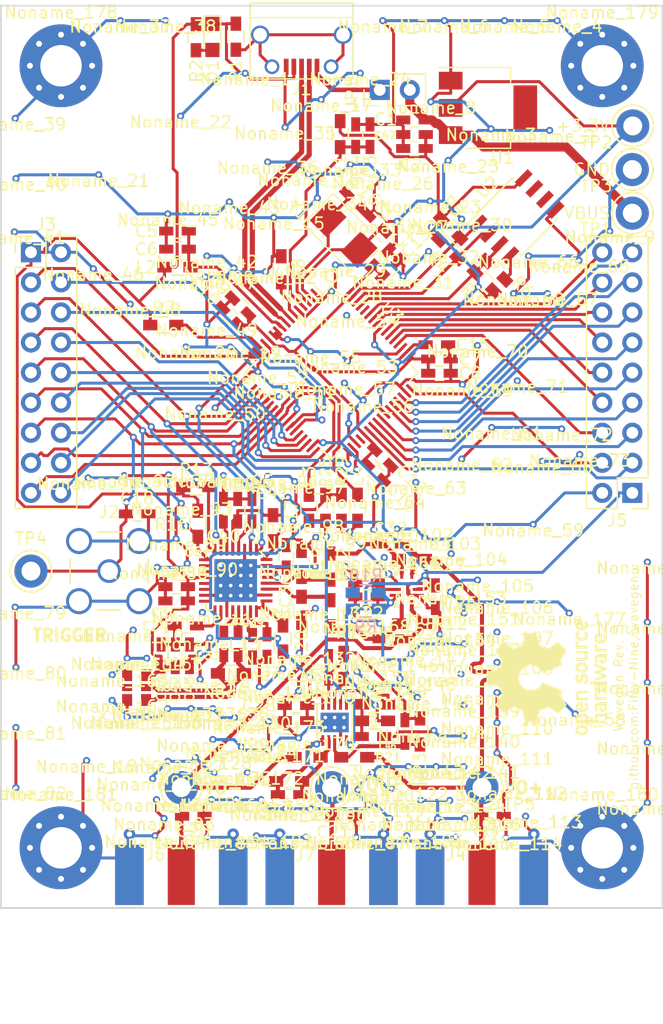
<source format=kicad_pcb>
(kicad_pcb (version 20171130) (host pcbnew "(5.1.12)-1")
  (layers (0 F.Cu signal) (1 In1.Cu power) (2 In2.Cu power) (31 B.Cu signal) (34 B.Paste user hide) (35 F.Paste user hide) (36 B.SilkS user hide) (37 F.SilkS user hide) (38 B.Mask user hide) (39 F.Mask user hide) (44 Edge.Cuts user))
  (net 0 "")
  (net 1 FTVPHY)
  (net 2 FTVPLL)
  (net 3 +3V3)
  (net 4 FTOSC+)
  (net 5 FTOSC-)
  (net 6 /FTDI/VREGOUT)
  (net 7 "Net-(D1-Pad2)")
  (net 8 USB_D-)
  (net 9 USB_D+)
  (net 10 "Net-(J1-Pad5)")
  (net 11 /Connectors/ACBUS0)
  (net 12 /Connectors/ACBUS1)
  (net 13 /Connectors/ACBUS2)
  (net 14 /Connectors/ACBUS3)
  (net 15 /Connectors/ACBUS4)
  (net 16 /Connectors/ACBUS5)
  (net 17 /Connectors/ACBUS6)
  (net 18 /Connectors/ACBUS7)
  (net 19 /Connectors/BDBUS0)
  (net 20 /Connectors/BCBUS0)
  (net 21 /Connectors/BDBUS1)
  (net 22 /Connectors/BCBUS1)
  (net 23 /Connectors/BDBUS2)
  (net 24 /Connectors/BCBUS2)
  (net 25 /Connectors/BDBUS3)
  (net 26 /Connectors/BCBUS3)
  (net 27 /Connectors/BDBUS4)
  (net 28 /Connectors/BCBUS4)
  (net 29 /Connectors/BDBUS5)
  (net 30 /Connectors/BCBUS5)
  (net 31 /Connectors/BDBUS6)
  (net 32 /Connectors/BCBUS6)
  (net 33 /Connectors/BDBUS7)
  (net 34 /Connectors/BCBUS7)
  (net 35 FTEECLK)
  (net 36 FTEECS)
  (net 37 FTEEDATA)
  (net 38 /FTDI/nRESET)
  (net 39 /FTDI/REF)
  (net 40 "Net-(C1-Pad1)")
  (net 41 GNDA)
  (net 42 TRIGGER)
  (net 43 VOUT+)
  (net 44 VOUT-)
  (net 45 VOUT)
  (net 46 "Net-(C24-Pad2)")
  (net 47 "Net-(C26-Pad2)")
  (net 48 "Net-(C27-Pad1)")
  (net 49 "Net-(C30-Pad1)")
  (net 50 DCLK+)
  (net 51 "Net-(C31-Pad2)")
  (net 52 "Net-(C32-Pad2)")
  (net 53 "Net-(C33-Pad1)")
  (net 54 DCLK-)
  (net 55 "Net-(C39-Pad1)")
  (net 56 "Net-(C40-Pad1)")
  (net 57 "Net-(C41-Pad1)")
  (net 58 "Net-(J1-Pad1)")
  (net 59 SPI_CLK)
  (net 60 SPI_DO)
  (net 61 SPI_DI)
  (net 62 SPI_CS)
  (net 63 RESET)
  (net 64 AMP0_EN)
  (net 65 AMP1_EN)
  (net 66 "Net-(L3-Pad1)")
  (net 67 "Net-(L4-Pad2)")
  (net 68 "Net-(R6-Pad2)")
  (net 69 VOCM)
  (net 70 "Net-(R11-Pad2)")
  (net 71 "Net-(R15-Pad1)")
  (net 72 "Net-(R19-Pad2)")
  (net 73 "Net-(C46-Pad1)")
  (net 74 "Net-(R30-Pad1)")
  (net 75 /Analog/+1.65V)
  (module footprints:ManualVia (layer F.Cu) (at 156.21 103.124)
    (fp_text reference Noname_183 (at 0 0.5) (layer F.SilkS))
    (fp_text value "")
    (pad "" thru_hole circle (at 0 0) (size 0.6096 0.6096) (drill 0.3048) (layers *.Cu) (net 41 GNDA))
  )
  (module footprints:ManualVia (layer F.Cu) (at 143.51 103.124)
    (fp_text reference Noname_182 (at 0 0.5) (layer F.SilkS))
    (fp_text value "")
    (pad "" thru_hole circle (at 0 0) (size 0.6096 0.6096) (drill 0.3048) (layers *.Cu) (net 41 GNDA))
  )
  (module Mounting_Holes:MountingHole_3.5mm_Pad_Via (layer F.Cu) (at 127 104.14)
    (fp_text reference Noname_181 (at 0 -4.5) (layer F.SilkS))
    (fp_text value MountingHole_3.5mm_Pad_Via)
    (pad 1 thru_hole circle (at 0 0) (size 7 7) (drill 3.5) (layers *.Cu *.Mask) (net 41 GNDA))
    (pad "" thru_hole circle (at 2.625 0) (size 0.6 0.6) (drill 0.5) (layers *.Cu *.Mask) (net 41 GNDA))
    (pad "" thru_hole circle (at 1.856155 1.856155) (size 0.6 0.6) (drill 0.5) (layers *.Cu *.Mask) (net 41 GNDA))
    (pad "" thru_hole circle (at 0 2.625) (size 0.6 0.6) (drill 0.5) (layers *.Cu *.Mask) (net 41 GNDA))
    (pad "" thru_hole circle (at -1.856155 1.856155) (size 0.6 0.6) (drill 0.5) (layers *.Cu *.Mask) (net 41 GNDA))
    (pad "" thru_hole circle (at -2.625 0) (size 0.6 0.6) (drill 0.5) (layers *.Cu *.Mask) (net 41 GNDA))
    (pad "" thru_hole circle (at -1.856155 -1.856155) (size 0.6 0.6) (drill 0.5) (layers *.Cu *.Mask) (net 41 GNDA))
    (pad "" thru_hole circle (at 0 -2.625) (size 0.6 0.6) (drill 0.5) (layers *.Cu *.Mask) (net 41 GNDA))
    (pad "" thru_hole circle (at 1.856155 -1.856155) (size 0.6 0.6) (drill 0.5) (layers *.Cu *.Mask) (net 41 GNDA))
  )
  (module Mounting_Holes:MountingHole_3.5mm_Pad_Via (layer F.Cu) (at 172.72 104.14)
    (fp_text reference Noname_180 (at 0 -4.5) (layer F.SilkS))
    (fp_text value MountingHole_3.5mm_Pad_Via)
    (pad 1 thru_hole circle (at 0 0) (size 7 7) (drill 3.5) (layers *.Cu *.Mask) (net 41 GNDA))
    (pad "" thru_hole circle (at 2.625 0) (size 0.6 0.6) (drill 0.5) (layers *.Cu *.Mask) (net 41 GNDA))
    (pad "" thru_hole circle (at 1.856155 1.856155) (size 0.6 0.6) (drill 0.5) (layers *.Cu *.Mask) (net 41 GNDA))
    (pad "" thru_hole circle (at 0 2.625) (size 0.6 0.6) (drill 0.5) (layers *.Cu *.Mask) (net 41 GNDA))
    (pad "" thru_hole circle (at -1.856155 1.856155) (size 0.6 0.6) (drill 0.5) (layers *.Cu *.Mask) (net 41 GNDA))
    (pad "" thru_hole circle (at -2.625 0) (size 0.6 0.6) (drill 0.5) (layers *.Cu *.Mask) (net 41 GNDA))
    (pad "" thru_hole circle (at -1.856155 -1.856155) (size 0.6 0.6) (drill 0.5) (layers *.Cu *.Mask) (net 41 GNDA))
    (pad "" thru_hole circle (at 0 -2.625) (size 0.6 0.6) (drill 0.5) (layers *.Cu *.Mask) (net 41 GNDA))
    (pad "" thru_hole circle (at 1.856155 -1.856155) (size 0.6 0.6) (drill 0.5) (layers *.Cu *.Mask) (net 41 GNDA))
  )
  (module Mounting_Holes:MountingHole_3.5mm_Pad_Via (layer F.Cu) (at 172.72 38.1)
    (fp_text reference Noname_179 (at 0 -4.5) (layer F.SilkS))
    (fp_text value MountingHole_3.5mm_Pad_Via)
    (pad 1 thru_hole circle (at 0 0) (size 7 7) (drill 3.5) (layers *.Cu *.Mask) (net 41 GNDA))
    (pad "" thru_hole circle (at 2.625 0) (size 0.6 0.6) (drill 0.5) (layers *.Cu *.Mask) (net 41 GNDA))
    (pad "" thru_hole circle (at 1.856155 1.856155) (size 0.6 0.6) (drill 0.5) (layers *.Cu *.Mask) (net 41 GNDA))
    (pad "" thru_hole circle (at 0 2.625) (size 0.6 0.6) (drill 0.5) (layers *.Cu *.Mask) (net 41 GNDA))
    (pad "" thru_hole circle (at -1.856155 1.856155) (size 0.6 0.6) (drill 0.5) (layers *.Cu *.Mask) (net 41 GNDA))
    (pad "" thru_hole circle (at -2.625 0) (size 0.6 0.6) (drill 0.5) (layers *.Cu *.Mask) (net 41 GNDA))
    (pad "" thru_hole circle (at -1.856155 -1.856155) (size 0.6 0.6) (drill 0.5) (layers *.Cu *.Mask) (net 41 GNDA))
    (pad "" thru_hole circle (at 0 -2.625) (size 0.6 0.6) (drill 0.5) (layers *.Cu *.Mask) (net 41 GNDA))
    (pad "" thru_hole circle (at 1.856155 -1.856155) (size 0.6 0.6) (drill 0.5) (layers *.Cu *.Mask) (net 41 GNDA))
  )
  (module LEDs:LED_0805 (layer F.Cu) (at 139.79 35.665 270)
    (fp_text reference D1 (at 2.8922 -0.0116 270) (layer F.SilkS))
    (fp_text value Green)
    (pad 2 smd rect (at 1.1 0 90) (size 1.2 1.2) (layers F.Cu F.Paste F.Mask) (net 7 "Net-(D1-Pad2)"))
    (pad 1 smd rect (at -1.1 0 90) (size 1.2 1.2) (layers F.Cu F.Paste F.Mask) (net 41 GNDA))
  )
  (module Pin_Headers:Pin_Header_Straight_2x09_Pitch2.54mm (layer F.Cu) (at 124.46 53.848)
    (fp_text reference J3 (at 1.27 -2.33) (layer F.SilkS))
    (fp_text value CONN_02X09)
    (pad 1 thru_hole rect (at 0 0) (size 1.7 1.7) (drill 1) (layers *.Cu *.Mask) (net 3 +3V3))
    (pad 2 thru_hole oval (at 2.54 0) (size 1.7 1.7) (drill 1) (layers *.Cu *.Mask) (net 41 GNDA))
    (pad 3 thru_hole oval (at 0 2.54) (size 1.7 1.7) (drill 1) (layers *.Cu *.Mask) (net 59 SPI_CLK))
    (pad 4 thru_hole oval (at 2.54 2.54) (size 1.7 1.7) (drill 1) (layers *.Cu *.Mask) (net 11 /Connectors/ACBUS0))
    (pad 5 thru_hole oval (at 0 5.08) (size 1.7 1.7) (drill 1) (layers *.Cu *.Mask) (net 60 SPI_DO))
    (pad 6 thru_hole oval (at 2.54 5.08) (size 1.7 1.7) (drill 1) (layers *.Cu *.Mask) (net 12 /Connectors/ACBUS1))
    (pad 7 thru_hole oval (at 0 7.62) (size 1.7 1.7) (drill 1) (layers *.Cu *.Mask) (net 61 SPI_DI))
    (pad 8 thru_hole oval (at 2.54 7.62) (size 1.7 1.7) (drill 1) (layers *.Cu *.Mask) (net 13 /Connectors/ACBUS2))
    (pad 9 thru_hole oval (at 0 10.16) (size 1.7 1.7) (drill 1) (layers *.Cu *.Mask) (net 62 SPI_CS))
    (pad 10 thru_hole oval (at 2.54 10.16) (size 1.7 1.7) (drill 1) (layers *.Cu *.Mask) (net 14 /Connectors/ACBUS3))
    (pad 11 thru_hole oval (at 0 12.7) (size 1.7 1.7) (drill 1) (layers *.Cu *.Mask) (net 63 RESET))
    (pad 12 thru_hole oval (at 2.54 12.7) (size 1.7 1.7) (drill 1) (layers *.Cu *.Mask) (net 15 /Connectors/ACBUS4))
    (pad 13 thru_hole oval (at 0 15.24) (size 1.7 1.7) (drill 1) (layers *.Cu *.Mask) (net 42 TRIGGER))
    (pad 14 thru_hole oval (at 2.54 15.24) (size 1.7 1.7) (drill 1) (layers *.Cu *.Mask) (net 16 /Connectors/ACBUS5))
    (pad 15 thru_hole oval (at 0 17.78) (size 1.7 1.7) (drill 1) (layers *.Cu *.Mask) (net 64 AMP0_EN))
    (pad 16 thru_hole oval (at 2.54 17.78) (size 1.7 1.7) (drill 1) (layers *.Cu *.Mask) (net 17 /Connectors/ACBUS6))
    (pad 17 thru_hole oval (at 0 20.32) (size 1.7 1.7) (drill 1) (layers *.Cu *.Mask) (net 65 AMP1_EN))
    (pad 18 thru_hole oval (at 2.54 20.32) (size 1.7 1.7) (drill 1) (layers *.Cu *.Mask) (net 18 /Connectors/ACBUS7))
  )
  (module Measurement_Points:Test_Point_Keystone_5005-5009_Compact (layer F.Cu) (at 175.26 50.546)
    (fp_text reference TP1 (at -3.0734 1.3335) (layer F.SilkS))
    (fp_text value VBUS)
    (pad 1 thru_hole circle (at 0 0) (size 2.8 2.8) (drill 1.6) (layers *.Cu *.Mask) (net 40 "Net-(C1-Pad1)"))
  )
  (module Measurement_Points:Test_Point_Keystone_5005-5009_Compact (layer F.Cu) (at 175.298 43.18)
    (fp_text reference TP2 (at -3.0861 1.397) (layer F.SilkS))
    (fp_text value +3.3V)
    (pad 1 thru_hole circle (at 0 0) (size 2.8 2.8) (drill 1.6) (layers *.Cu *.Mask) (net 3 +3V3))
  )
  (module Measurement_Points:Test_Point_Keystone_5005-5009_Compact (layer F.Cu) (at 175.26 46.863)
    (fp_text reference TP3 (at -3.048 1.397) (layer F.SilkS))
    (fp_text value GND)
    (pad 1 thru_hole circle (at 0 0) (size 2.8 2.8) (drill 1.6) (layers *.Cu *.Mask) (net 41 GNDA))
  )
  (module WG:SOT-223 (layer F.Cu) (at 163.068 41.656)
    (fp_text reference U1 (at 1.2192 4.2164) (layer F.SilkS))
    (fp_text value LD1117S33TR)
    (pad 4 smd rect (at 3.15 0) (size 2 3.8) (layers F.Cu F.Paste F.Mask))
    (pad 2 smd rect (at -3.15 0) (size 2 1.5) (layers F.Cu F.Paste F.Mask) (net 3 +3V3))
    (pad 3 smd rect (at -3.15 2.3) (size 2 1.5) (layers F.Cu F.Paste F.Mask) (net 40 "Net-(C1-Pad1)"))
    (pad 1 smd rect (at -3.15 -2.3) (size 2 1.5) (layers F.Cu F.Paste F.Mask) (net 41 GNDA))
  )
  (module Housings_SOIC:SOIC-8_3.9x4.9mm_Pitch1.27mm (layer F.Cu) (at 165.52 50.84 45)
    (fp_text reference U2 (at 0 -3.5 45) (layer F.SilkS))
    (fp_text value 93LCxxB)
    (pad 1 smd rect (at -2.7 -1.905 45) (size 1.55 0.6) (layers F.Cu F.Paste F.Mask) (net 36 FTEECS))
    (pad 2 smd rect (at -2.7 -0.635 45) (size 1.55 0.6) (layers F.Cu F.Paste F.Mask) (net 35 FTEECLK))
    (pad 3 smd rect (at -2.7 0.635 45) (size 1.55 0.6) (layers F.Cu F.Paste F.Mask) (net 37 FTEEDATA))
    (pad 4 smd rect (at -2.7 1.905 45) (size 1.55 0.6) (layers F.Cu F.Paste F.Mask) (net 68 "Net-(R6-Pad2)"))
    (pad 5 smd rect (at 2.7 1.905 45) (size 1.55 0.6) (layers F.Cu F.Paste F.Mask) (net 41 GNDA))
    (pad 6 smd rect (at 2.7 0.635 45) (size 1.55 0.6) (layers F.Cu F.Paste F.Mask))
    (pad 7 smd rect (at 2.7 -0.635 45) (size 1.55 0.6) (layers F.Cu F.Paste F.Mask))
    (pad 8 smd rect (at 2.7 -1.905 45) (size 1.55 0.6) (layers F.Cu F.Paste F.Mask) (net 3 +3V3))
  )
  (module Housings_QFP:LQFP-64_10x10mm_Pitch0.5mm (layer F.Cu) (at 149.86 64.008 315)
    (fp_text reference U3 (at 0 -7.2 315) (layer F.SilkS))
    (fp_text value FT2232H)
    (pad 1 smd rect (at -5.7 -3.75 315) (size 1 0.25) (layers F.Cu F.Paste F.Mask) (net 41 GNDA))
    (pad 2 smd rect (at -5.7 -3.25 315) (size 1 0.25) (layers F.Cu F.Paste F.Mask) (net 5 FTOSC-))
    (pad 3 smd rect (at -5.7 -2.75 315) (size 1 0.25) (layers F.Cu F.Paste F.Mask) (net 4 FTOSC+))
    (pad 4 smd rect (at -5.7 -2.25 315) (size 1 0.25) (layers F.Cu F.Paste F.Mask) (net 1 FTVPHY))
    (pad 5 smd rect (at -5.7 -1.75 315) (size 1 0.25) (layers F.Cu F.Paste F.Mask) (net 41 GNDA))
    (pad 6 smd rect (at -5.7 -1.25 315) (size 1 0.25) (layers F.Cu F.Paste F.Mask) (net 39 /FTDI/REF))
    (pad 7 smd rect (at -5.7 -0.75 315) (size 1 0.25) (layers F.Cu F.Paste F.Mask) (net 8 USB_D-))
    (pad 8 smd rect (at -5.7 -0.25 315) (size 1 0.25) (layers F.Cu F.Paste F.Mask) (net 9 USB_D+))
    (pad 9 smd rect (at -5.7 0.25 315) (size 1 0.25) (layers F.Cu F.Paste F.Mask) (net 2 FTVPLL))
    (pad 10 smd rect (at -5.7 0.75 315) (size 1 0.25) (layers F.Cu F.Paste F.Mask) (net 41 GNDA))
    (pad 11 smd rect (at -5.7 1.25 315) (size 1 0.25) (layers F.Cu F.Paste F.Mask) (net 41 GNDA))
    (pad 12 smd rect (at -5.7 1.75 315) (size 1 0.25) (layers F.Cu F.Paste F.Mask) (net 6 /FTDI/VREGOUT))
    (pad 13 smd rect (at -5.7 2.25 315) (size 1 0.25) (layers F.Cu F.Paste F.Mask) (net 41 GNDA))
    (pad 14 smd rect (at -5.7 2.75 315) (size 1 0.25) (layers F.Cu F.Paste F.Mask) (net 38 /FTDI/nRESET))
    (pad 15 smd rect (at -5.7 3.25 315) (size 1 0.25) (layers F.Cu F.Paste F.Mask) (net 41 GNDA))
    (pad 16 smd rect (at -5.7 3.75 315) (size 1 0.25) (layers F.Cu F.Paste F.Mask) (net 59 SPI_CLK))
    (pad 17 smd rect (at -3.75 5.7 45) (size 1 0.25) (layers F.Cu F.Paste F.Mask) (net 60 SPI_DO))
    (pad 18 smd rect (at -3.25 5.7 45) (size 1 0.25) (layers F.Cu F.Paste F.Mask) (net 61 SPI_DI))
    (pad 19 smd rect (at -2.75 5.7 45) (size 1 0.25) (layers F.Cu F.Paste F.Mask) (net 62 SPI_CS))
    (pad 20 smd rect (at -2.25 5.7 45) (size 1 0.25) (layers F.Cu F.Paste F.Mask) (net 3 +3V3))
    (pad 21 smd rect (at -1.75 5.7 45) (size 1 0.25) (layers F.Cu F.Paste F.Mask) (net 63 RESET))
    (pad 22 smd rect (at -1.25 5.7 45) (size 1 0.25) (layers F.Cu F.Paste F.Mask) (net 42 TRIGGER))
    (pad 23 smd rect (at -0.75 5.7 45) (size 1 0.25) (layers F.Cu F.Paste F.Mask) (net 64 AMP0_EN))
    (pad 24 smd rect (at -0.25 5.7 45) (size 1 0.25) (layers F.Cu F.Paste F.Mask) (net 65 AMP1_EN))
    (pad 25 smd rect (at 0.25 5.7 45) (size 1 0.25) (layers F.Cu F.Paste F.Mask) (net 41 GNDA))
    (pad 26 smd rect (at 0.75 5.7 45) (size 1 0.25) (layers F.Cu F.Paste F.Mask) (net 11 /Connectors/ACBUS0))
    (pad 27 smd rect (at 1.25 5.7 45) (size 1 0.25) (layers F.Cu F.Paste F.Mask) (net 12 /Connectors/ACBUS1))
    (pad 28 smd rect (at 1.75 5.7 45) (size 1 0.25) (layers F.Cu F.Paste F.Mask) (net 13 /Connectors/ACBUS2))
    (pad 29 smd rect (at 2.25 5.7 45) (size 1 0.25) (layers F.Cu F.Paste F.Mask) (net 14 /Connectors/ACBUS3))
    (pad 30 smd rect (at 2.75 5.7 45) (size 1 0.25) (layers F.Cu F.Paste F.Mask) (net 15 /Connectors/ACBUS4))
    (pad 31 smd rect (at 3.25 5.7 45) (size 1 0.25) (layers F.Cu F.Paste F.Mask) (net 3 +3V3))
    (pad 32 smd rect (at 3.75 5.7 45) (size 1 0.25) (layers F.Cu F.Paste F.Mask) (net 16 /Connectors/ACBUS5))
    (pad 33 smd rect (at 5.7 3.75 315) (size 1 0.25) (layers F.Cu F.Paste F.Mask) (net 17 /Connectors/ACBUS6))
    (pad 34 smd rect (at 5.7 3.25 315) (size 1 0.25) (layers F.Cu F.Paste F.Mask) (net 18 /Connectors/ACBUS7))
    (pad 35 smd rect (at 5.7 2.75 315) (size 1 0.25) (layers F.Cu F.Paste F.Mask) (net 41 GNDA))
    (pad 36 smd rect (at 5.7 2.25 315) (size 1 0.25) (layers F.Cu F.Paste F.Mask))
    (pad 37 smd rect (at 5.7 1.75 315) (size 1 0.25) (layers F.Cu F.Paste F.Mask) (net 6 /FTDI/VREGOUT))
    (pad 38 smd rect (at 5.7 1.25 315) (size 1 0.25) (layers F.Cu F.Paste F.Mask) (net 19 /Connectors/BDBUS0))
    (pad 39 smd rect (at 5.7 0.75 315) (size 1 0.25) (layers F.Cu F.Paste F.Mask) (net 21 /Connectors/BDBUS1))
    (pad 40 smd rect (at 5.7 0.25 315) (size 1 0.25) (layers F.Cu F.Paste F.Mask) (net 23 /Connectors/BDBUS2))
    (pad 41 smd rect (at 5.7 -0.25 315) (size 1 0.25) (layers F.Cu F.Paste F.Mask) (net 25 /Connectors/BDBUS3))
    (pad 42 smd rect (at 5.7 -0.75 315) (size 1 0.25) (layers F.Cu F.Paste F.Mask) (net 3 +3V3))
    (pad 43 smd rect (at 5.7 -1.25 315) (size 1 0.25) (layers F.Cu F.Paste F.Mask) (net 27 /Connectors/BDBUS4))
    (pad 44 smd rect (at 5.7 -1.75 315) (size 1 0.25) (layers F.Cu F.Paste F.Mask) (net 29 /Connectors/BDBUS5))
    (pad 45 smd rect (at 5.7 -2.25 315) (size 1 0.25) (layers F.Cu F.Paste F.Mask) (net 31 /Connectors/BDBUS6))
    (pad 46 smd rect (at 5.7 -2.75 315) (size 1 0.25) (layers F.Cu F.Paste F.Mask) (net 33 /Connectors/BDBUS7))
    (pad 47 smd rect (at 5.7 -3.25 315) (size 1 0.25) (layers F.Cu F.Paste F.Mask) (net 41 GNDA))
    (pad 48 smd rect (at 5.7 -3.75 315) (size 1 0.25) (layers F.Cu F.Paste F.Mask) (net 20 /Connectors/BCBUS0))
    (pad 49 smd rect (at 3.75 -5.7 45) (size 1 0.25) (layers F.Cu F.Paste F.Mask) (net 6 /FTDI/VREGOUT))
    (pad 50 smd rect (at 3.25 -5.7 45) (size 1 0.25) (layers F.Cu F.Paste F.Mask) (net 3 +3V3))
    (pad 51 smd rect (at 2.75 -5.7 45) (size 1 0.25) (layers F.Cu F.Paste F.Mask) (net 41 GNDA))
    (pad 52 smd rect (at 2.25 -5.7 45) (size 1 0.25) (layers F.Cu F.Paste F.Mask) (net 22 /Connectors/BCBUS1))
    (pad 53 smd rect (at 1.75 -5.7 45) (size 1 0.25) (layers F.Cu F.Paste F.Mask) (net 24 /Connectors/BCBUS2))
    (pad 54 smd rect (at 1.25 -5.7 45) (size 1 0.25) (layers F.Cu F.Paste F.Mask) (net 26 /Connectors/BCBUS3))
    (pad 55 smd rect (at 0.75 -5.7 45) (size 1 0.25) (layers F.Cu F.Paste F.Mask) (net 28 /Connectors/BCBUS4))
    (pad 56 smd rect (at 0.25 -5.7 45) (size 1 0.25) (layers F.Cu F.Paste F.Mask) (net 3 +3V3))
    (pad 57 smd rect (at -0.25 -5.7 45) (size 1 0.25) (layers F.Cu F.Paste F.Mask) (net 30 /Connectors/BCBUS5))
    (pad 58 smd rect (at -0.75 -5.7 45) (size 1 0.25) (layers F.Cu F.Paste F.Mask) (net 32 /Connectors/BCBUS6))
    (pad 59 smd rect (at -1.25 -5.7 45) (size 1 0.25) (layers F.Cu F.Paste F.Mask) (net 34 /Connectors/BCBUS7))
    (pad 60 smd rect (at -1.75 -5.7 45) (size 1 0.25) (layers F.Cu F.Paste F.Mask))
    (pad 61 smd rect (at -2.25 -5.7 45) (size 1 0.25) (layers F.Cu F.Paste F.Mask) (net 37 FTEEDATA))
    (pad 62 smd rect (at -2.75 -5.7 45) (size 1 0.25) (layers F.Cu F.Paste F.Mask) (net 35 FTEECLK))
    (pad 63 smd rect (at -3.25 -5.7 45) (size 1 0.25) (layers F.Cu F.Paste F.Mask) (net 36 FTEECS))
    (pad 64 smd rect (at -3.75 -5.7 45) (size 1 0.25) (layers F.Cu F.Paste F.Mask) (net 6 /FTDI/VREGOUT))
  )
  (module Crystals:Crystal_SMD_5032-2pin_5.0x3.2mm (layer F.Cu) (at 150.876 52.324 315)
    (fp_text reference Y1 (at -4.130918 1.257236 315) (layer F.SilkS))
    (fp_text value 12MHz)
    (pad 1 smd rect (at -1.85 0 315) (size 2 2.4) (layers F.Cu F.Paste F.Mask) (net 4 FTOSC+))
    (pad 2 smd rect (at 1.85 0 315) (size 2 2.4) (layers F.Cu F.Paste F.Mask) (net 5 FTOSC-))
  )
  (module Capacitors_SMD:C_0603_HandSoldering (layer F.Cu) (at 156.855 42.672 180)
    (fp_text reference C1 (at 2.423 0.0508 180) (layer F.SilkS))
    (fp_text value 100n)
    (pad 1 smd rect (at -0.95 0 180) (size 1.2 0.75) (layers F.Cu F.Paste F.Mask) (net 40 "Net-(C1-Pad1)"))
    (pad 2 smd rect (at 0.95 0 180) (size 1.2 0.75) (layers F.Cu F.Paste F.Mask) (net 41 GNDA))
  )
  (module Capacitors_SMD:C_0603_HandSoldering (layer F.Cu) (at 156.855 45.085 180)
    (fp_text reference C2 (at 0.2894 -1.397 180) (layer F.SilkS))
    (fp_text value 10u)
    (pad 1 smd rect (at -0.95 0 180) (size 1.2 0.75) (layers F.Cu F.Paste F.Mask) (net 3 +3V3))
    (pad 2 smd rect (at 0.95 0 180) (size 1.2 0.75) (layers F.Cu F.Paste F.Mask) (net 41 GNDA))
  )
  (module Capacitors_SMD:C_0603_HandSoldering (layer F.Cu) (at 153.098 44.002 90)
    (fp_text reference C3 (at -2.5816 0.0127 90) (layer F.SilkS))
    (fp_text value 4.7u)
    (pad 1 smd rect (at -0.95 0 90) (size 1.2 0.75) (layers F.Cu F.Paste F.Mask) (net 1 FTVPHY))
    (pad 2 smd rect (at 0.95 0 90) (size 1.2 0.75) (layers F.Cu F.Paste F.Mask) (net 41 GNDA))
  )
  (module Capacitors_SMD:C_0603_HandSoldering (layer F.Cu) (at 151.892 44.002 90)
    (fp_text reference C4 (at -2.5308 0 90) (layer F.SilkS))
    (fp_text value 100n)
    (pad 1 smd rect (at -0.95 0 90) (size 1.2 0.75) (layers F.Cu F.Paste F.Mask) (net 1 FTVPHY))
    (pad 2 smd rect (at 0.95 0 90) (size 1.2 0.75) (layers F.Cu F.Paste F.Mask) (net 41 GNDA))
  )
  (module Capacitors_SMD:C_0603_HandSoldering (layer F.Cu) (at 136.84 52.058 180)
    (fp_text reference C5 (at 2.6264 -0.012 180) (layer F.SilkS))
    (fp_text value 4.7u)
    (pad 1 smd rect (at -0.95 0 180) (size 1.2 0.75) (layers F.Cu F.Paste F.Mask) (net 2 FTVPLL))
    (pad 2 smd rect (at 0.95 0 180) (size 1.2 0.75) (layers F.Cu F.Paste F.Mask) (net 41 GNDA))
  )
  (module Capacitors_SMD:C_0603_HandSoldering (layer F.Cu) (at 136.84 53.582 180)
    (fp_text reference C6 (at 2.6264 -0.012 180) (layer F.SilkS))
    (fp_text value 100n)
    (pad 1 smd rect (at -0.95 0 180) (size 1.2 0.75) (layers F.Cu F.Paste F.Mask) (net 2 FTVPLL))
    (pad 2 smd rect (at 0.95 0 180) (size 1.2 0.75) (layers F.Cu F.Paste F.Mask) (net 41 GNDA))
  )
  (module Capacitors_SMD:C_0603_HandSoldering (layer F.Cu) (at 158.97 62.8603)
    (fp_text reference C7 (at 2.564832 0.000157) (layer F.SilkS))
    (fp_text value 3.3u)
    (pad 1 smd rect (at -0.95 0) (size 1.2 0.75) (layers F.Cu F.Paste F.Mask) (net 6 /FTDI/VREGOUT))
    (pad 2 smd rect (at 0.95 0) (size 1.2 0.75) (layers F.Cu F.Paste F.Mask) (net 41 GNDA))
  )
  (module Capacitors_SMD:C_0603_HandSoldering (layer F.Cu) (at 158.97 64.0624)
    (fp_text reference C8 (at 2.579832 -0.001925) (layer F.SilkS))
    (fp_text value 100n)
    (pad 1 smd rect (at -0.95 0) (size 1.2 0.75) (layers F.Cu F.Paste F.Mask) (net 6 /FTDI/VREGOUT))
    (pad 2 smd rect (at 0.95 0) (size 1.2 0.75) (layers F.Cu F.Paste F.Mask) (net 41 GNDA))
  )
  (module Capacitors_SMD:C_0603_HandSoldering (layer F.Cu) (at 142.159 58.4001 135)
    (fp_text reference C9 (at 2.55 0 135) (layer F.SilkS))
    (fp_text value 100n)
    (pad 1 smd rect (at -0.95 0 135) (size 1.2 0.75) (layers F.Cu F.Paste F.Mask) (net 6 /FTDI/VREGOUT))
    (pad 2 smd rect (at 0.95 0 135) (size 1.2 0.75) (layers F.Cu F.Paste F.Mask) (net 41 GNDA))
  )
  (module Capacitors_SMD:C_0603_HandSoldering (layer F.Cu) (at 141.31 59.2486 135)
    (fp_text reference C10 (at 3.035 0 135) (layer F.SilkS))
    (fp_text value 100n)
    (pad 1 smd rect (at -0.95 0 135) (size 1.2 0.75) (layers F.Cu F.Paste F.Mask) (net 6 /FTDI/VREGOUT))
    (pad 2 smd rect (at 0.95 0 135) (size 1.2 0.75) (layers F.Cu F.Paste F.Mask) (net 41 GNDA))
  )
  (module Capacitors_SMD:C_0603_HandSoldering (layer F.Cu) (at 153.543 72.4535 315)
    (fp_text reference C11 (at 3.062267 -0.062862 315) (layer F.SilkS))
    (fp_text value 100n)
    (pad 1 smd rect (at -0.95 0 315) (size 1.2 0.75) (layers F.Cu F.Paste F.Mask) (net 6 /FTDI/VREGOUT))
    (pad 2 smd rect (at 0.95 0 315) (size 1.2 0.75) (layers F.Cu F.Paste F.Mask) (net 41 GNDA))
  )
  (module Capacitors_SMD:C_0603_HandSoldering (layer F.Cu) (at 154.178 71.1835 315)
    (fp_text reference C12 (at 3.008386 -0.404112 315) (layer F.SilkS))
    (fp_text value 100n)
    (pad 1 smd rect (at -0.95 0 315) (size 1.2 0.75) (layers F.Cu F.Paste F.Mask) (net 6 /FTDI/VREGOUT))
    (pad 2 smd rect (at 0.95 0 315) (size 1.2 0.75) (layers F.Cu F.Paste F.Mask) (net 41 GNDA))
  )
  (module Capacitors_SMD:C_0603_HandSoldering (layer F.Cu) (at 154.828 55.1968 45)
    (fp_text reference C13 (at 3.035 0 45) (layer F.SilkS))
    (fp_text value 100n)
    (pad 1 smd rect (at -0.95 0 45) (size 1.2 0.75) (layers F.Cu F.Paste F.Mask) (net 6 /FTDI/VREGOUT))
    (pad 2 smd rect (at 0.95 0 45) (size 1.2 0.75) (layers F.Cu F.Paste F.Mask) (net 41 GNDA))
  )
  (module Capacitors_SMD:C_0603_HandSoldering (layer F.Cu) (at 153.98 54.3483 45)
    (fp_text reference C14 (at 3.04 0 45) (layer F.SilkS))
    (fp_text value 100n)
    (pad 1 smd rect (at -0.95 0 45) (size 1.2 0.75) (layers F.Cu F.Paste F.Mask) (net 6 /FTDI/VREGOUT))
    (pad 2 smd rect (at 0.95 0 45) (size 1.2 0.75) (layers F.Cu F.Paste F.Mask) (net 41 GNDA))
  )
  (module Capacitors_SMD:C_0603_HandSoldering (layer F.Cu) (at 158.75 61.6585)
    (fp_text reference C15 (at 3.035 0) (layer F.SilkS))
    (fp_text value 100n)
    (pad 1 smd rect (at -0.95 0) (size 1.2 0.75) (layers F.Cu F.Paste F.Mask) (net 3 +3V3))
    (pad 2 smd rect (at 0.95 0) (size 1.2 0.75) (layers F.Cu F.Paste F.Mask) (net 41 GNDA))
  )
  (module Capacitors_SMD:C_0603_HandSoldering (layer F.Cu) (at 151.816 49.5554 315)
    (fp_text reference C16 (at 0 -1.25 315) (layer F.SilkS))
    (fp_text value 27p)
    (pad 1 smd rect (at -0.95 0 315) (size 1.2 0.75) (layers F.Cu F.Paste F.Mask) (net 4 FTOSC+))
    (pad 2 smd rect (at 0.95 0 315) (size 1.2 0.75) (layers F.Cu F.Paste F.Mask) (net 41 GNDA))
  )
  (module Capacitors_SMD:C_0603_HandSoldering (layer F.Cu) (at 153.645 51.3842 135)
    (fp_text reference C17 (at -0.179605 1.221315 135) (layer F.SilkS))
    (fp_text value 27p)
    (pad 1 smd rect (at -0.95 0 135) (size 1.2 0.75) (layers F.Cu F.Paste F.Mask) (net 5 FTOSC-))
    (pad 2 smd rect (at 0.95 0 135) (size 1.2 0.75) (layers F.Cu F.Paste F.Mask) (net 41 GNDA))
  )
  (module Capacitors_SMD:C_0603_HandSoldering (layer F.Cu) (at 133.435 75.94 180)
    (fp_text reference C18 (at 0.0215 1.3275 180) (layer F.SilkS))
    (fp_text value DNP)
    (pad 1 smd rect (at -0.95 0 180) (size 1.2 0.75) (layers F.Cu F.Paste F.Mask) (net 41 GNDA))
    (pad 2 smd rect (at 0.95 0 180) (size 1.2 0.75) (layers F.Cu F.Paste F.Mask) (net 42 TRIGGER))
  )
  (module Capacitors_SMD:C_0603_HandSoldering (layer F.Cu) (at 163.449 101.473 180)
    (fp_text reference " C19" (at 0.8382 -1.2954 180) (layer F.SilkS) (effects (font (size 0.762 0.762))))
    (fp_text value DNP)
    (pad 1 smd rect (at -0.95 0 180) (size 1.2 0.75) (layers F.Cu F.Paste F.Mask) (net 41 GNDA))
    (pad 2 smd rect (at 0.95 0 180) (size 1.2 0.75) (layers F.Cu F.Paste F.Mask) (net 43 VOUT+))
  )
  (module Capacitors_SMD:C_0603_HandSoldering (layer F.Cu) (at 138.176 101.473 180)
    (fp_text reference C20 (at 0 -1.25 180) (layer F.SilkS))
    (fp_text value DNP)
    (pad 1 smd rect (at -0.95 0 180) (size 1.2 0.75) (layers F.Cu F.Paste F.Mask) (net 41 GNDA))
    (pad 2 smd rect (at 0.95 0 180) (size 1.2 0.75) (layers F.Cu F.Paste F.Mask) (net 44 VOUT-))
  )
  (module Capacitors_SMD:C_0603_HandSoldering (layer F.Cu) (at 150.876 101.473 180)
    (fp_text reference C21 (at 0.8636 -1.3462 180) (layer F.SilkS))
    (fp_text value DNP)
    (pad 1 smd rect (at -0.95 0 180) (size 1.2 0.75) (layers F.Cu F.Paste F.Mask) (net 41 GNDA))
    (pad 2 smd rect (at 0.95 0 180) (size 1.2 0.75) (layers F.Cu F.Paste F.Mask) (net 45 VOUT))
  )
  (module Capacitors_SMD:C_0603_HandSoldering (layer F.Cu) (at 152.811 82.954 180)
    (fp_text reference C22 (at 0 -1.373968 180) (layer F.SilkS))
    (fp_text value 10u)
    (pad 1 smd rect (at -0.95 0 180) (size 1.2 0.75) (layers F.Cu F.Paste F.Mask) (net 3 +3V3))
    (pad 2 smd rect (at 0.95 0 180) (size 1.2 0.75) (layers F.Cu F.Paste F.Mask) (net 41 GNDA))
  )
  (module Capacitors_SMD:C_0603_HandSoldering (layer F.Cu) (at 152.811 81.754 180)
    (fp_text reference C23 (at 0 1.299532 180) (layer F.SilkS))
    (fp_text value 100n)
    (pad 1 smd rect (at -0.95 0 180) (size 1.2 0.75) (layers F.Cu F.Paste F.Mask) (net 3 +3V3))
    (pad 2 smd rect (at 0.95 0 180) (size 1.2 0.75) (layers F.Cu F.Paste F.Mask) (net 41 GNDA))
  )
  (module Capacitors_SMD:C_0603_HandSoldering (layer F.Cu) (at 137.541 85.4075)
    (fp_text reference C24 (at -2.6162 0.0381) (layer F.SilkS) (effects (font (size 0.762 0.762))))
    (fp_text value 100n)
    (pad 1 smd rect (at -0.95 0) (size 1.2 0.75) (layers F.Cu F.Paste F.Mask) (net 41 GNDA))
    (pad 2 smd rect (at 0.95 0) (size 1.2 0.75) (layers F.Cu F.Paste F.Mask) (net 46 "Net-(C24-Pad2)"))
  )
  (module Capacitors_SMD:C_0603_HandSoldering (layer F.Cu) (at 158.623 82.931 270)
    (fp_text reference C25 (at 0.5715 -2.0955) (layer F.SilkS))
    (fp_text value 100n)
    (pad 1 smd rect (at -0.95 0 270) (size 1.2 0.75) (layers F.Cu F.Paste F.Mask) (net 3 +3V3))
    (pad 2 smd rect (at 0.95 0 270) (size 1.2 0.75) (layers F.Cu F.Paste F.Mask) (net 41 GNDA))
  )
  (module Capacitors_SMD:C_0603_HandSoldering (layer F.Cu) (at 154.862 86.494 180)
    (fp_text reference C26 (at -3.126018 -0.564468 180) (layer F.SilkS))
    (fp_text value 0.8p)
    (pad 1 smd rect (at -0.95 0 180) (size 1.2 0.75) (layers F.Cu F.Paste F.Mask) (net 44 VOUT-))
    (pad 2 smd rect (at 0.95 0 180) (size 1.2 0.75) (layers F.Cu F.Paste F.Mask) (net 47 "Net-(C26-Pad2)"))
  )
  (module Capacitors_SMD:C_0603_HandSoldering (layer F.Cu) (at 146.27 99.6461 180)
    (fp_text reference C27 (at -0.033711 -1.395083 180) (layer F.SilkS))
    (fp_text value 2.8p)
    (pad 1 smd rect (at -0.95 0 180) (size 1.2 0.75) (layers F.Cu F.Paste F.Mask) (net 48 "Net-(C27-Pad1)"))
    (pad 2 smd rect (at 0.95 0 180) (size 1.2 0.75) (layers F.Cu F.Paste F.Mask) (net 45 VOUT))
  )
  (module Capacitors_SMD:C_0603_HandSoldering (layer F.Cu) (at 146.846 92.1239 180)
    (fp_text reference C28 (at 3.132511 -0.027317 180) (layer F.SilkS))
    (fp_text value 100n)
    (pad 1 smd rect (at -0.95 0 180) (size 1.2 0.75) (layers F.Cu F.Paste F.Mask) (net 3 +3V3))
    (pad 2 smd rect (at 0.95 0 180) (size 1.2 0.75) (layers F.Cu F.Paste F.Mask) (net 41 GNDA))
  )
  (module Capacitors_SMD:C_0603_HandSoldering (layer F.Cu) (at 146.846 93.3939 180)
    (fp_text reference C29 (at 3.183311 -0.027317 180) (layer F.SilkS))
    (fp_text value 10u)
    (pad 1 smd rect (at -0.95 0 180) (size 1.2 0.75) (layers F.Cu F.Paste F.Mask) (net 3 +3V3))
    (pad 2 smd rect (at 0.95 0 180) (size 1.2 0.75) (layers F.Cu F.Paste F.Mask) (net 41 GNDA))
  )
  (module Capacitors_SMD:C_0603_HandSoldering (layer F.Cu) (at 141.957 86.9121 270)
    (fp_text reference C30 (at -1.872915 0.427703) (layer F.SilkS) (effects (font (size 0.508 0.508) (thickness 0.127))))
    (fp_text value 100n)
    (pad 1 smd rect (at -0.95 0 270) (size 1.2 0.75) (layers F.Cu F.Paste F.Mask) (net 49 "Net-(C30-Pad1)"))
    (pad 2 smd rect (at 0.95 0 270) (size 1.2 0.75) (layers F.Cu F.Paste F.Mask) (net 50 DCLK+))
  )
  (module Capacitors_SMD:C_0603_HandSoldering (layer F.Cu) (at 156.049 94.3121 270)
    (fp_text reference C31 (at -2.973717 -0.008311 270) (layer F.SilkS))
    (fp_text value 2.8p)
    (pad 1 smd rect (at -0.95 0 270) (size 1.2 0.75) (layers F.Cu F.Paste F.Mask) (net 75 /Analog/+1.65V))
    (pad 2 smd rect (at 0.95 0 270) (size 1.2 0.75) (layers F.Cu F.Paste F.Mask) (net 51 "Net-(C31-Pad2)"))
  )
  (module Capacitors_SMD:C_0603_HandSoldering (layer F.Cu) (at 154.862 78.492 180)
    (fp_text reference C32 (at 0.048982 1.276032 180) (layer F.SilkS))
    (fp_text value 0.8p)
    (pad 1 smd rect (at -0.95 0 180) (size 1.2 0.75) (layers F.Cu F.Paste F.Mask) (net 43 VOUT+))
    (pad 2 smd rect (at 0.95 0 180) (size 1.2 0.75) (layers F.Cu F.Paste F.Mask) (net 52 "Net-(C32-Pad2)"))
  )
  (module Capacitors_SMD:C_0603_HandSoldering (layer F.Cu) (at 140.754 86.9146 270)
    (fp_text reference C33 (at 1.020209 1.308422) (layer F.SilkS) (effects (font (size 0.635 0.635))))
    (fp_text value 100n)
    (pad 1 smd rect (at -0.95 0 270) (size 1.2 0.75) (layers F.Cu F.Paste F.Mask) (net 53 "Net-(C33-Pad1)"))
    (pad 2 smd rect (at 0.95 0 270) (size 1.2 0.75) (layers F.Cu F.Paste F.Mask) (net 54 DCLK-))
  )
  (module Capacitors_SMD:C_0603_HandSoldering (layer F.Cu) (at 136.767 83.289)
    (fp_text reference C34 (at -1.0802 1.039) (layer F.SilkS) (effects (font (size 0.762 0.762))))
    (fp_text value 10u)
    (pad 1 smd rect (at -0.95 0) (size 1.2 0.75) (layers F.Cu F.Paste F.Mask) (net 41 GNDA))
    (pad 2 smd rect (at 0.95 0) (size 1.2 0.75) (layers F.Cu F.Paste F.Mask) (net 3 +3V3))
  )
  (module Capacitors_SMD:C_0603_HandSoldering (layer F.Cu) (at 136.767 82.089)
    (fp_text reference C35 (at -0.2166 -1.2154) (layer F.SilkS) (effects (font (size 0.762 0.762))))
    (fp_text value 100n)
    (pad 1 smd rect (at -0.95 0) (size 1.2 0.75) (layers F.Cu F.Paste F.Mask) (net 41 GNDA))
    (pad 2 smd rect (at 0.95 0) (size 1.2 0.75) (layers F.Cu F.Paste F.Mask) (net 3 +3V3))
  )
  (module Capacitors_SMD:C_0603_HandSoldering (layer F.Cu) (at 146.022 79.524 270)
    (fp_text reference C36 (at 2.9625 0.01 270) (layer F.SilkS))
    (fp_text value 100n)
    (pad 1 smd rect (at -0.95 0 270) (size 1.2 0.75) (layers F.Cu F.Paste F.Mask) (net 41 GNDA))
    (pad 2 smd rect (at 0.95 0 270) (size 1.2 0.75) (layers F.Cu F.Paste F.Mask) (net 3 +3V3))
  )
  (module Capacitors_SMD:C_0603_HandSoldering (layer F.Cu) (at 144.399 87.0585 270)
    (fp_text reference C37 (at 2.2479 0.0254) (layer F.SilkS) (effects (font (size 0.762 0.762))))
    (fp_text value 100n)
    (pad 1 smd rect (at -0.95 0 270) (size 1.2 0.75) (layers F.Cu F.Paste F.Mask) (net 3 +3V3))
    (pad 2 smd rect (at 0.95 0 270) (size 1.2 0.75) (layers F.Cu F.Paste F.Mask) (net 41 GNDA))
  )
  (module Capacitors_SMD:C_0603_HandSoldering (layer F.Cu) (at 141.927 75.6285 90)
    (fp_text reference C38 (at 2.159 -0.0045 180) (layer F.SilkS))
    (fp_text value 100n)
    (pad 1 smd rect (at -0.95 0 90) (size 1.2 0.75) (layers F.Cu F.Paste F.Mask) (net 3 +3V3))
    (pad 2 smd rect (at 0.95 0 90) (size 1.2 0.75) (layers F.Cu F.Paste F.Mask) (net 41 GNDA))
  )
  (module Capacitors_SMD:C_0603_HandSoldering (layer F.Cu) (at 143.182 87.122 270)
    (fp_text reference C39 (at -1.9812 -0.0232) (layer F.SilkS) (effects (font (size 0.635 0.635))))
    (fp_text value 100n)
    (pad 1 smd rect (at -0.95 0 270) (size 1.2 0.75) (layers F.Cu F.Paste F.Mask) (net 55 "Net-(C39-Pad1)"))
    (pad 2 smd rect (at 0.95 0 270) (size 1.2 0.75) (layers F.Cu F.Paste F.Mask) (net 41 GNDA))
  )
  (module Capacitors_SMD:C_0603_HandSoldering (layer F.Cu) (at 140.716 75.6285 90)
    (fp_text reference C40 (at -2.2225 0 180) (layer F.SilkS))
    (fp_text value 100n)
    (pad 1 smd rect (at -0.95 0 90) (size 1.2 0.75) (layers F.Cu F.Paste F.Mask) (net 56 "Net-(C40-Pad1)"))
    (pad 2 smd rect (at 0.95 0 90) (size 1.2 0.75) (layers F.Cu F.Paste F.Mask) (net 41 GNDA))
  )
  (module Capacitors_SMD:C_0603_HandSoldering (layer F.Cu) (at 143.129 75.6285 90)
    (fp_text reference C41 (at 1.4605 1.7145 180) (layer F.SilkS))
    (fp_text value 100n)
    (pad 1 smd rect (at -0.95 0 90) (size 1.2 0.75) (layers F.Cu F.Paste F.Mask) (net 57 "Net-(C41-Pad1)"))
    (pad 2 smd rect (at 0.95 0 90) (size 1.2 0.75) (layers F.Cu F.Paste F.Mask) (net 41 GNDA))
  )
  (module Capacitors_SMD:C_0603_HandSoldering (layer F.Cu) (at 136.653 87.922 90)
    (fp_text reference C42 (at -2.8068 -0.001 90) (layer F.SilkS) (effects (font (size 0.762 0.762))))
    (fp_text value 10u)
    (pad 1 smd rect (at -0.95 0 90) (size 1.2 0.75) (layers F.Cu F.Paste F.Mask) (net 3 +3V3))
    (pad 2 smd rect (at 0.95 0 90) (size 1.2 0.75) (layers F.Cu F.Paste F.Mask) (net 41 GNDA))
  )
  (module Capacitors_SMD:C_0603_HandSoldering (layer F.Cu) (at 137.853 87.922 90)
    (fp_text reference C43 (at -2.8068 0.0182 90) (layer F.SilkS) (effects (font (size 0.762 0.762))))
    (fp_text value 1u)
    (pad 1 smd rect (at -0.95 0 90) (size 1.2 0.75) (layers F.Cu F.Paste F.Mask) (net 3 +3V3))
    (pad 2 smd rect (at 0.95 0 90) (size 1.2 0.75) (layers F.Cu F.Paste F.Mask) (net 41 GNDA))
  )
  (module Capacitors_SMD:C_0603_HandSoldering (layer F.Cu) (at 135.453 87.922 90)
    (fp_text reference C44 (at -2.756 0.0306 90) (layer F.SilkS) (effects (font (size 0.762 0.762))))
    (fp_text value 100n)
    (pad 1 smd rect (at -0.95 0 90) (size 1.2 0.75) (layers F.Cu F.Paste F.Mask) (net 3 +3V3))
    (pad 2 smd rect (at 0.95 0 90) (size 1.2 0.75) (layers F.Cu F.Paste F.Mask) (net 41 GNDA))
  )
  (module Connectors:SMA_THT_Jack_Straight (layer F.Cu) (at 131.064 80.772)
    (fp_text reference J2 (at 0 -5) (layer F.SilkS))
    (fp_text value SMA)
    (pad 2 thru_hole circle (at -2.54 2.54) (size 2.2 2.2) (drill 1.7) (layers *.Cu *.Mask) (net 41 GNDA))
    (pad 2 thru_hole circle (at -2.54 -2.54) (size 2.2 2.2) (drill 1.7) (layers *.Cu *.Mask) (net 41 GNDA))
    (pad 2 thru_hole circle (at 2.54 -2.54) (size 2.2 2.2) (drill 1.7) (layers *.Cu *.Mask) (net 41 GNDA))
    (pad 2 thru_hole circle (at 2.54 2.54) (size 2.2 2.2) (drill 1.7) (layers *.Cu *.Mask) (net 41 GNDA))
    (pad 1 thru_hole circle (at 0 0) (size 2 2) (drill 1.5) (layers *.Cu *.Mask) (net 42 TRIGGER))
  )
  (module Connectors_Molex:Molex_SMA_Jack_Edge_Mount (layer F.Cu) (at 162.56 104.706 90)
    (fp_text reference J4 (at 0.0072 -2.1844 180) (layer F.SilkS))
    (fp_text value SMA)
    (pad 1 smd rect (at -1.72 0 90) (size 5.08 2.29) (layers F.Cu F.Paste F.Mask) (net 43 VOUT+))
    (pad 2 smd rect (at -1.72 -4.38 90) (size 5.08 2.42) (layers F.Cu F.Paste F.Mask) (net 41 GNDA))
    (pad 2 smd rect (at -1.72 4.38 90) (size 5.08 2.42) (layers F.Cu F.Paste F.Mask) (net 41 GNDA))
    (pad 2 smd rect (at -1.72 -4.38 90) (size 5.08 2.42) (layers B.Cu B.Paste B.Mask) (net 41 GNDA))
    (pad 2 smd rect (at -1.72 4.38 90) (size 5.08 2.42) (layers B.Cu B.Paste B.Mask) (net 41 GNDA))
    (pad 2 thru_hole circle (at 1.72 -4.38 90) (size 0.97 0.97) (drill 0.46) (layers *.Cu) (net 41 GNDA))
    (pad 2 thru_hole circle (at 1.72 4.38 90) (size 0.97 0.97) (drill 0.46) (layers *.Cu) (net 41 GNDA))
    (pad 2 smd rect (at 1.27 -4.38 90) (size 0.89 0.46) (layers F.Cu) (net 41 GNDA))
    (pad 2 smd rect (at 1.27 4.38 90) (size 0.89 0.46) (layers F.Cu) (net 41 GNDA))
    (pad 2 smd rect (at 1.27 -4.38 90) (size 0.89 0.46) (layers B.Cu) (net 41 GNDA))
    (pad 2 smd rect (at 1.27 4.38 90) (size 0.89 0.46) (layers B.Cu) (net 41 GNDA))
  )
  (module Pin_Headers:Pin_Header_Straight_2x09_Pitch2.54mm (layer F.Cu) (at 175.26 74.168 180)
    (fp_text reference J5 (at 1.27 -2.33 180) (layer F.SilkS))
    (fp_text value CONN_02X09)
    (pad 1 thru_hole rect (at 0 0 180) (size 1.7 1.7) (drill 1) (layers *.Cu *.Mask) (net 3 +3V3))
    (pad 2 thru_hole oval (at 2.54 0 180) (size 1.7 1.7) (drill 1) (layers *.Cu *.Mask) (net 41 GNDA))
    (pad 3 thru_hole oval (at 0 2.54 180) (size 1.7 1.7) (drill 1) (layers *.Cu *.Mask) (net 19 /Connectors/BDBUS0))
    (pad 4 thru_hole oval (at 2.54 2.54 180) (size 1.7 1.7) (drill 1) (layers *.Cu *.Mask) (net 20 /Connectors/BCBUS0))
    (pad 5 thru_hole oval (at 0 5.08 180) (size 1.7 1.7) (drill 1) (layers *.Cu *.Mask) (net 21 /Connectors/BDBUS1))
    (pad 6 thru_hole oval (at 2.54 5.08 180) (size 1.7 1.7) (drill 1) (layers *.Cu *.Mask) (net 22 /Connectors/BCBUS1))
    (pad 7 thru_hole oval (at 0 7.62 180) (size 1.7 1.7) (drill 1) (layers *.Cu *.Mask) (net 23 /Connectors/BDBUS2))
    (pad 8 thru_hole oval (at 2.54 7.62 180) (size 1.7 1.7) (drill 1) (layers *.Cu *.Mask) (net 24 /Connectors/BCBUS2))
    (pad 9 thru_hole oval (at 0 10.16 180) (size 1.7 1.7) (drill 1) (layers *.Cu *.Mask) (net 25 /Connectors/BDBUS3))
    (pad 10 thru_hole oval (at 2.54 10.16 180) (size 1.7 1.7) (drill 1) (layers *.Cu *.Mask) (net 26 /Connectors/BCBUS3))
    (pad 11 thru_hole oval (at 0 12.7 180) (size 1.7 1.7) (drill 1) (layers *.Cu *.Mask) (net 27 /Connectors/BDBUS4))
    (pad 12 thru_hole oval (at 2.54 12.7 180) (size 1.7 1.7) (drill 1) (layers *.Cu *.Mask) (net 28 /Connectors/BCBUS4))
    (pad 13 thru_hole oval (at 0 15.24 180) (size 1.7 1.7) (drill 1) (layers *.Cu *.Mask) (net 29 /Connectors/BDBUS5))
    (pad 14 thru_hole oval (at 2.54 15.24 180) (size 1.7 1.7) (drill 1) (layers *.Cu *.Mask) (net 30 /Connectors/BCBUS5))
    (pad 15 thru_hole oval (at 0 17.78 180) (size 1.7 1.7) (drill 1) (layers *.Cu *.Mask) (net 31 /Connectors/BDBUS6))
    (pad 16 thru_hole oval (at 2.54 17.78 180) (size 1.7 1.7) (drill 1) (layers *.Cu *.Mask) (net 32 /Connectors/BCBUS6))
    (pad 17 thru_hole oval (at 0 20.32 180) (size 1.7 1.7) (drill 1) (layers *.Cu *.Mask) (net 33 /Connectors/BDBUS7))
    (pad 18 thru_hole oval (at 2.54 20.32 180) (size 1.7 1.7) (drill 1) (layers *.Cu *.Mask) (net 34 /Connectors/BCBUS7))
  )
  (module Connectors_Molex:Molex_SMA_Jack_Edge_Mount (layer F.Cu) (at 137.16 104.706 90)
    (fp_text reference J6 (at 0.0072 -2.1844 180) (layer F.SilkS))
    (fp_text value SMA)
    (pad 1 smd rect (at -1.72 0 90) (size 5.08 2.29) (layers F.Cu F.Paste F.Mask) (net 44 VOUT-))
    (pad 2 smd rect (at -1.72 -4.38 90) (size 5.08 2.42) (layers F.Cu F.Paste F.Mask) (net 41 GNDA))
    (pad 2 smd rect (at -1.72 4.38 90) (size 5.08 2.42) (layers F.Cu F.Paste F.Mask) (net 41 GNDA))
    (pad 2 smd rect (at -1.72 -4.38 90) (size 5.08 2.42) (layers B.Cu B.Paste B.Mask) (net 41 GNDA))
    (pad 2 smd rect (at -1.72 4.38 90) (size 5.08 2.42) (layers B.Cu B.Paste B.Mask) (net 41 GNDA))
    (pad 2 thru_hole circle (at 1.72 -4.38 90) (size 0.97 0.97) (drill 0.46) (layers *.Cu) (net 41 GNDA))
    (pad 2 thru_hole circle (at 1.72 4.38 90) (size 0.97 0.97) (drill 0.46) (layers *.Cu) (net 41 GNDA))
    (pad 2 smd rect (at 1.27 -4.38 90) (size 0.89 0.46) (layers F.Cu) (net 41 GNDA))
    (pad 2 smd rect (at 1.27 4.38 90) (size 0.89 0.46) (layers F.Cu) (net 41 GNDA))
    (pad 2 smd rect (at 1.27 -4.38 90) (size 0.89 0.46) (layers B.Cu) (net 41 GNDA))
    (pad 2 smd rect (at 1.27 4.38 90) (size 0.89 0.46) (layers B.Cu) (net 41 GNDA))
  )
  (module Connectors_Molex:Molex_SMA_Jack_Edge_Mount (layer F.Cu) (at 149.86 104.706 90)
    (fp_text reference J7 (at -0.0436 -2.2352 180) (layer F.SilkS))
    (fp_text value SMA)
    (pad 1 smd rect (at -1.72 0 90) (size 5.08 2.29) (layers F.Cu F.Paste F.Mask) (net 45 VOUT))
    (pad 2 smd rect (at -1.72 -4.38 90) (size 5.08 2.42) (layers F.Cu F.Paste F.Mask) (net 41 GNDA))
    (pad 2 smd rect (at -1.72 4.38 90) (size 5.08 2.42) (layers F.Cu F.Paste F.Mask) (net 41 GNDA))
    (pad 2 smd rect (at -1.72 -4.38 90) (size 5.08 2.42) (layers B.Cu B.Paste B.Mask) (net 41 GNDA))
    (pad 2 smd rect (at -1.72 4.38 90) (size 5.08 2.42) (layers B.Cu B.Paste B.Mask) (net 41 GNDA))
    (pad 2 thru_hole circle (at 1.72 -4.38 90) (size 0.97 0.97) (drill 0.46) (layers *.Cu) (net 41 GNDA))
    (pad 2 thru_hole circle (at 1.72 4.38 90) (size 0.97 0.97) (drill 0.46) (layers *.Cu) (net 41 GNDA))
    (pad 2 smd rect (at 1.27 -4.38 90) (size 0.89 0.46) (layers F.Cu) (net 41 GNDA))
    (pad 2 smd rect (at 1.27 4.38 90) (size 0.89 0.46) (layers F.Cu) (net 41 GNDA))
    (pad 2 smd rect (at 1.27 -4.38 90) (size 0.89 0.46) (layers B.Cu) (net 41 GNDA))
    (pad 2 smd rect (at 1.27 4.38 90) (size 0.89 0.46) (layers B.Cu) (net 41 GNDA))
  )
  (module Pin_Headers:Pin_Header_Straight_1x02_Pitch2.54mm (layer F.Cu) (at 153.924 40.132 90)
    (fp_text reference JP1 (at -0.3556 -2.3368 90) (layer F.SilkS))
    (fp_text value USB_PWR)
    (pad 1 thru_hole rect (at 0 0 90) (size 1.7 1.7) (drill 1) (layers *.Cu *.Mask) (net 58 "Net-(J1-Pad1)"))
    (pad 2 thru_hole oval (at 0 2.54 90) (size 1.7 1.7) (drill 1) (layers *.Cu *.Mask) (net 40 "Net-(C1-Pad1)"))
  )
  (module Inductors_SMD:L_0603_HandSoldering (layer F.Cu) (at 150.58 43.875 270)
    (fp_text reference L1 (at 2.5562 0.0088 270) (layer F.SilkS))
    (fp_text value 800m)
    (pad 1 smd rect (at -1.1 0 270) (size 1.2 0.9) (layers F.Cu F.Paste F.Mask) (net 3 +3V3))
    (pad 2 smd rect (at 1.1 0 270) (size 1.2 0.9) (layers F.Cu F.Paste F.Mask) (net 1 FTVPHY))
  )
  (module Inductors_SMD:L_0603_HandSoldering (layer F.Cu) (at 136.84 55.106)
    (fp_text reference L2 (at -2.6772 0.012) (layer F.SilkS))
    (fp_text value 800m)
    (pad 1 smd rect (at -1.1 0) (size 1.2 0.9) (layers F.Cu F.Paste F.Mask) (net 3 +3V3))
    (pad 2 smd rect (at 1.1 0) (size 1.2 0.9) (layers F.Cu F.Paste F.Mask) (net 2 FTVPLL))
  )
  (module Inductors_SMD:L_0603_HandSoldering (layer F.Cu) (at 147.945 75.4228 90)
    (fp_text reference L3 (at 2.677202 0.035742 90) (layer F.SilkS))
    (fp_text value 800m)
    (pad 1 smd rect (at -1.1 0 90) (size 1.2 0.9) (layers F.Cu F.Paste F.Mask) (net 66 "Net-(L3-Pad1)"))
    (pad 2 smd rect (at 1.1 0 90) (size 1.2 0.9) (layers F.Cu F.Paste F.Mask) (net 65 AMP1_EN))
  )
  (module Inductors_SMD:L_0603_HandSoldering (layer F.Cu) (at 152.048 75.4228 270)
    (fp_text reference L4 (at -2.677202 0.003958 270) (layer F.SilkS))
    (fp_text value 800m)
    (pad 1 smd rect (at -1.1 0 270) (size 1.2 0.9) (layers F.Cu F.Paste F.Mask) (net 64 AMP0_EN))
    (pad 2 smd rect (at 1.1 0 270) (size 1.2 0.9) (layers F.Cu F.Paste F.Mask) (net 67 "Net-(L4-Pad2)"))
  )
  (module Resistors_SMD:R_0603_HandSoldering (layer F.Cu) (at 141.77 35.645 270)
    (fp_text reference R1 (at 2.8614 -0.0128 270) (layer F.SilkS))
    (fp_text value DNP)
    (pad 1 smd rect (at -1.1 0 270) (size 1.2 0.9) (layers F.Cu F.Paste F.Mask) (net 41 GNDA))
    (pad 2 smd rect (at 1.1 0 270) (size 1.2 0.9) (layers F.Cu F.Paste F.Mask) (net 10 "Net-(J1-Pad5)"))
  )
  (module Resistors_SMD:R_0603_HandSoldering (layer F.Cu) (at 138.402 35.689 270)
    (fp_text reference R2 (at 2.8682 -0.028 270) (layer F.SilkS))
    (fp_text value 500)
    (pad 1 smd rect (at -1.1 0 270) (size 1.2 0.9) (layers F.Cu F.Paste F.Mask) (net 3 +3V3))
    (pad 2 smd rect (at 1.1 0 270) (size 1.2 0.9) (layers F.Cu F.Paste F.Mask) (net 7 "Net-(D1-Pad2)"))
  )
  (module Resistors_SMD:R_0603_HandSoldering (layer F.Cu) (at 162.75 56.325 135)
    (fp_text reference R3 (at 0 -1.45 135) (layer F.SilkS))
    (fp_text value 10k)
    (pad 1 smd rect (at -1.1 0 135) (size 1.2 0.9) (layers F.Cu F.Paste F.Mask) (net 3 +3V3))
    (pad 2 smd rect (at 1.1 0 135) (size 1.2 0.9) (layers F.Cu F.Paste F.Mask) (net 37 FTEEDATA))
  )
  (module Resistors_SMD:R_0603_HandSoldering (layer F.Cu) (at 159.72 53.56 315)
    (fp_text reference R4 (at 0.200253 1.500198 315) (layer F.SilkS))
    (fp_text value 10k)
    (pad 1 smd rect (at -1.1 0 315) (size 1.2 0.9) (layers F.Cu F.Paste F.Mask) (net 3 +3V3))
    (pad 2 smd rect (at 1.1 0 315) (size 1.2 0.9) (layers F.Cu F.Paste F.Mask) (net 35 FTEECLK))
  )
  (module Resistors_SMD:R_0603_HandSoldering (layer F.Cu) (at 159.91 51.835 315)
    (fp_text reference R5 (at -1.192889 -1.420295 315) (layer F.SilkS))
    (fp_text value 10k)
    (pad 1 smd rect (at -1.1 0 315) (size 1.2 0.9) (layers F.Cu F.Paste F.Mask) (net 3 +3V3))
    (pad 2 smd rect (at 1.1 0 315) (size 1.2 0.9) (layers F.Cu F.Paste F.Mask) (net 36 FTEECS))
  )
  (module Resistors_SMD:R_0603_HandSoldering (layer F.Cu) (at 163.71 55.365 315)
    (fp_text reference R6 (at 2.640195 -0.618718 315) (layer F.SilkS))
    (fp_text value 2.2k)
    (pad 1 smd rect (at -1.1 0 315) (size 1.2 0.9) (layers F.Cu F.Paste F.Mask) (net 37 FTEEDATA))
    (pad 2 smd rect (at 1.1 0 315) (size 1.2 0.9) (layers F.Cu F.Paste F.Mask) (net 68 "Net-(R6-Pad2)"))
  )
  (module Resistors_SMD:R_0603_HandSoldering (layer F.Cu) (at 135.64 59.995)
    (fp_text reference R7 (at 0 -1.45) (layer F.SilkS))
    (fp_text value 4.7k)
    (pad 1 smd rect (at -1.1 0) (size 1.2 0.9) (layers F.Cu F.Paste F.Mask) (net 3 +3V3))
    (pad 2 smd rect (at 1.1 0) (size 1.2 0.9) (layers F.Cu F.Paste F.Mask) (net 38 /FTDI/nRESET))
  )
  (module Resistors_SMD:R_0603_HandSoldering (layer F.Cu) (at 145.605 55.285 270)
    (fp_text reference R8 (at 0 -1.45 270) (layer F.SilkS))
    (fp_text value 12k)
    (pad 1 smd rect (at -1.1 0 270) (size 1.2 0.9) (layers F.Cu F.Paste F.Mask) (net 41 GNDA))
    (pad 2 smd rect (at 1.1 0 270) (size 1.2 0.9) (layers F.Cu F.Paste F.Mask) (net 39 /FTDI/REF))
  )
  (module Resistors_SMD:R_0603_HandSoldering (layer B.Cu) (at 152.75 83.9667)
    (fp_text reference R9 (at 0 1.45) (layer B.SilkS) (effects (justify mirror)))
    (fp_text value DNP)
    (pad 1 smd rect (at -1.1 0) (size 1.2 0.9) (layers B.Cu B.Paste B.Mask) (net 3 +3V3))
    (pad 2 smd rect (at 1.1 0) (size 1.2 0.9) (layers B.Cu B.Paste B.Mask) (net 69 VOCM))
  )
  (module Resistors_SMD:R_0603_HandSoldering (layer B.Cu) (at 152.74 82.6067 180)
    (fp_text reference R10 (at 0 1.45 180) (layer B.SilkS) (effects (justify mirror)))
    (fp_text value DNP)
    (pad 1 smd rect (at -1.1 0 180) (size 1.2 0.9) (layers B.Cu B.Paste B.Mask) (net 69 VOCM))
    (pad 2 smd rect (at 1.1 0 180) (size 1.2 0.9) (layers B.Cu B.Paste B.Mask) (net 41 GNDA))
  )
  (module Resistors_SMD:R_0603_HandSoldering (layer F.Cu) (at 145.752 86.464 90)
    (fp_text reference R11 (at 2.136 -0.1084 180) (layer F.SilkS) (effects (font (size 0.635 0.635))))
    (fp_text value 8.25k)
    (pad 1 smd rect (at -1.1 0 90) (size 1.2 0.9) (layers F.Cu F.Paste F.Mask) (net 41 GNDA))
    (pad 2 smd rect (at 1.1 0 90) (size 1.2 0.9) (layers F.Cu F.Paste F.Mask) (net 70 "Net-(R11-Pad2)"))
  )
  (module Resistors_SMD:R_0603_HandSoldering (layer F.Cu) (at 156.653 85.209)
    (fp_text reference R12 (at 3.240018 0.007968) (layer F.SilkS))
    (fp_text value 510)
    (pad 1 smd rect (at -1.1 0) (size 1.2 0.9) (layers F.Cu F.Paste F.Mask) (net 47 "Net-(C26-Pad2)"))
    (pad 2 smd rect (at 1.1 0) (size 1.2 0.9) (layers F.Cu F.Paste F.Mask) (net 44 VOUT-))
  )
  (module Resistors_SMD:R_0603_HandSoldering (layer F.Cu) (at 138.43 73.66)
    (fp_text reference R13 (at 0 -1.45) (layer F.SilkS))
    (fp_text value 4.7k)
    (pad 1 smd rect (at -1.1 0) (size 1.2 0.9) (layers F.Cu F.Paste F.Mask) (net 3 +3V3))
    (pad 2 smd rect (at 1.1 0) (size 1.2 0.9) (layers F.Cu F.Paste F.Mask) (net 62 SPI_CS))
  )
  (module Resistors_SMD:R_0603_HandSoldering (layer F.Cu) (at 146.27 98.5265)
    (fp_text reference R14 (at -3.268289 -0.101474) (layer F.SilkS))
    (fp_text value 1.5k)
    (pad 1 smd rect (at -1.1 0) (size 1.2 0.9) (layers F.Cu F.Paste F.Mask) (net 45 VOUT))
    (pad 2 smd rect (at 1.1 0) (size 1.2 0.9) (layers F.Cu F.Paste F.Mask) (net 48 "Net-(C27-Pad1)"))
  )
  (module Resistors_SMD:R_0603_HandSoldering (layer F.Cu) (at 149.733 84.328 270)
    (fp_text reference R15 (at 1.651 -1.905 180) (layer F.SilkS))
    (fp_text value 100)
    (pad 1 smd rect (at -1.1 0 270) (size 1.2 0.9) (layers F.Cu F.Paste F.Mask) (net 71 "Net-(R15-Pad1)"))
    (pad 2 smd rect (at 1.1 0 270) (size 1.2 0.9) (layers F.Cu F.Paste F.Mask) (net 47 "Net-(C26-Pad2)"))
  )
  (module Resistors_SMD:R_0603_HandSoldering (layer F.Cu) (at 138.557 76.774 270)
    (fp_text reference R16 (at 0.061 2.2225) (layer F.SilkS))
    (fp_text value 4.7k)
    (pad 1 smd rect (at -1.1 0 270) (size 1.2 0.9) (layers F.Cu F.Paste F.Mask) (net 3 +3V3))
    (pad 2 smd rect (at 1.1 0 270) (size 1.2 0.9) (layers F.Cu F.Paste F.Mask) (net 63 RESET))
  )
  (module Resistors_SMD:R_0603_HandSoldering (layer F.Cu) (at 144.907 77.1525 270)
    (fp_text reference R17 (at -0.9525 -1.5494 270) (layer F.SilkS))
    (fp_text value 4.7k)
    (pad 1 smd rect (at -1.1 0 270) (size 1.2 0.9) (layers F.Cu F.Paste F.Mask) (net 3 +3V3))
    (pad 2 smd rect (at 1.1 0 270) (size 1.2 0.9) (layers F.Cu F.Paste F.Mask) (net 42 TRIGGER))
  )
  (module Resistors_SMD:R_0603_HandSoldering (layer F.Cu) (at 147.828 96.4931)
    (fp_text reference R18 (at -3.1496 -0.023944) (layer F.SilkS))
    (fp_text value 1k)
    (pad 1 smd rect (at -1.1 0) (size 1.2 0.9) (layers F.Cu F.Paste F.Mask) (net 44 VOUT-))
    (pad 2 smd rect (at 1.1 0) (size 1.2 0.9) (layers F.Cu F.Paste F.Mask) (net 48 "Net-(C27-Pad1)"))
  )
  (module Resistors_SMD:R_0603_HandSoldering (layer F.Cu) (at 147.315 80.1644 270)
    (fp_text reference R19 (at 0 -1.45 270) (layer F.SilkS))
    (fp_text value 100)
    (pad 1 smd rect (at -1.1 0 270) (size 1.2 0.9) (layers F.Cu F.Paste F.Mask) (net 41 GNDA))
    (pad 2 smd rect (at 1.1 0 270) (size 1.2 0.9) (layers F.Cu F.Paste F.Mask) (net 72 "Net-(R19-Pad2)"))
  )
  (module Resistors_SMD:R_0603_HandSoldering (layer F.Cu) (at 147.315 84.0394 90)
    (fp_text reference R20 (at -3.14611 0.0046 90) (layer F.SilkS))
    (fp_text value 100)
    (pad 1 smd rect (at -1.1 0 90) (size 1.2 0.9) (layers F.Cu F.Paste F.Mask) (net 41 GNDA))
    (pad 2 smd rect (at 1.1 0 90) (size 1.2 0.9) (layers F.Cu F.Paste F.Mask) (net 71 "Net-(R15-Pad1)"))
  )
  (module Resistors_SMD:R_0603_HandSoldering (layer F.Cu) (at 151.765 96.4931 180)
    (fp_text reference R21 (at -2.8702 -0.026856 180) (layer F.SilkS) (effects (font (size 0.762 0.762))))
    (fp_text value 1k)
    (pad 1 smd rect (at -1.1 0 180) (size 1.2 0.9) (layers F.Cu F.Paste F.Mask) (net 43 VOUT+))
    (pad 2 smd rect (at 1.1 0 180) (size 1.2 0.9) (layers F.Cu F.Paste F.Mask) (net 51 "Net-(C31-Pad2)"))
  )
  (module Resistors_SMD:R_0603_HandSoldering (layer F.Cu) (at 149.733 80.391 90)
    (fp_text reference R22 (at 0.0762 1.143 270) (layer F.SilkS))
    (fp_text value 100)
    (pad 1 smd rect (at -1.1 0 90) (size 1.2 0.9) (layers F.Cu F.Paste F.Mask) (net 72 "Net-(R19-Pad2)"))
    (pad 2 smd rect (at 1.1 0 90) (size 1.2 0.9) (layers F.Cu F.Paste F.Mask) (net 52 "Net-(C32-Pad2)"))
  )
  (module Resistors_SMD:R_0603_HandSoldering (layer F.Cu) (at 157.319 94.3121 90)
    (fp_text reference R23 (at -3.223883 0.008311 90) (layer F.SilkS))
    (fp_text value 1.5k)
    (pad 1 smd rect (at -1.1 0 90) (size 1.2 0.9) (layers F.Cu F.Paste F.Mask) (net 51 "Net-(C31-Pad2)"))
    (pad 2 smd rect (at 1.1 0 90) (size 1.2 0.9) (layers F.Cu F.Paste F.Mask) (net 75 /Analog/+1.65V))
  )
  (module Resistors_SMD:R_0603_HandSoldering (layer F.Cu) (at 141.351 89.408 180)
    (fp_text reference R24 (at 0 -1.45 180) (layer F.SilkS))
    (fp_text value 100)
    (pad 1 smd rect (at -1.1 0 180) (size 1.2 0.9) (layers F.Cu F.Paste F.Mask) (net 50 DCLK+))
    (pad 2 smd rect (at 1.1 0 180) (size 1.2 0.9) (layers F.Cu F.Paste F.Mask) (net 54 DCLK-))
  )
  (module Resistors_SMD:R_0603_HandSoldering (layer F.Cu) (at 149.342 75.4228 90)
    (fp_text reference R25 (at 2.982002 0.010342 90) (layer F.SilkS) (effects (font (size 0.889 0.889))))
    (fp_text value 4.7k)
    (pad 1 smd rect (at -1.1 0 90) (size 1.2 0.9) (layers F.Cu F.Paste F.Mask) (net 66 "Net-(L3-Pad1)"))
    (pad 2 smd rect (at 1.1 0 90) (size 1.2 0.9) (layers F.Cu F.Paste F.Mask) (net 41 GNDA))
  )
  (module Resistors_SMD:R_0603_HandSoldering (layer F.Cu) (at 153.525 93.4163 180)
    (fp_text reference R26 (at 0.108786 -0.055706 90) (layer F.SilkS) (effects (font (size 0.508 0.508) (thickness 0.127))))
    (fp_text value 36k)
    (pad 1 smd rect (at -1.1 0 180) (size 1.2 0.9) (layers F.Cu F.Paste F.Mask) (net 3 +3V3))
    (pad 2 smd rect (at 1.1 0 180) (size 1.2 0.9) (layers F.Cu F.Paste F.Mask) (net 73 "Net-(C46-Pad1)"))
  )
  (module Resistors_SMD:R_0603_HandSoldering (layer F.Cu) (at 156.64 79.762)
    (fp_text reference R27 (at 3.126018 0.501968) (layer F.SilkS))
    (fp_text value 510)
    (pad 1 smd rect (at -1.1 0) (size 1.2 0.9) (layers F.Cu F.Paste F.Mask) (net 52 "Net-(C32-Pad2)"))
    (pad 2 smd rect (at 1.1 0) (size 1.2 0.9) (layers F.Cu F.Paste F.Mask) (net 43 VOUT+))
  )
  (module Resistors_SMD:R_0603_HandSoldering (layer F.Cu) (at 153.525 92.0193)
    (fp_text reference R28 (at 0 -1.45) (layer F.SilkS))
    (fp_text value 36k)
    (pad 1 smd rect (at -1.1 0) (size 1.2 0.9) (layers F.Cu F.Paste F.Mask) (net 73 "Net-(C46-Pad1)"))
    (pad 2 smd rect (at 1.1 0) (size 1.2 0.9) (layers F.Cu F.Paste F.Mask) (net 41 GNDA))
  )
  (module Resistors_SMD:R_0603_HandSoldering (layer F.Cu) (at 150.693 75.4263 90)
    (fp_text reference R29 (at 3.087102 0.030242 90) (layer F.SilkS) (effects (font (size 0.889 0.889))))
    (fp_text value 4.7k)
    (pad 1 smd rect (at -1.1 0 90) (size 1.2 0.9) (layers F.Cu F.Paste F.Mask) (net 67 "Net-(L4-Pad2)"))
    (pad 2 smd rect (at 1.1 0 90) (size 1.2 0.9) (layers F.Cu F.Paste F.Mask) (net 41 GNDA))
  )
  (module Measurement_Points:Test_Point_Keystone_5005-5009_Compact (layer F.Cu) (at 124.46 80.772)
    (fp_text reference TP4 (at 0 -2.75) (layer F.SilkS))
    (fp_text value TRIGGER)
    (pad 1 thru_hole circle (at 0 0) (size 2.8 2.8) (drill 1.6) (layers *.Cu *.Mask) (net 42 TRIGGER))
  )
  (module Measurement_Points:Test_Point_Keystone_5005-5009_Compact (layer F.Cu) (at 162.56 99.06)
    (fp_text reference TP5 (at 3.175 1.397) (layer F.SilkS))
    (fp_text value VOUT+)
    (pad 1 thru_hole circle (at 0 0) (size 2.8 2.8) (drill 1.6) (layers *.Cu *.Mask) (net 43 VOUT+))
  )
  (module Measurement_Points:Test_Point_Keystone_5005-5009_Compact (layer F.Cu) (at 137.16 99.06)
    (fp_text reference TP6 (at 4.191 1.397) (layer F.SilkS))
    (fp_text value VOUT-)
    (pad 1 thru_hole circle (at 0 0) (size 2.8 2.8) (drill 1.6) (layers *.Cu *.Mask) (net 44 VOUT-))
  )
  (module Measurement_Points:Test_Point_Keystone_5005-5009_Compact (layer F.Cu) (at 149.86 99.06)
    (fp_text reference TP7 (at 3.683 1.143) (layer F.SilkS))
    (fp_text value VOUT)
    (pad 1 thru_hole circle (at 0 0) (size 2.8 2.8) (drill 1.6) (layers *.Cu *.Mask) (net 45 VOUT))
  )
  (module footprints:LTC6409-UDB (layer F.Cu) (at 156.206 82.3194 270)
    (fp_text reference U4 (at -3.833422 -2.797618) (layer F.SilkS))
    (fp_text value LTC6409)
    (pad 11 smd rect (at 0 -0.075 270) (size 0.9 0.25) (layers F.Cu F.Paste F.Mask) (net 41 GNDA))
    (pad 1 smd rect (at -1.325 -0.425 270) (size 1.05 0.25) (drill (offset -0.1 0)) (layers F.Cu F.Paste F.Mask) (net 43 VOUT+))
    (pad 2 smd rect (at -1.325 0.425 270) (size 1.05 0.25) (drill (offset -0.1 0)) (layers F.Cu F.Paste F.Mask) (net 52 "Net-(C32-Pad2)"))
    (pad 7 smd rect (at 1.325 -0.425 270) (size 1.05 0.25) (drill (offset 0.1 0)) (layers F.Cu F.Paste F.Mask) (net 44 VOUT-))
    (pad 6 smd rect (at 1.325 0.425 270) (size 1.05 0.25) (drill (offset 0.1 0)) (layers F.Cu F.Paste F.Mask) (net 47 "Net-(C26-Pad2)"))
    (pad 10 smd rect (at -0.5 -0.875 270) (size 0.25 0.95) (drill (offset 0 -0.1)) (layers F.Cu F.Paste F.Mask) (net 41 GNDA))
    (pad 9 smd rect (at 0 -0.875 270) (size 0.25 0.95) (drill (offset 0 -0.1)) (layers F.Cu F.Paste F.Mask) (net 3 +3V3))
    (pad 8 smd rect (at 0.5 -0.875 270) (size 0.25 0.95) (drill (offset 0 -0.1)) (layers F.Cu F.Paste F.Mask) (net 41 GNDA))
    (pad 3 smd rect (at -0.5 0.875 270) (size 0.25 0.95) (drill (offset 0 0.1)) (layers F.Cu F.Paste F.Mask) (net 67 "Net-(L4-Pad2)"))
    (pad 4 smd rect (at 0 0.875 270) (size 0.25 0.95) (drill (offset 0 0.1)) (layers F.Cu F.Paste F.Mask) (net 3 +3V3))
    (pad 5 smd rect (at 0.5 0.875 270) (size 0.25 0.95) (drill (offset 0 0.1)) (layers F.Cu F.Paste F.Mask) (net 69 VOCM))
  )
  (module Mounting_Holes:MountingHole_3.5mm_Pad_Via (layer F.Cu) (at 127 38.1)
    (fp_text reference Noname_178 (at 0 -4.5) (layer F.SilkS))
    (fp_text value MountingHole_3.5mm_Pad_Via)
    (pad 1 thru_hole circle (at 0 0) (size 7 7) (drill 3.5) (layers *.Cu *.Mask) (net 41 GNDA))
    (pad "" thru_hole circle (at 2.625 0) (size 0.6 0.6) (drill 0.5) (layers *.Cu *.Mask) (net 41 GNDA))
    (pad "" thru_hole circle (at 1.856155 1.856155) (size 0.6 0.6) (drill 0.5) (layers *.Cu *.Mask) (net 41 GNDA))
    (pad "" thru_hole circle (at 0 2.625) (size 0.6 0.6) (drill 0.5) (layers *.Cu *.Mask) (net 41 GNDA))
    (pad "" thru_hole circle (at -1.856155 1.856155) (size 0.6 0.6) (drill 0.5) (layers *.Cu *.Mask) (net 41 GNDA))
    (pad "" thru_hole circle (at -2.625 0) (size 0.6 0.6) (drill 0.5) (layers *.Cu *.Mask) (net 41 GNDA))
    (pad "" thru_hole circle (at -1.856155 -1.856155) (size 0.6 0.6) (drill 0.5) (layers *.Cu *.Mask) (net 41 GNDA))
    (pad "" thru_hole circle (at 0 -2.625) (size 0.6 0.6) (drill 0.5) (layers *.Cu *.Mask) (net 41 GNDA))
    (pad "" thru_hole circle (at 1.856155 -1.856155) (size 0.6 0.6) (drill 0.5) (layers *.Cu *.Mask) (net 41 GNDA))
  )
  (module footprints:3225XO (layer F.Cu) (at 133.383 90.607 270)
    (fp_text reference X1 (at 2.4586 2.3698) (layer F.SilkS))
    (fp_text value DSC1123)
    (pad 1 smd rect (at -1.05 0.8 270) (size 1 0.85) (layers F.Cu F.Paste F.Mask))
    (pad 3 smd rect (at 1.05 0.8 270) (size 1 0.85) (layers F.Cu F.Paste F.Mask) (net 41 GNDA))
    (pad 6 smd rect (at -1.05 -0.8 270) (size 1 0.85) (layers F.Cu F.Paste F.Mask) (net 3 +3V3))
    (pad 4 smd rect (at 1.05 -0.8 270) (size 1 0.85) (layers F.Cu F.Paste F.Mask) (net 50 DCLK+))
    (pad 2 smd rect (at 0 0.8 270) (size 0.6 0.85) (layers F.Cu F.Paste F.Mask))
    (pad 5 smd rect (at 0 -0.8 270) (size 0.6 0.85) (layers F.Cu F.Paste F.Mask) (net 54 DCLK-))
  )
  (module Capacitors_SMD:C_0603_HandSoldering (layer F.Cu) (at 149.606 88.9 90)
    (fp_text reference C45 (at -0.6604 -2.032 180) (layer F.SilkS))
    (fp_text value 4.7u)
    (pad 1 smd rect (at -0.95 0 90) (size 1.2 0.75) (layers F.Cu F.Paste F.Mask) (net 75 /Analog/+1.65V))
    (pad 2 smd rect (at 0.95 0 90) (size 1.2 0.75) (layers F.Cu F.Paste F.Mask) (net 41 GNDA))
  )
  (module Capacitors_SMD:C_0603_HandSoldering (layer F.Cu) (at 153.35 94.742)
    (fp_text reference C46 (at 1.2344 0.8128) (layer F.SilkS) (effects (font (size 0.508 0.508) (thickness 0.127))))
    (fp_text value 1u)
    (pad 1 smd rect (at -0.95 0) (size 1.2 0.75) (layers F.Cu F.Paste F.Mask) (net 73 "Net-(C46-Pad1)"))
    (pad 2 smd rect (at 0.95 0) (size 1.2 0.75) (layers F.Cu F.Paste F.Mask) (net 41 GNDA))
  )
  (module Resistors_SMD:R_0603_HandSoldering (layer F.Cu) (at 150.876 88.773 90)
    (fp_text reference R30 (at 0 2.1844 180) (layer F.SilkS))
    (fp_text value 18k)
    (pad 1 smd rect (at -1.1 0 90) (size 1.2 0.9) (layers F.Cu F.Paste F.Mask) (net 74 "Net-(R30-Pad1)"))
    (pad 2 smd rect (at 1.1 0 90) (size 1.2 0.9) (layers F.Cu F.Paste F.Mask) (net 75 /Analog/+1.65V))
  )
  (module Capacitors_SMD:C_0603_HandSoldering (layer F.Cu) (at 156.86 43.905 180)
    (fp_text reference C47 (at 2.4788 -0.0878 180) (layer F.SilkS) (effects (font (size 0.635 0.635))))
    (fp_text value 100n)
    (pad 1 smd rect (at -0.95 0 180) (size 1.2 0.75) (layers F.Cu F.Paste F.Mask) (net 3 +3V3))
    (pad 2 smd rect (at 0.95 0 180) (size 1.2 0.75) (layers F.Cu F.Paste F.Mask) (net 41 GNDA))
  )
  (module footprints:USB_Micro-B-circular (layer F.Cu) (at 147.32 36.83 180)
    (fp_text reference J1 (at 0 -3.24 180) (layer F.SilkS))
    (fp_text value USB_B)
    (pad 1 smd rect (at -1.3 -1.35 270) (size 1.35 0.4) (layers F.Cu F.Paste F.Mask) (net 58 "Net-(J1-Pad1)"))
    (pad 2 smd rect (at -0.65 -1.35 270) (size 1.35 0.4) (layers F.Cu F.Paste F.Mask) (net 8 USB_D-))
    (pad 3 smd rect (at 0 -1.35 270) (size 1.35 0.4) (layers F.Cu F.Paste F.Mask) (net 9 USB_D+))
    (pad 4 smd rect (at 0.65 -1.35 270) (size 1.35 0.4) (layers F.Cu F.Paste F.Mask) (net 41 GNDA))
    (pad 4 smd rect (at 1.3 -1.35 270) (size 1.35 0.4) (layers F.Cu F.Paste F.Mask) (net 41 GNDA))
    (pad 5 thru_hole circle (at -2.5 -1.35 270) (size 1.25 1.25) (drill 0.85) (layers *.Cu *.Mask) (net 10 "Net-(J1-Pad5)"))
    (pad 5 thru_hole circle (at 2.5 -1.35 270) (size 1.25 1.25) (drill 0.85) (layers *.Cu *.Mask) (net 10 "Net-(J1-Pad5)"))
    (pad 5 thru_hole circle (at -3.5 1.35 270) (size 1.55 1.55) (drill 1.15) (layers *.Cu *.Mask) (net 10 "Net-(J1-Pad5)"))
    (pad 5 thru_hole circle (at 3.5 1.35 270) (size 1.55 1.55) (drill 1.15) (layers *.Cu *.Mask) (net 10 "Net-(J1-Pad5)"))
  )
  (module footprints:oshw (layer F.Cu) (at 168.021 89.789 90)
    (fp_text reference G*** hide)
    (fp_text value LOGO hide)
  )
  (module footprints:ManualVia (layer F.Cu) (at 169.926 84.328)
    (fp_text reference Noname_177 (at 0 0.5) (layer F.SilkS))
    (fp_text value "")
    (pad "" thru_hole circle (at 0 0) (size 0.6096 0.6096) (drill 0.3048) (layers *.Cu) (net 41 GNDA))
  )
  (module footprints:ManualVia (layer F.Cu) (at 147.066 90.932)
    (fp_text reference Noname_176 (at 0 0.5) (layer F.SilkS))
    (fp_text value "")
    (pad "" thru_hole circle (at 0 0) (size 0.6096 0.6096) (drill 0.3048) (layers *.Cu) (net 41 GNDA))
  )
  (module footprints:ManualVia (layer F.Cu) (at 139.954 97.79)
    (fp_text reference Noname_175 (at 0 0.5) (layer F.SilkS))
    (fp_text value "")
    (pad "" thru_hole circle (at 0 0) (size 0.6096 0.6096) (drill 0.3048) (layers *.Cu) (net 41 GNDA))
  )
  (module footprints:ManualVia (layer F.Cu) (at 142.24 95.631)
    (fp_text reference Noname_174 (at 0 0.5) (layer F.SilkS))
    (fp_text value "")
    (pad "" thru_hole circle (at 0 0) (size 0.6096 0.6096) (drill 0.3048) (layers *.Cu) (net 41 GNDA))
  )
  (module footprints:ManualVia (layer F.Cu) (at 144.526 93.472)
    (fp_text reference Noname_173 (at 0 0.5) (layer F.SilkS))
    (fp_text value "")
    (pad "" thru_hole circle (at 0 0) (size 0.6096 0.6096) (drill 0.3048) (layers *.Cu) (net 41 GNDA))
  )
  (module footprints:ManualVia (layer F.Cu) (at 142.748 97.79)
    (fp_text reference Noname_172 (at 0 0.5) (layer F.SilkS))
    (fp_text value "")
    (pad "" thru_hole circle (at 0 0) (size 0.6096 0.6096) (drill 0.3048) (layers *.Cu) (net 41 GNDA))
  )
  (module footprints:ManualVia (layer F.Cu) (at 144.526 95.885)
    (fp_text reference Noname_171 (at 0 0.5) (layer F.SilkS))
    (fp_text value "")
    (pad "" thru_hole circle (at 0 0) (size 0.6096 0.6096) (drill 0.3048) (layers *.Cu) (net 41 GNDA))
  )
  (module footprints:ManualVia (layer F.Cu) (at 147.066 94.869)
    (fp_text reference Noname_170 (at 0 0.5) (layer F.SilkS))
    (fp_text value "")
    (pad "" thru_hole circle (at 0 0) (size 0.6096 0.6096) (drill 0.3048) (layers *.Cu) (net 41 GNDA))
  )
  (module footprints:ManualVia (layer F.Cu) (at 153.924 85.217)
    (fp_text reference Noname_169 (at 0 0.5) (layer F.SilkS))
    (fp_text value "")
    (pad "" thru_hole circle (at 0 0) (size 0.6096 0.6096) (drill 0.3048) (layers *.Cu) (net 41 GNDA))
  )
  (module footprints:ManualVia (layer F.Cu) (at 151.765 84.963)
    (fp_text reference Noname_168 (at 0 0.5) (layer F.SilkS))
    (fp_text value "")
    (pad "" thru_hole circle (at 0 0) (size 0.6096 0.6096) (drill 0.3048) (layers *.Cu) (net 41 GNDA))
  )
  (module footprints:ManualVia (layer F.Cu) (at 151.003 80.391)
    (fp_text reference Noname_167 (at 0 0.5) (layer F.SilkS))
    (fp_text value "")
    (pad "" thru_hole circle (at 0 0) (size 0.6096 0.6096) (drill 0.3048) (layers *.Cu) (net 41 GNDA))
  )
  (module footprints:ManualVia (layer F.Cu) (at 154.305 79.629)
    (fp_text reference Noname_166 (at 0 0.5) (layer F.SilkS))
    (fp_text value "")
    (pad "" thru_hole circle (at 0 0) (size 0.6096 0.6096) (drill 0.3048) (layers *.Cu) (net 41 GNDA))
  )
  (module footprints:ManualVia (layer F.Cu) (at 134.239 88.138)
    (fp_text reference Noname_165 (at 0 0.5) (layer F.SilkS))
    (fp_text value "")
    (pad "" thru_hole circle (at 0 0) (size 0.6096 0.6096) (drill 0.3048) (layers *.Cu) (net 41 GNDA))
  )
  (module footprints:ManualVia (layer F.Cu) (at 132.588 88.138)
    (fp_text reference Noname_164 (at 0 0.5) (layer F.SilkS))
    (fp_text value "")
    (pad "" thru_hole circle (at 0 0) (size 0.6096 0.6096) (drill 0.3048) (layers *.Cu) (net 41 GNDA))
  )
  (module footprints:ManualVia (layer F.Cu) (at 131.318 89.535)
    (fp_text reference Noname_163 (at 0 0.5) (layer F.SilkS))
    (fp_text value "")
    (pad "" thru_hole circle (at 0 0) (size 0.6096 0.6096) (drill 0.3048) (layers *.Cu) (net 41 GNDA))
  )
  (module footprints:ManualVia (layer F.Cu) (at 131.318 91.694)
    (fp_text reference Noname_162 (at 0 0.5) (layer F.SilkS))
    (fp_text value "")
    (pad "" thru_hole circle (at 0 0) (size 0.6096 0.6096) (drill 0.3048) (layers *.Cu) (net 41 GNDA))
  )
  (module footprints:ManualVia (layer F.Cu) (at 132.588 93.091)
    (fp_text reference Noname_161 (at 0 0.5) (layer F.SilkS))
    (fp_text value "")
    (pad "" thru_hole circle (at 0 0) (size 0.6096 0.6096) (drill 0.3048) (layers *.Cu) (net 41 GNDA))
  )
  (module footprints:ManualVia (layer F.Cu) (at 139.7 100.076)
    (fp_text reference Noname_160 (at 0 0.5) (layer F.SilkS))
    (fp_text value "")
    (pad "" thru_hole circle (at 0 0) (size 0.6096 0.6096) (drill 0.3048) (layers *.Cu) (net 41 GNDA))
  )
  (module footprints:ManualVia (layer F.Cu) (at 141.796 100.076)
    (fp_text reference Noname_159 (at 0 0.5) (layer F.SilkS))
    (fp_text value "")
    (pad "" thru_hole circle (at 0 0) (size 0.6096 0.6096) (drill 0.3048) (layers *.Cu) (net 41 GNDA))
  )
  (module footprints:ManualVia (layer F.Cu) (at 143.891 100.076)
    (fp_text reference Noname_158 (at 0 0.5) (layer F.SilkS))
    (fp_text value "")
    (pad "" thru_hole circle (at 0 0) (size 0.6096 0.6096) (drill 0.3048) (layers *.Cu) (net 41 GNDA))
  )
  (module footprints:ManualVia (layer F.Cu) (at 145.986 100.838)
    (fp_text reference Noname_157 (at 0 0.5) (layer F.SilkS))
    (fp_text value "")
    (pad "" thru_hole circle (at 0 0) (size 0.6096 0.6096) (drill 0.3048) (layers *.Cu) (net 41 GNDA))
  )
  (module footprints:ManualVia (layer F.Cu) (at 148.082 100.838)
    (fp_text reference Noname_156 (at 0 0.5) (layer F.SilkS))
    (fp_text value "")
    (pad "" thru_hole circle (at 0 0) (size 0.6096 0.6096) (drill 0.3048) (layers *.Cu) (net 41 GNDA))
  )
  (module footprints:ManualVia (layer F.Cu) (at 160.782 89.4715)
    (fp_text reference Noname_155 (at 0 0.5) (layer F.SilkS))
    (fp_text value "")
    (pad "" thru_hole circle (at 0 0) (size 0.6096 0.6096) (drill 0.3048) (layers *.Cu) (net 41 GNDA))
  )
  (module footprints:ManualVia (layer F.Cu) (at 159.004 86.106)
    (fp_text reference Noname_154 (at 0 0.5) (layer F.SilkS))
    (fp_text value "")
    (pad "" thru_hole circle (at 0 0) (size 0.6096 0.6096) (drill 0.3048) (layers *.Cu) (net 41 GNDA))
  )
  (module footprints:ManualVia (layer F.Cu) (at 159.893 82.55)
    (fp_text reference Noname_153 (at 0 0.5) (layer F.SilkS))
    (fp_text value "")
    (pad "" thru_hole circle (at 0 0) (size 0.6096 0.6096) (drill 0.3048) (layers *.Cu) (net 41 GNDA))
  )
  (module footprints:ManualVia (layer F.Cu) (at 161.036 86.9188)
    (fp_text reference Noname_152 (at 0 0.5) (layer F.SilkS))
    (fp_text value "")
    (pad "" thru_hole circle (at 0 0) (size 0.6096 0.6096) (drill 0.3048) (layers *.Cu) (net 41 GNDA))
  )
  (module footprints:ManualVia (layer F.Cu) (at 161.036 84.328)
    (fp_text reference Noname_151 (at 0 0.5) (layer F.SilkS))
    (fp_text value "")
    (pad "" thru_hole circle (at 0 0) (size 0.6096 0.6096) (drill 0.3048) (layers *.Cu) (net 41 GNDA))
  )
  (module footprints:ManualVia (layer F.Cu) (at 152.019 89.281)
    (fp_text reference Noname_150 (at 0 0.5) (layer F.SilkS))
    (fp_text value "")
    (pad "" thru_hole circle (at 0 0) (size 0.6096 0.6096) (drill 0.3048) (layers *.Cu) (net 41 GNDA))
  )
  (module footprints:ManualVia (layer F.Cu) (at 153.162 90.551)
    (fp_text reference Noname_149 (at 0 0.5) (layer F.SilkS))
    (fp_text value "")
    (pad "" thru_hole circle (at 0 0) (size 0.6096 0.6096) (drill 0.3048) (layers *.Cu) (net 41 GNDA))
  )
  (module footprints:ManualVia (layer F.Cu) (at 155.638 89.8525)
    (fp_text reference Noname_148 (at 0 0.5) (layer F.SilkS))
    (fp_text value "")
    (pad "" thru_hole circle (at 0 0) (size 0.6096 0.6096) (drill 0.3048) (layers *.Cu) (net 41 GNDA))
  )
  (module footprints:ManualVia (layer F.Cu) (at 156.591 87.757)
    (fp_text reference Noname_147 (at 0 0.5) (layer F.SilkS))
    (fp_text value "")
    (pad "" thru_hole circle (at 0 0) (size 0.6096 0.6096) (drill 0.3048) (layers *.Cu) (net 41 GNDA))
  )
  (module footprints:ManualVia (layer F.Cu) (at 154.178 88.265)
    (fp_text reference Noname_146 (at 0 0.5) (layer F.SilkS))
    (fp_text value "")
    (pad "" thru_hole circle (at 0 0) (size 0.6096 0.6096) (drill 0.3048) (layers *.Cu) (net 41 GNDA))
  )
  (module footprints:ManualVia (layer F.Cu) (at 157.099 91.44)
    (fp_text reference Noname_145 (at 0 0.5) (layer F.SilkS))
    (fp_text value "")
    (pad "" thru_hole circle (at 0 0) (size 0.6096 0.6096) (drill 0.3048) (layers *.Cu) (net 41 GNDA))
  )
  (module footprints:ManualVia (layer F.Cu) (at 158.496 94.234)
    (fp_text reference Noname_144 (at 0 0.5) (layer F.SilkS))
    (fp_text value "")
    (pad "" thru_hole circle (at 0 0) (size 0.6096 0.6096) (drill 0.3048) (layers *.Cu) (net 41 GNDA))
  )
  (module footprints:ManualVia (layer F.Cu) (at 156.337 97.282)
    (fp_text reference Noname_143 (at 0 0.5) (layer F.SilkS))
    (fp_text value "")
    (pad "" thru_hole circle (at 0 0) (size 0.6096 0.6096) (drill 0.3048) (layers *.Cu) (net 41 GNDA))
  )
  (module footprints:ManualVia (layer F.Cu) (at 158.686 97.282)
    (fp_text reference Noname_142 (at 0 0.5) (layer F.SilkS))
    (fp_text value "")
    (pad "" thru_hole circle (at 0 0) (size 0.6096 0.6096) (drill 0.3048) (layers *.Cu) (net 41 GNDA))
  )
  (module footprints:ManualVia (layer F.Cu) (at 161.036 97.282)
    (fp_text reference Noname_141 (at 0 0.5) (layer F.SilkS))
    (fp_text value "")
    (pad "" thru_hole circle (at 0 0) (size 0.6096 0.6096) (drill 0.3048) (layers *.Cu) (net 41 GNDA))
  )
  (module footprints:ManualVia (layer F.Cu) (at 161.036 94.6912)
    (fp_text reference Noname_140 (at 0 0.5) (layer F.SilkS))
    (fp_text value "")
    (pad "" thru_hole circle (at 0 0) (size 0.6096 0.6096) (drill 0.3048) (layers *.Cu) (net 41 GNDA))
  )
  (module footprints:ManualVia (layer F.Cu) (at 161.036 92.1004)
    (fp_text reference Noname_139 (at 0 0.5) (layer F.SilkS))
    (fp_text value "")
    (pad "" thru_hole circle (at 0 0) (size 0.6096 0.6096) (drill 0.3048) (layers *.Cu) (net 41 GNDA))
  )
  (module footprints:ManualVia (layer F.Cu) (at 134.239 93.091)
    (fp_text reference Noname_138 (at 0 0.5) (layer F.SilkS))
    (fp_text value "")
    (pad "" thru_hole circle (at 0 0) (size 0.6096 0.6096) (drill 0.3048) (layers *.Cu) (net 41 GNDA))
  )
  (module footprints:ManualVia (layer F.Cu) (at 136.017 92.3925)
    (fp_text reference Noname_137 (at 0 0.5) (layer F.SilkS))
    (fp_text value "")
    (pad "" thru_hole circle (at 0 0) (size 0.6096 0.6096) (drill 0.3048) (layers *.Cu) (net 41 GNDA))
  )
  (module footprints:ManualVia (layer F.Cu) (at 137.986 92.3925)
    (fp_text reference Noname_136 (at 0 0.5) (layer F.SilkS))
    (fp_text value "")
    (pad "" thru_hole circle (at 0 0) (size 0.6096 0.6096) (drill 0.3048) (layers *.Cu) (net 41 GNDA))
  )
  (module footprints:ManualVia (layer F.Cu) (at 139.827 92.3925)
    (fp_text reference Noname_135 (at 0 0.5) (layer F.SilkS))
    (fp_text value "")
    (pad "" thru_hole circle (at 0 0) (size 0.6096 0.6096) (drill 0.3048) (layers *.Cu) (net 41 GNDA))
  )
  (module footprints:ManualVia (layer F.Cu) (at 143.764 90.551)
    (fp_text reference Noname_134 (at 0 0.5) (layer F.SilkS))
    (fp_text value "")
    (pad "" thru_hole circle (at 0 0) (size 0.6096 0.6096) (drill 0.3048) (layers *.Cu) (net 41 GNDA))
  )
  (module footprints:ManualVia (layer F.Cu) (at 145.732 89.027)
    (fp_text reference Noname_133 (at 0 0.5) (layer F.SilkS))
    (fp_text value "")
    (pad "" thru_hole circle (at 0 0) (size 0.6096 0.6096) (drill 0.3048) (layers *.Cu) (net 41 GNDA))
  )
  (module footprints:ManualVia (layer F.Cu) (at 147.13 87.6935)
    (fp_text reference Noname_132 (at 0 0.5) (layer F.SilkS))
    (fp_text value "")
    (pad "" thru_hole circle (at 0 0) (size 0.6096 0.6096) (drill 0.3048) (layers *.Cu) (net 41 GNDA))
  )
  (module footprints:ManualVia (layer F.Cu) (at 148.488 83.9216)
    (fp_text reference Noname_131 (at 0 0.5) (layer F.SilkS))
    (fp_text value "")
    (pad "" thru_hole circle (at 0 0) (size 0.6096 0.6096) (drill 0.3048) (layers *.Cu) (net 41 GNDA))
  )
  (module footprints:ManualVia (layer F.Cu) (at 141.668 93.1545)
    (fp_text reference Noname_130 (at 0 0.5) (layer F.SilkS))
    (fp_text value "")
    (pad "" thru_hole circle (at 0 0) (size 0.6096 0.6096) (drill 0.3048) (layers *.Cu) (net 41 GNDA))
  )
  (module footprints:ManualVia (layer F.Cu) (at 139.827 94.996)
    (fp_text reference Noname_129 (at 0 0.5) (layer F.SilkS))
    (fp_text value "")
    (pad "" thru_hole circle (at 0 0) (size 0.6096 0.6096) (drill 0.3048) (layers *.Cu) (net 41 GNDA))
  )
  (module footprints:ManualVia (layer F.Cu) (at 138.366 96.52)
    (fp_text reference Noname_128 (at 0 0.5) (layer F.SilkS))
    (fp_text value "")
    (pad "" thru_hole circle (at 0 0) (size 0.6096 0.6096) (drill 0.3048) (layers *.Cu) (net 41 GNDA))
  )
  (module footprints:ManualVia (layer F.Cu) (at 136.017 96.8375)
    (fp_text reference Noname_127 (at 0 0.5) (layer F.SilkS))
    (fp_text value "")
    (pad "" thru_hole circle (at 0 0) (size 0.6096 0.6096) (drill 0.3048) (layers *.Cu) (net 41 GNDA))
  )
  (module footprints:ManualVia (layer F.Cu) (at 134.747 98.298)
    (fp_text reference Noname_126 (at 0 0.5) (layer F.SilkS))
    (fp_text value "")
    (pad "" thru_hole circle (at 0 0) (size 0.6096 0.6096) (drill 0.3048) (layers *.Cu) (net 41 GNDA))
  )
  (module footprints:ManualVia (layer F.Cu) (at 135.064 100.076)
    (fp_text reference Noname_125 (at 0 0.5) (layer F.SilkS))
    (fp_text value "")
    (pad "" thru_hole circle (at 0 0) (size 0.6096 0.6096) (drill 0.3048) (layers *.Cu) (net 41 GNDA))
  )
  (module footprints:ManualVia (layer F.Cu) (at 159.83 100.14)
    (fp_text reference Noname_124 (at 0 0.5) (layer F.SilkS))
    (fp_text value "")
    (pad "" thru_hole circle (at 0 0) (size 0.6096 0.6096) (drill 0.3048) (layers *.Cu) (net 41 GNDA))
  )
  (module footprints:ManualVia (layer F.Cu) (at 157.385 100.14)
    (fp_text reference Noname_123 (at 0 0.5) (layer F.SilkS))
    (fp_text value "")
    (pad "" thru_hole circle (at 0 0) (size 0.6096 0.6096) (drill 0.3048) (layers *.Cu) (net 41 GNDA))
  )
  (module footprints:ManualVia (layer F.Cu) (at 154.94 99.1235)
    (fp_text reference Noname_122 (at 0 0.5) (layer F.SilkS))
    (fp_text value "")
    (pad "" thru_hole circle (at 0 0) (size 0.6096 0.6096) (drill 0.3048) (layers *.Cu) (net 41 GNDA))
  )
  (module footprints:ManualVia (layer F.Cu) (at 153.289 97.79)
    (fp_text reference Noname_121 (at 0 0.5) (layer F.SilkS))
    (fp_text value "")
    (pad "" thru_hole circle (at 0 0) (size 0.6096 0.6096) (drill 0.3048) (layers *.Cu) (net 41 GNDA))
  )
  (module footprints:ManualVia (layer F.Cu) (at 152.082 99.2505)
    (fp_text reference Noname_120 (at 0 0.5) (layer F.SilkS))
    (fp_text value "")
    (pad "" thru_hole circle (at 0 0) (size 0.6096 0.6096) (drill 0.3048) (layers *.Cu) (net 41 GNDA))
  )
  (module footprints:ManualVia (layer F.Cu) (at 152.972 100.52)
    (fp_text reference Noname_119 (at 0 0.5) (layer F.SilkS))
    (fp_text value "")
    (pad "" thru_hole circle (at 0 0) (size 0.6096 0.6096) (drill 0.3048) (layers *.Cu) (net 41 GNDA))
  )
  (module footprints:ManualVia (layer F.Cu) (at 154.75 101.664)
    (fp_text reference Noname_118 (at 0 0.5) (layer F.SilkS))
    (fp_text value "")
    (pad "" thru_hole circle (at 0 0) (size 0.6096 0.6096) (drill 0.3048) (layers *.Cu) (net 41 GNDA))
  )
  (module footprints:ManualVia (layer F.Cu) (at 158.814 101.664)
    (fp_text reference Noname_117 (at 0 0.5) (layer F.SilkS))
    (fp_text value "")
    (pad "" thru_hole circle (at 0 0) (size 0.6096 0.6096) (drill 0.3048) (layers *.Cu) (net 41 GNDA))
  )
  (module footprints:ManualVia (layer F.Cu) (at 161.1 101.664)
    (fp_text reference Noname_116 (at 0 0.5) (layer F.SilkS))
    (fp_text value "")
    (pad "" thru_hole circle (at 0 0) (size 0.6096 0.6096) (drill 0.3048) (layers *.Cu) (net 41 GNDA))
  )
  (module footprints:ManualVia (layer F.Cu) (at 160.338 103.251)
    (fp_text reference Noname_115 (at 0 0.5) (layer F.SilkS))
    (fp_text value "")
    (pad "" thru_hole circle (at 0 0) (size 0.6096 0.6096) (drill 0.3048) (layers *.Cu) (net 41 GNDA))
  )
  (module footprints:ManualVia (layer F.Cu) (at 164.592 103.314)
    (fp_text reference Noname_114 (at 0 0.5) (layer F.SilkS))
    (fp_text value "")
    (pad "" thru_hole circle (at 0 0) (size 0.6096 0.6096) (drill 0.3048) (layers *.Cu) (net 41 GNDA))
  )
  (module footprints:ManualVia (layer F.Cu) (at 166.243 101.473)
    (fp_text reference Noname_113 (at 0 0.5) (layer F.SilkS))
    (fp_text value "")
    (pad "" thru_hole circle (at 0 0) (size 0.6096 0.6096) (drill 0.3048) (layers *.Cu) (net 41 GNDA))
  )
  (module footprints:ManualVia (layer F.Cu) (at 164.973 99.06)
    (fp_text reference Noname_112 (at 0 0.5) (layer F.SilkS))
    (fp_text value "")
    (pad "" thru_hole circle (at 0 0) (size 0.6096 0.6096) (drill 0.3048) (layers *.Cu) (net 41 GNDA))
  )
  (module footprints:ManualVia (layer F.Cu) (at 163.83 96.139)
    (fp_text reference Noname_111 (at 0 0.5) (layer F.SilkS))
    (fp_text value "")
    (pad "" thru_hole circle (at 0 0) (size 0.6096 0.6096) (drill 0.3048) (layers *.Cu) (net 41 GNDA))
  )
  (module footprints:ManualVia (layer F.Cu) (at 163.83 93.5863)
    (fp_text reference Noname_110 (at 0 0.5) (layer F.SilkS))
    (fp_text value "")
    (pad "" thru_hole circle (at 0 0) (size 0.6096 0.6096) (drill 0.3048) (layers *.Cu) (net 41 GNDA))
  )
  (module footprints:ManualVia (layer F.Cu) (at 163.83 91.0336)
    (fp_text reference Noname_109 (at 0 0.5) (layer F.SilkS))
    (fp_text value "")
    (pad "" thru_hole circle (at 0 0) (size 0.6096 0.6096) (drill 0.3048) (layers *.Cu) (net 41 GNDA))
  )
  (module footprints:ManualVia (layer F.Cu) (at 163.83 88.4809)
    (fp_text reference Noname_108 (at 0 0.5) (layer F.SilkS))
    (fp_text value "")
    (pad "" thru_hole circle (at 0 0) (size 0.6096 0.6096) (drill 0.3048) (layers *.Cu) (net 41 GNDA))
  )
  (module footprints:ManualVia (layer F.Cu) (at 163.83 85.9282)
    (fp_text reference Noname_107 (at 0 0.5) (layer F.SilkS))
    (fp_text value "")
    (pad "" thru_hole circle (at 0 0) (size 0.6096 0.6096) (drill 0.3048) (layers *.Cu) (net 41 GNDA))
  )
  (module footprints:ManualVia (layer F.Cu) (at 163.83 83.3755)
    (fp_text reference Noname_106 (at 0 0.5) (layer F.SilkS))
    (fp_text value "")
    (pad "" thru_hole circle (at 0 0) (size 0.6096 0.6096) (drill 0.3048) (layers *.Cu) (net 41 GNDA))
  )
  (module footprints:ManualVia (layer F.Cu) (at 162.179 81.534)
    (fp_text reference Noname_105 (at 0 0.5) (layer F.SilkS))
    (fp_text value "")
    (pad "" thru_hole circle (at 0 0) (size 0.6096 0.6096) (drill 0.3048) (layers *.Cu) (net 41 GNDA))
  )
  (module footprints:ManualVia (layer F.Cu) (at 159.956 79.3115)
    (fp_text reference Noname_104 (at 0 0.5) (layer F.SilkS))
    (fp_text value "")
    (pad "" thru_hole circle (at 0 0) (size 0.6096 0.6096) (drill 0.3048) (layers *.Cu) (net 41 GNDA))
  )
  (module footprints:ManualVia (layer F.Cu) (at 157.734 77.978)
    (fp_text reference Noname_103 (at 0 0.5) (layer F.SilkS))
    (fp_text value "")
    (pad "" thru_hole circle (at 0 0) (size 0.6096 0.6096) (drill 0.3048) (layers *.Cu) (net 41 GNDA))
  )
  (module footprints:ManualVia (layer F.Cu) (at 155.384 77.216)
    (fp_text reference Noname_102 (at 0 0.5) (layer F.SilkS))
    (fp_text value "")
    (pad "" thru_hole circle (at 0 0) (size 0.6096 0.6096) (drill 0.3048) (layers *.Cu) (net 41 GNDA))
  )
  (module footprints:ManualVia (layer F.Cu) (at 153.416 77.2795)
    (fp_text reference Noname_101 (at 0 0.5) (layer F.SilkS))
    (fp_text value "")
    (pad "" thru_hole circle (at 0 0) (size 0.6096 0.6096) (drill 0.3048) (layers *.Cu) (net 41 GNDA))
  )
  (module footprints:ManualVia (layer F.Cu) (at 148.463 80.391)
    (fp_text reference Noname_100 (at 0 0.5) (layer F.SilkS))
    (fp_text value "")
    (pad "" thru_hole circle (at 0 0) (size 0.6096 0.6096) (drill 0.3048) (layers *.Cu) (net 41 GNDA))
  )
  (module footprints:ManualVia (layer F.Cu) (at 148.526 77.9145)
    (fp_text reference Noname_99 (at 0 0.5) (layer F.SilkS))
    (fp_text value "")
    (pad "" thru_hole circle (at 0 0) (size 0.6096 0.6096) (drill 0.3048) (layers *.Cu) (net 41 GNDA))
  )
  (module footprints:ManualVia (layer F.Cu) (at 146.622 76.5175)
    (fp_text reference Noname_98 (at 0 0.5) (layer F.SilkS))
    (fp_text value "")
    (pad "" thru_hole circle (at 0 0) (size 0.6096 0.6096) (drill 0.3048) (layers *.Cu) (net 41 GNDA))
  )
  (module footprints:ManualVia (layer F.Cu) (at 146.748 73.2155)
    (fp_text reference Noname_97 (at 0 0.5) (layer F.SilkS))
    (fp_text value "")
    (pad "" thru_hole circle (at 0 0) (size 0.6096 0.6096) (drill 0.3048) (layers *.Cu) (net 41 GNDA))
  )
  (module footprints:ManualVia (layer F.Cu) (at 144.462 72.771)
    (fp_text reference Noname_96 (at 0 0.5) (layer F.SilkS))
    (fp_text value "")
    (pad "" thru_hole circle (at 0 0) (size 0.6096 0.6096) (drill 0.3048) (layers *.Cu) (net 41 GNDA))
  )
  (module footprints:ManualVia (layer F.Cu) (at 140.716 72.7075)
    (fp_text reference Noname_95 (at 0 0.5) (layer F.SilkS))
    (fp_text value "")
    (pad "" thru_hole circle (at 0 0) (size 0.6096 0.6096) (drill 0.3048) (layers *.Cu) (net 41 GNDA))
  )
  (module footprints:ManualVia (layer F.Cu) (at 136.08 72.644)
    (fp_text reference Noname_94 (at 0 0.5) (layer F.SilkS))
    (fp_text value "")
    (pad "" thru_hole circle (at 0 0) (size 0.6096 0.6096) (drill 0.3048) (layers *.Cu) (net 41 GNDA))
  )
  (module footprints:ManualVia (layer F.Cu) (at 137.16 75.057)
    (fp_text reference Noname_93 (at 0 0.5) (layer F.SilkS))
    (fp_text value "")
    (pad "" thru_hole circle (at 0 0) (size 0.6096 0.6096) (drill 0.3048) (layers *.Cu) (net 41 GNDA))
  )
  (module footprints:ManualVia (layer F.Cu) (at 132.334 72.7075)
    (fp_text reference Noname_92 (at 0 0.5) (layer F.SilkS))
    (fp_text value "")
    (pad "" thru_hole circle (at 0 0) (size 0.6096 0.6096) (drill 0.3048) (layers *.Cu) (net 41 GNDA))
  )
  (module footprints:ManualVia (layer F.Cu) (at 129.286 72.898)
    (fp_text reference Noname_91 (at 0 0.5) (layer F.SilkS))
    (fp_text value "")
    (pad "" thru_hole circle (at 0 0) (size 0.6096 0.6096) (drill 0.3048) (layers *.Cu) (net 41 GNDA))
  )
  (module footprints:ManualVia (layer F.Cu) (at 137.668 80.137)
    (fp_text reference Noname_90 (at 0 0.5) (layer F.SilkS))
    (fp_text value "")
    (pad "" thru_hole circle (at 0 0) (size 0.6096 0.6096) (drill 0.3048) (layers *.Cu) (net 41 GNDA))
  )
  (module footprints:ManualVia (layer F.Cu) (at 136.716 78.0415)
    (fp_text reference Noname_89 (at 0 0.5) (layer F.SilkS))
    (fp_text value "")
    (pad "" thru_hole circle (at 0 0) (size 0.6096 0.6096) (drill 0.3048) (layers *.Cu) (net 41 GNDA))
  )
  (module footprints:ManualVia (layer F.Cu) (at 135.128 80.4545)
    (fp_text reference Noname_88 (at 0 0.5) (layer F.SilkS))
    (fp_text value "")
    (pad "" thru_hole circle (at 0 0) (size 0.6096 0.6096) (drill 0.3048) (layers *.Cu) (net 41 GNDA))
  )
  (module footprints:ManualVia (layer F.Cu) (at 151.956 103.251)
    (fp_text reference Noname_87 (at 0 0.5) (layer F.SilkS))
    (fp_text value "")
    (pad "" thru_hole circle (at 0 0) (size 0.6096 0.6096) (drill 0.3048) (layers *.Cu) (net 41 GNDA))
  )
  (module footprints:ManualVia (layer F.Cu) (at 147.701 103.251)
    (fp_text reference Noname_86 (at 0 0.5) (layer F.SilkS))
    (fp_text value "")
    (pad "" thru_hole circle (at 0 0) (size 0.6096 0.6096) (drill 0.3048) (layers *.Cu) (net 41 GNDA))
  )
  (module footprints:ManualVia (layer F.Cu) (at 139.319 103.251)
    (fp_text reference Noname_85 (at 0 0.5) (layer F.SilkS))
    (fp_text value "")
    (pad "" thru_hole circle (at 0 0) (size 0.6096 0.6096) (drill 0.3048) (layers *.Cu) (net 41 GNDA))
  )
  (module footprints:ManualVia (layer F.Cu) (at 134.938 103.124)
    (fp_text reference Noname_84 (at 0 0.5) (layer F.SilkS))
    (fp_text value "")
    (pad "" thru_hole circle (at 0 0) (size 0.6096 0.6096) (drill 0.3048) (layers *.Cu) (net 41 GNDA))
  )
  (module footprints:ManualVia (layer F.Cu) (at 135.7 101.664)
    (fp_text reference Noname_83 (at 0 0.5) (layer F.SilkS))
    (fp_text value "")
    (pad "" thru_hole circle (at 0 0) (size 0.6096 0.6096) (drill 0.3048) (layers *.Cu) (net 41 GNDA))
  )
  (module footprints:ManualVia (layer F.Cu) (at 123.19 99.06)
    (fp_text reference Noname_82 (at 0 0.5) (layer F.SilkS))
    (fp_text value "")
    (pad "" thru_hole circle (at 0 0) (size 0.6096 0.6096) (drill 0.3048) (layers *.Cu) (net 41 GNDA))
  )
  (module footprints:ManualVia (layer F.Cu) (at 123.19 93.98)
    (fp_text reference Noname_81 (at 0 0.5) (layer F.SilkS))
    (fp_text value "")
    (pad "" thru_hole circle (at 0 0) (size 0.6096 0.6096) (drill 0.3048) (layers *.Cu) (net 41 GNDA))
  )
  (module footprints:ManualVia (layer F.Cu) (at 123.19 88.9)
    (fp_text reference Noname_80 (at 0 0.5) (layer F.SilkS))
    (fp_text value "")
    (pad "" thru_hole circle (at 0 0) (size 0.6096 0.6096) (drill 0.3048) (layers *.Cu) (net 41 GNDA))
  )
  (module footprints:ManualVia (layer F.Cu) (at 123.126 83.82)
    (fp_text reference Noname_79 (at 0 0.5) (layer F.SilkS))
    (fp_text value "")
    (pad "" thru_hole circle (at 0 0) (size 0.6096 0.6096) (drill 0.3048) (layers *.Cu) (net 41 GNDA))
  )
  (module footprints:ManualVia (layer F.Cu) (at 176.53 90.17)
    (fp_text reference Noname_78 (at 0 0.5) (layer F.SilkS))
    (fp_text value "")
    (pad "" thru_hole circle (at 0 0) (size 0.6096 0.6096) (drill 0.3048) (layers *.Cu) (net 41 GNDA))
  )
  (module footprints:ManualVia (layer F.Cu) (at 176.53 100.33)
    (fp_text reference Noname_77 (at 0 0.5) (layer F.SilkS))
    (fp_text value "")
    (pad "" thru_hole circle (at 0 0) (size 0.6096 0.6096) (drill 0.3048) (layers *.Cu) (net 41 GNDA))
  )
  (module footprints:ManualVia (layer F.Cu) (at 176.53 95.25)
    (fp_text reference Noname_76 (at 0 0.5) (layer F.SilkS))
    (fp_text value "")
    (pad "" thru_hole circle (at 0 0) (size 0.6096 0.6096) (drill 0.3048) (layers *.Cu) (net 41 GNDA))
  )
  (module footprints:ManualVia (layer F.Cu) (at 176.53 85.09)
    (fp_text reference Noname_75 (at 0 0.5) (layer F.SilkS))
    (fp_text value "")
    (pad "" thru_hole circle (at 0 0) (size 0.6096 0.6096) (drill 0.3048) (layers *.Cu) (net 41 GNDA))
  )
  (module footprints:ManualVia (layer F.Cu) (at 176.53 80.01)
    (fp_text reference Noname_74 (at 0 0.5) (layer F.SilkS))
    (fp_text value "")
    (pad "" thru_hole circle (at 0 0) (size 0.6096 0.6096) (drill 0.3048) (layers *.Cu) (net 41 GNDA))
  )
  (module footprints:ManualVia (layer F.Cu) (at 170.815 70.9295)
    (fp_text reference Noname_73 (at 0 0.5) (layer F.SilkS))
    (fp_text value "")
    (pad "" thru_hole circle (at 0 0) (size 0.6096 0.6096) (drill 0.3048) (layers *.Cu) (net 41 GNDA))
  )
  (module footprints:ManualVia (layer F.Cu) (at 169.291 68.7705)
    (fp_text reference Noname_72 (at 0 0.5) (layer F.SilkS))
    (fp_text value "")
    (pad "" thru_hole circle (at 0 0) (size 0.6096 0.6096) (drill 0.3048) (layers *.Cu) (net 41 GNDA))
  )
  (module footprints:ManualVia (layer F.Cu) (at 165.544 64.7065)
    (fp_text reference Noname_71 (at 0 0.5) (layer F.SilkS))
    (fp_text value "")
    (pad "" thru_hole circle (at 0 0) (size 0.6096 0.6096) (drill 0.3048) (layers *.Cu) (net 41 GNDA))
  )
  (module footprints:ManualVia (layer F.Cu) (at 162.179 61.722)
    (fp_text reference Noname_70 (at 0 0.5) (layer F.SilkS))
    (fp_text value "")
    (pad "" thru_hole circle (at 0 0) (size 0.6096 0.6096) (drill 0.3048) (layers *.Cu) (net 41 GNDA))
  )
  (module footprints:ManualVia (layer F.Cu) (at 160.909 65.024)
    (fp_text reference Noname_69 (at 0 0.5) (layer F.SilkS))
    (fp_text value "")
    (pad "" thru_hole circle (at 0 0) (size 0.6096 0.6096) (drill 0.3048) (layers *.Cu) (net 41 GNDA))
  )
  (module footprints:ManualVia (layer F.Cu) (at 165.227 57.3405)
    (fp_text reference Noname_68 (at 0 0.5) (layer F.SilkS))
    (fp_text value "")
    (pad "" thru_hole circle (at 0 0) (size 0.6096 0.6096) (drill 0.3048) (layers *.Cu) (net 41 GNDA))
  )
  (module footprints:ManualVia (layer F.Cu) (at 168.084 57.3405)
    (fp_text reference Noname_67 (at 0 0.5) (layer F.SilkS))
    (fp_text value "")
    (pad "" thru_hole circle (at 0 0) (size 0.6096 0.6096) (drill 0.3048) (layers *.Cu) (net 41 GNDA))
  )
  (module footprints:ManualVia (layer F.Cu) (at 166.497 54.1655)
    (fp_text reference Noname_66 (at 0 0.5) (layer F.SilkS))
    (fp_text value "")
    (pad "" thru_hole circle (at 0 0) (size 0.6096 0.6096) (drill 0.3048) (layers *.Cu) (net 41 GNDA))
  )
  (module footprints:ManualVia (layer F.Cu) (at 170.752 54.5465)
    (fp_text reference Noname_65 (at 0 0.5) (layer F.SilkS))
    (fp_text value "")
    (pad "" thru_hole circle (at 0 0) (size 0.6096 0.6096) (drill 0.3048) (layers *.Cu) (net 41 GNDA))
  )
  (module footprints:ManualVia (layer F.Cu) (at 153.543 74.4855)
    (fp_text reference Noname_64 (at 0 0.5) (layer F.SilkS))
    (fp_text value "")
    (pad "" thru_hole circle (at 0 0) (size 0.6096 0.6096) (drill 0.3048) (layers *.Cu) (net 41 GNDA))
  )
  (module footprints:ManualVia (layer F.Cu) (at 156.972 73.279)
    (fp_text reference Noname_63 (at 0 0.5) (layer F.SilkS))
    (fp_text value "")
    (pad "" thru_hole circle (at 0 0) (size 0.6096 0.6096) (drill 0.3048) (layers *.Cu) (net 41 GNDA))
  )
  (module footprints:ManualVia (layer F.Cu) (at 160.846 71.3105)
    (fp_text reference Noname_62 (at 0 0.5) (layer F.SilkS))
    (fp_text value "")
    (pad "" thru_hole circle (at 0 0) (size 0.6096 0.6096) (drill 0.3048) (layers *.Cu) (net 41 GNDA))
  )
  (module footprints:ManualVia (layer F.Cu) (at 163.386 68.6435)
    (fp_text reference Noname_61 (at 0 0.5) (layer F.SilkS))
    (fp_text value "")
    (pad "" thru_hole circle (at 0 0) (size 0.6096 0.6096) (drill 0.3048) (layers *.Cu) (net 41 GNDA))
  )
  (module footprints:ManualVia (layer F.Cu) (at 167.64 71.501)
    (fp_text reference Noname_60 (at 0 0.5) (layer F.SilkS))
    (fp_text value "")
    (pad "" thru_hole circle (at 0 0) (size 0.6096 0.6096) (drill 0.3048) (layers *.Cu) (net 41 GNDA))
  )
  (module footprints:ManualVia (layer F.Cu) (at 166.878 76.835)
    (fp_text reference Noname_59 (at 0 0.5) (layer F.SilkS))
    (fp_text value "")
    (pad "" thru_hole circle (at 0 0) (size 0.6096 0.6096) (drill 0.3048) (layers *.Cu) (net 41 GNDA))
  )
  (module footprints:ManualVia (layer F.Cu) (at 170.434 92.837)
    (fp_text reference Noname_58 (at 0 0.5) (layer F.SilkS))
    (fp_text value "")
    (pad "" thru_hole circle (at 0 0) (size 0.6096 0.6096) (drill 0.3048) (layers *.Cu) (net 41 GNDA))
  )
  (module footprints:ManualVia (layer F.Cu) (at 150.94 64.897)
    (fp_text reference Noname_57 (at 0 0.5) (layer F.SilkS))
    (fp_text value "")
    (pad "" thru_hole circle (at 0 0) (size 0.6096 0.6096) (drill 0.3048) (layers *.Cu) (net 41 GNDA))
  )
  (module footprints:ManualVia (layer F.Cu) (at 152.527 66.3575)
    (fp_text reference Noname_56 (at 0 0.5) (layer F.SilkS))
    (fp_text value "")
    (pad "" thru_hole circle (at 0 0) (size 0.6096 0.6096) (drill 0.3048) (layers *.Cu) (net 41 GNDA))
  )
  (module footprints:ManualVia (layer F.Cu) (at 148.082 62.23)
    (fp_text reference Noname_55 (at 0 0.5) (layer F.SilkS))
    (fp_text value "")
    (pad "" thru_hole circle (at 0 0) (size 0.6096 0.6096) (drill 0.3048) (layers *.Cu) (net 41 GNDA))
  )
  (module footprints:ManualVia (layer F.Cu) (at 151.13 59.182)
    (fp_text reference Noname_54 (at 0 0.5) (layer F.SilkS))
    (fp_text value "")
    (pad "" thru_hole circle (at 0 0) (size 0.6096 0.6096) (drill 0.3048) (layers *.Cu) (net 41 GNDA))
  )
  (module footprints:ManualVia (layer F.Cu) (at 151.194 63.0555)
    (fp_text reference Noname_53 (at 0 0.5) (layer F.SilkS))
    (fp_text value "")
    (pad "" thru_hole circle (at 0 0) (size 0.6096 0.6096) (drill 0.3048) (layers *.Cu) (net 41 GNDA))
  )
  (module footprints:ManualVia (layer F.Cu) (at 143.637 63.9445)
    (fp_text reference Noname_52 (at 0 0.5) (layer F.SilkS))
    (fp_text value "")
    (pad "" thru_hole circle (at 0 0) (size 0.6096 0.6096) (drill 0.3048) (layers *.Cu) (net 41 GNDA))
  )
  (module footprints:ManualVia (layer F.Cu) (at 145.86 65.2145)
    (fp_text reference Noname_51 (at 0 0.5) (layer F.SilkS))
    (fp_text value "")
    (pad "" thru_hole circle (at 0 0) (size 0.6096 0.6096) (drill 0.3048) (layers *.Cu) (net 41 GNDA))
  )
  (module footprints:ManualVia (layer F.Cu) (at 140.018 66.9925)
    (fp_text reference Noname_50 (at 0 0.5) (layer F.SilkS))
    (fp_text value "")
    (pad "" thru_hole circle (at 0 0) (size 0.6096 0.6096) (drill 0.3048) (layers *.Cu) (net 41 GNDA))
  )
  (module footprints:ManualVia (layer F.Cu) (at 139.319 59.944)
    (fp_text reference Noname_49 (at 0 0.5) (layer F.SilkS))
    (fp_text value "")
    (pad "" thru_hole circle (at 0 0) (size 0.6096 0.6096) (drill 0.3048) (layers *.Cu) (net 41 GNDA))
  )
  (module footprints:ManualVia (layer F.Cu) (at 132.842 58.2295)
    (fp_text reference Noname_48 (at 0 0.5) (layer F.SilkS))
    (fp_text value "")
    (pad "" thru_hole circle (at 0 0) (size 0.6096 0.6096) (drill 0.3048) (layers *.Cu) (net 41 GNDA))
  )
  (module footprints:ManualVia (layer F.Cu) (at 139.192 55.9435)
    (fp_text reference Noname_47 (at 0 0.5) (layer F.SilkS))
    (fp_text value "")
    (pad "" thru_hole circle (at 0 0) (size 0.6096 0.6096) (drill 0.3048) (layers *.Cu) (net 41 GNDA))
  )
  (module footprints:ManualVia (layer F.Cu) (at 129.73 55.245)
    (fp_text reference Noname_46 (at 0 0.5) (layer F.SilkS))
    (fp_text value "")
    (pad "" thru_hole circle (at 0 0) (size 0.6096 0.6096) (drill 0.3048) (layers *.Cu) (net 41 GNDA))
  )
  (module footprints:ManualVia (layer F.Cu) (at 136.017 50.6095)
    (fp_text reference Noname_45 (at 0 0.5) (layer F.SilkS))
    (fp_text value "")
    (pad "" thru_hole circle (at 0 0) (size 0.6096 0.6096) (drill 0.3048) (layers *.Cu) (net 41 GNDA))
  )
  (module footprints:ManualVia (layer F.Cu) (at 141.605 55.1815)
    (fp_text reference Noname_44 (at 0 0.5) (layer F.SilkS))
    (fp_text value "")
    (pad "" thru_hole circle (at 0 0) (size 0.6096 0.6096) (drill 0.3048) (layers *.Cu) (net 41 GNDA))
  )
  (module footprints:ManualVia (layer F.Cu) (at 141.224 49.5935)
    (fp_text reference Noname_43 (at 0 0.5) (layer F.SilkS))
    (fp_text value "")
    (pad "" thru_hole circle (at 0 0) (size 0.6096 0.6096) (drill 0.3048) (layers *.Cu) (net 41 GNDA))
  )
  (module footprints:ManualVia (layer F.Cu) (at 139.319 54.1655)
    (fp_text reference Noname_42 (at 0 0.5) (layer F.SilkS))
    (fp_text value "")
    (pad "" thru_hole circle (at 0 0) (size 0.6096 0.6096) (drill 0.3048) (layers *.Cu) (net 41 GNDA))
  )
  (module footprints:ManualVia (layer F.Cu) (at 123.063 52.1335)
    (fp_text reference Noname_41 (at 0 0.5) (layer F.SilkS))
    (fp_text value "")
    (pad "" thru_hole circle (at 0 0) (size 0.6096 0.6096) (drill 0.3048) (layers *.Cu) (net 41 GNDA))
  )
  (module footprints:ManualVia (layer F.Cu) (at 123.19 47.625)
    (fp_text reference Noname_40 (at 0 0.5) (layer F.SilkS))
    (fp_text value "")
    (pad "" thru_hole circle (at 0 0) (size 0.6096 0.6096) (drill 0.3048) (layers *.Cu) (net 41 GNDA))
  )
  (module footprints:ManualVia (layer F.Cu) (at 123.126 42.545)
    (fp_text reference Noname_39 (at 0 0.5) (layer F.SilkS))
    (fp_text value "")
    (pad "" thru_hole circle (at 0 0) (size 0.6096 0.6096) (drill 0.3048) (layers *.Cu) (net 41 GNDA))
  )
  (module footprints:ManualVia (layer F.Cu) (at 135.826 34.29)
    (fp_text reference Noname_38 (at 0 0.5) (layer F.SilkS))
    (fp_text value "")
    (pad "" thru_hole circle (at 0 0) (size 0.6096 0.6096) (drill 0.3048) (layers *.Cu) (net 41 GNDA))
  )
  (module footprints:ManualVia (layer F.Cu) (at 132.016 34.29)
    (fp_text reference Noname_37 (at 0 0.5) (layer F.SilkS))
    (fp_text value "")
    (pad "" thru_hole circle (at 0 0) (size 0.6096 0.6096) (drill 0.3048) (layers *.Cu) (net 41 GNDA))
  )
  (module footprints:ManualVia (layer F.Cu) (at 144.462 46.228)
    (fp_text reference Noname_36 (at 0 0.5) (layer F.SilkS))
    (fp_text value "")
    (pad "" thru_hole circle (at 0 0) (size 0.6096 0.6096) (drill 0.3048) (layers *.Cu) (net 41 GNDA))
  )
  (module footprints:ManualVia (layer F.Cu) (at 145.923 43.307)
    (fp_text reference Noname_35 (at 0 0.5) (layer F.SilkS))
    (fp_text value "")
    (pad "" thru_hole circle (at 0 0) (size 0.6096 0.6096) (drill 0.3048) (layers *.Cu) (net 41 GNDA))
  )
  (module footprints:ManualVia (layer F.Cu) (at 148.654 49.276)
    (fp_text reference Noname_34 (at 0 0.5) (layer F.SilkS))
    (fp_text value "")
    (pad "" thru_hole circle (at 0 0) (size 0.6096 0.6096) (drill 0.3048) (layers *.Cu) (net 41 GNDA))
  )
  (module footprints:ManualVia (layer F.Cu) (at 151.448 46.4185)
    (fp_text reference Noname_33 (at 0 0.5) (layer F.SilkS))
    (fp_text value "")
    (pad "" thru_hole circle (at 0 0) (size 0.6096 0.6096) (drill 0.3048) (layers *.Cu) (net 41 GNDA))
  )
  (module footprints:ManualVia (layer F.Cu) (at 158.052 53.7845)
    (fp_text reference Noname_32 (at 0 0.5) (layer F.SilkS))
    (fp_text value "")
    (pad "" thru_hole circle (at 0 0) (size 0.6096 0.6096) (drill 0.3048) (layers *.Cu) (net 41 GNDA))
  )
  (module footprints:ManualVia (layer F.Cu) (at 155.892 55.88)
    (fp_text reference Noname_31 (at 0 0.5) (layer F.SilkS))
    (fp_text value "")
    (pad "" thru_hole circle (at 0 0) (size 0.6096 0.6096) (drill 0.3048) (layers *.Cu) (net 41 GNDA))
  )
  (module footprints:ManualVia (layer F.Cu) (at 160.846 51.054)
    (fp_text reference Noname_30 (at 0 0.5) (layer F.SilkS))
    (fp_text value "")
    (pad "" thru_hole circle (at 0 0) (size 0.6096 0.6096) (drill 0.3048) (layers *.Cu) (net 41 GNDA))
  )
  (module footprints:ManualVia (layer F.Cu) (at 150.178 54.9275)
    (fp_text reference Noname_29 (at 0 0.5) (layer F.SilkS))
    (fp_text value "")
    (pad "" thru_hole circle (at 0 0) (size 0.6096 0.6096) (drill 0.3048) (layers *.Cu) (net 41 GNDA))
  )
  (module footprints:ManualVia (layer F.Cu) (at 149.86 57.15)
    (fp_text reference Noname_28 (at 0 0.5) (layer F.SilkS))
    (fp_text value "")
    (pad "" thru_hole circle (at 0 0) (size 0.6096 0.6096) (drill 0.3048) (layers *.Cu) (net 41 GNDA))
  )
  (module footprints:ManualVia (layer F.Cu) (at 155.384 51.2445)
    (fp_text reference Noname_27 (at 0 0.5) (layer F.SilkS))
    (fp_text value "")
    (pad "" thru_hole circle (at 0 0) (size 0.6096 0.6096) (drill 0.3048) (layers *.Cu) (net 41 GNDA))
  )
  (module footprints:ManualVia (layer F.Cu) (at 154.178 47.5615)
    (fp_text reference Noname_26 (at 0 0.5) (layer F.SilkS))
    (fp_text value "")
    (pad "" thru_hole circle (at 0 0) (size 0.6096 0.6096) (drill 0.3048) (layers *.Cu) (net 41 GNDA))
  )
  (module footprints:ManualVia (layer F.Cu) (at 159.702 46.101)
    (fp_text reference Noname_25 (at 0 0.5) (layer F.SilkS))
    (fp_text value "")
    (pad "" thru_hole circle (at 0 0) (size 0.6096 0.6096) (drill 0.3048) (layers *.Cu) (net 41 GNDA))
  )
  (module footprints:ManualVia (layer F.Cu) (at 152.273 38.735)
    (fp_text reference Noname_24 (at 0 0.5) (layer F.SilkS))
    (fp_text value "")
    (pad "" thru_hole circle (at 0 0) (size 0.6096 0.6096) (drill 0.3048) (layers *.Cu) (net 41 GNDA))
  )
  (module footprints:ManualVia (layer F.Cu) (at 158.178 49.53)
    (fp_text reference Noname_23 (at 0 0.5) (layer F.SilkS))
    (fp_text value "")
    (pad "" thru_hole circle (at 0 0) (size 0.6096 0.6096) (drill 0.3048) (layers *.Cu) (net 41 GNDA))
  )
  (module footprints:ManualVia (layer F.Cu) (at 137.096 42.3545)
    (fp_text reference Noname_22 (at 0 0.5) (layer F.SilkS))
    (fp_text value "")
    (pad "" thru_hole circle (at 0 0) (size 0.6096 0.6096) (drill 0.3048) (layers *.Cu) (net 41 GNDA))
  )
  (module footprints:ManualVia (layer F.Cu) (at 130.175 47.3075)
    (fp_text reference Noname_21 (at 0 0.5) (layer F.SilkS))
    (fp_text value "")
    (pad "" thru_hole circle (at 0 0) (size 0.6096 0.6096) (drill 0.3048) (layers *.Cu) (net 41 GNDA))
  )
  (module footprints:ManualVia (layer F.Cu) (at 137.541 61.849)
    (fp_text reference Noname_20 (at 0 0.5) (layer F.SilkS))
    (fp_text value "")
    (pad "" thru_hole circle (at 0 0) (size 0.6096 0.6096) (drill 0.3048) (layers *.Cu) (net 41 GNDA))
  )
  (module footprints:ManualVia (layer F.Cu) (at 141.288 61.849)
    (fp_text reference Noname_19 (at 0 0.5) (layer F.SilkS))
    (fp_text value "")
    (pad "" thru_hole circle (at 0 0) (size 0.6096 0.6096) (drill 0.3048) (layers *.Cu) (net 41 GNDA))
  )
  (module footprints:ManualVia (layer F.Cu) (at 129.159 96.774)
    (fp_text reference Noname_18 (at 0 0.5) (layer F.SilkS))
    (fp_text value "")
    (pad "" thru_hole circle (at 0 0) (size 0.6096 0.6096) (drill 0.3048) (layers *.Cu) (net 41 GNDA))
  )
  (module footprints:ManualVia (layer F.Cu) (at 148.971 40.9575)
    (fp_text reference Noname_17 (at 0 0.5) (layer F.SilkS))
    (fp_text value "")
    (pad "" thru_hole circle (at 0 0) (size 0.6096 0.6096) (drill 0.3048) (layers *.Cu) (net 41 GNDA))
  )
  (module footprints:ManualVia (layer F.Cu) (at 147.892 47.244)
    (fp_text reference Noname_16 (at 0 0.5) (layer F.SilkS))
    (fp_text value "")
    (pad "" thru_hole circle (at 0 0) (size 0.6096 0.6096) (drill 0.3048) (layers *.Cu) (net 41 GNDA))
  )
  (module footprints:ManualVia (layer F.Cu) (at 144.97 50.927)
    (fp_text reference Noname_15 (at 0 0.5) (layer F.SilkS))
    (fp_text value "")
    (pad "" thru_hole circle (at 0 0) (size 0.6096 0.6096) (drill 0.3048) (layers *.Cu) (net 41 GNDA))
  )
  (module footprints:ManualVia (layer F.Cu) (at 138.748 89.916)
    (fp_text reference Noname_14 (at 0 0.5) (layer F.SilkS))
    (fp_text value "")
    (pad "" thru_hole circle (at 0 0) (size 0.6096 0.6096) (drill 0.3048) (layers *.Cu) (net 41 GNDA))
  )
  (module footprints:ManualVia (layer F.Cu) (at 139.573 86.4235)
    (fp_text reference Noname_13 (at 0 0.5) (layer F.SilkS))
    (fp_text value "")
    (pad "" thru_hole circle (at 0 0) (size 0.6096 0.6096) (drill 0.3048) (layers *.Cu) (net 41 GNDA))
  )
  (module footprints:ManualVia (layer F.Cu) (at 144.272 55.499)
    (fp_text reference Noname_12 (at 0 0.5) (layer F.SilkS))
    (fp_text value "")
    (pad "" thru_hole circle (at 0 0) (size 0.6096 0.6096) (drill 0.3048) (layers *.Cu) (net 41 GNDA))
  )
  (module footprints:ManualVia (layer F.Cu) (at 138.938 84.2645)
    (fp_text reference Noname_11 (at 0 0.5) (layer F.SilkS))
    (fp_text value "")
    (pad "" thru_hole circle (at 0 0) (size 0.6096 0.6096) (drill 0.3048) (layers *.Cu) (net 41 GNDA))
  )
  (module footprints:ManualVia (layer F.Cu) (at 133.096 85.7504)
    (fp_text reference Noname_10 (at 0 0.5) (layer F.SilkS))
    (fp_text value "")
    (pad "" thru_hole circle (at 0 0) (size 0.6096 0.6096) (drill 0.3048) (layers *.Cu) (net 41 GNDA))
  )
  (module footprints:ManualVia (layer F.Cu) (at 173.355 52.07)
    (fp_text reference Noname_9 (at 0 0.5) (layer F.SilkS))
    (fp_text value "")
    (pad "" thru_hole circle (at 0 0) (size 0.6096 0.6096) (drill 0.3048) (layers *.Cu) (net 41 GNDA))
  )
  (module footprints:ManualVia (layer F.Cu) (at 158.242 41.148)
    (fp_text reference Noname_8 (at 0 0.5) (layer F.SilkS))
    (fp_text value "")
    (pad "" thru_hole circle (at 0 0) (size 0.6096 0.6096) (drill 0.3048) (layers *.Cu) (net 41 GNDA))
  )
  (module footprints:ManualVia (layer F.Cu) (at 154.178 34.29)
    (fp_text reference Noname_7 (at 0 0.5) (layer F.SilkS))
    (fp_text value "")
    (pad "" thru_hole circle (at 0 0) (size 0.6096 0.6096) (drill 0.3048) (layers *.Cu) (net 41 GNDA))
  )
  (module footprints:ManualVia (layer F.Cu) (at 159.385 34.29)
    (fp_text reference Noname_6 (at 0 0.5) (layer F.SilkS))
    (fp_text value "")
    (pad "" thru_hole circle (at 0 0) (size 0.6096 0.6096) (drill 0.3048) (layers *.Cu) (net 41 GNDA))
  )
  (module footprints:ManualVia (layer F.Cu) (at 164.465 34.29)
    (fp_text reference Noname_5 (at 0 0.5) (layer F.SilkS))
    (fp_text value "")
    (pad "" thru_hole circle (at 0 0) (size 0.6096 0.6096) (drill 0.3048) (layers *.Cu) (net 41 GNDA))
  )
  (module footprints:ManualVia (layer F.Cu) (at 168.91 34.29)
    (fp_text reference Noname_4 (at 0 0.5) (layer F.SilkS))
    (fp_text value "")
    (pad "" thru_hole circle (at 0 0) (size 0.6096 0.6096) (drill 0.3048) (layers *.Cu) (net 41 GNDA))
  )
  (module footprints:ManualVia (layer F.Cu) (at 163.322 43.434)
    (fp_text reference Noname_3 (at 0 0.5) (layer F.SilkS))
    (fp_text value "")
    (pad "" thru_hole circle (at 0 0) (size 0.6096 0.6096) (drill 0.3048) (layers *.Cu) (net 41 GNDA))
  )
  (module footprints:ManualVia (layer F.Cu) (at 168.275 43.561)
    (fp_text reference Noname_2 (at 0 0.5) (layer F.SilkS))
    (fp_text value "")
    (pad "" thru_hole circle (at 0 0) (size 0.6096 0.6096) (drill 0.3048) (layers *.Cu) (net 41 GNDA))
  )
  (module footprints:ManualVia (layer F.Cu) (at 142.558 38.735)
    (fp_text reference Noname_1 (at 0 0.5) (layer F.SilkS))
    (fp_text value "")
    (pad "" thru_hole circle (at 0 0) (size 0.6096 0.6096) (drill 0.3048) (layers *.Cu) (net 41 GNDA))
  )
  (module footprints:LTC6269-10DFN (layer F.Cu) (at 150.113 93.5551)
    (fp_text reference U5 (at -1.8278 -2.572344 180) (layer F.SilkS))
    (fp_text value LTC6269)
    (pad 11 smd rect (at 0 0) (size 2.38 1.65) (layers F.Cu F.Paste F.Mask) (net 41 GNDA))
    (pad 11 smd rect (at 0 0) (size 2.38 1.65) (layers B.Cu F.Paste F.Mask) (net 41 GNDA))
    (pad 11 thru_hole circle (at -0.7884 -0.4234) (size 0.6096 0.6096) (drill 0.3048) (layers *.Cu *.Mask) (net 41 GNDA))
    (pad 11 thru_hole circle (at 0 -0.4234) (size 0.6096 0.6096) (drill 0.3048) (layers *.Cu *.Mask) (net 41 GNDA))
    (pad 11 thru_hole circle (at 0.7884 -0.4234) (size 0.6096 0.6096) (drill 0.3048) (layers *.Cu *.Mask) (net 41 GNDA))
    (pad 11 thru_hole circle (at -0.7884 0.4234) (size 0.6096 0.6096) (drill 0.3048) (layers *.Cu *.Mask) (net 41 GNDA))
    (pad 11 thru_hole circle (at 0 0.4234) (size 0.6096 0.6096) (drill 0.3048) (layers *.Cu *.Mask) (net 41 GNDA))
    (pad 11 thru_hole circle (at 0.7884 0.4234) (size 0.6096 0.6096) (drill 0.3048) (layers *.Cu *.Mask) (net 41 GNDA))
    (pad 1 smd rect (at -1 1.425) (size 0.25 0.9) (drill (offset 0 0.1)) (layers F.Cu F.Paste F.Mask) (net 45 VOUT))
    (pad 2 smd rect (at -0.5 1.425) (size 0.25 0.9) (drill (offset 0 0.1)) (layers F.Cu F.Paste F.Mask) (net 48 "Net-(C27-Pad1)"))
    (pad 3 smd rect (at 0 1.425) (size 0.25 0.9) (drill (offset 0 0.1)) (layers F.Cu F.Paste F.Mask) (net 51 "Net-(C31-Pad2)"))
    (pad 4 smd rect (at 0.5 1.425) (size 0.25 0.9) (drill (offset 0 0.1)) (layers F.Cu F.Paste F.Mask) (net 41 GNDA))
    (pad 5 smd rect (at 1 1.425) (size 0.25 0.9) (drill (offset 0 0.1)) (layers F.Cu F.Paste F.Mask) (net 66 "Net-(L3-Pad1)"))
    (pad 6 smd rect (at 1 -1.625) (size 0.25 0.9) (drill (offset 0 0.1)) (layers F.Cu F.Paste F.Mask) (net 66 "Net-(L3-Pad1)"))
    (pad 7 smd rect (at 0.5 -1.625) (size 0.25 0.9) (drill (offset 0 0.1)) (layers F.Cu F.Paste F.Mask) (net 73 "Net-(C46-Pad1)"))
    (pad 8 smd rect (at 0 -1.625) (size 0.25 0.9) (drill (offset 0 0.1)) (layers F.Cu F.Paste F.Mask) (net 74 "Net-(R30-Pad1)"))
    (pad 9 smd rect (at -0.5 -1.625) (size 0.25 0.9) (drill (offset 0 0.1)) (layers F.Cu F.Paste F.Mask) (net 75 /Analog/+1.65V))
    (pad 10 smd rect (at -1 -1.625) (size 0.25 0.9) (drill (offset 0 0.1)) (layers F.Cu F.Paste F.Mask) (net 3 +3V3))
  )
  (module footprints:AD9102-10LFCSP (layer F.Cu) (at 141.758 81.5647 270)
    (fp_text reference U6 (at -2.418284 3.582306) (layer F.SilkS) (effects (font (size 0.762 0.762))))
    (fp_text value AD9102)
    (pad 25 smd rect (at 1.73 -2.3 180) (size 1 0.25) (drill (offset -0.3 0)) (layers F.Cu F.Paste F.Mask) (net 70 "Net-(R11-Pad2)"))
    (pad 17 smd rect (at 2.3 1.75 90) (size 1 0.25) (drill (offset -0.3 0)) (layers F.Cu F.Paste F.Mask))
    (pad 9 smd rect (at -1.75 2.3) (size 1 0.25) (drill (offset -0.3 0)) (layers F.Cu F.Paste F.Mask) (net 63 RESET))
    (pad EP smd rect (at 0 0 270) (size 3.6 3.6) (layers F.Cu F.Paste F.Mask) (net 41 GNDA))
    (pad 1 smd rect (at -2.3 -1.75 270) (size 1 0.25) (drill (offset -0.3 0)) (layers F.Cu F.Paste F.Mask) (net 59 SPI_CLK))
    (pad 2 smd rect (at -2.3 -1.25 270) (size 1 0.25) (drill (offset -0.3 0)) (layers F.Cu F.Paste F.Mask) (net 60 SPI_DO))
    (pad 3 smd rect (at -2.3 -0.75 270) (size 1 0.25) (drill (offset -0.3 0)) (layers F.Cu F.Paste F.Mask) (net 41 GNDA))
    (pad 4 smd rect (at -2.3 -0.25 270) (size 1 0.25) (drill (offset -0.3 0)) (layers F.Cu F.Paste F.Mask) (net 57 "Net-(C41-Pad1)"))
    (pad 5 smd rect (at -2.3 0.25 270) (size 1 0.25) (drill (offset -0.3 0)) (layers F.Cu F.Paste F.Mask) (net 3 +3V3))
    (pad 6 smd rect (at -2.3 0.75 270) (size 1 0.25) (drill (offset -0.3 0)) (layers F.Cu F.Paste F.Mask) (net 56 "Net-(C40-Pad1)"))
    (pad 7 smd rect (at -2.3 1.25 270) (size 1 0.25) (drill (offset -0.3 0)) (layers F.Cu F.Paste F.Mask) (net 61 SPI_DI))
    (pad 8 smd rect (at -2.3 1.75 270) (size 1 0.25) (drill (offset -0.3 0)) (layers F.Cu F.Paste F.Mask) (net 62 SPI_CS))
    (pad 10 smd rect (at -1.25 2.3) (size 1 0.25) (drill (offset -0.3 0)) (layers F.Cu F.Paste F.Mask))
    (pad 11 smd rect (at -0.75 2.3) (size 1 0.25) (drill (offset -0.3 0)) (layers F.Cu F.Paste F.Mask))
    (pad 12 smd rect (at -0.25 2.3) (size 1 0.25) (drill (offset -0.3 0)) (layers F.Cu F.Paste F.Mask) (net 3 +3V3))
    (pad 13 smd rect (at 0.25 2.3) (size 1 0.25) (drill (offset -0.3 0)) (layers F.Cu F.Paste F.Mask))
    (pad 14 smd rect (at 0.75 2.3) (size 1 0.25) (drill (offset -0.3 0)) (layers F.Cu F.Paste F.Mask))
    (pad 15 smd rect (at 1.25 2.3) (size 1 0.25) (drill (offset -0.3 0)) (layers F.Cu F.Paste F.Mask) (net 41 GNDA))
    (pad 16 smd rect (at 1.75 2.3) (size 1 0.25) (drill (offset -0.3 0)) (layers F.Cu F.Paste F.Mask))
    (pad 18 smd rect (at 2.3 1.25 90) (size 1 0.25) (drill (offset -0.3 0)) (layers F.Cu F.Paste F.Mask) (net 46 "Net-(C24-Pad2)"))
    (pad 19 smd rect (at 2.3 0.75 90) (size 1 0.25) (drill (offset -0.3 0)) (layers F.Cu F.Paste F.Mask) (net 41 GNDA))
    (pad 20 smd rect (at 2.3 0.25 90) (size 1 0.25) (drill (offset -0.3 0)) (layers F.Cu F.Paste F.Mask) (net 53 "Net-(C33-Pad1)"))
    (pad 21 smd rect (at 2.3 -0.25 90) (size 1 0.25) (drill (offset -0.3 0)) (layers F.Cu F.Paste F.Mask) (net 49 "Net-(C30-Pad1)"))
    (pad 22 smd rect (at 2.3 -0.75 90) (size 1 0.25) (drill (offset -0.3 0)) (layers F.Cu F.Paste F.Mask) (net 55 "Net-(C39-Pad1)"))
    (pad 23 smd rect (at 2.3 -1.25 90) (size 1 0.25) (drill (offset -0.3 0)) (layers F.Cu F.Paste F.Mask) (net 3 +3V3))
    (pad 24 smd rect (at 2.3 -1.75 90) (size 1 0.25) (drill (offset -0.3 0)) (layers F.Cu F.Paste F.Mask) (net 70 "Net-(R11-Pad2)"))
    (pad 26 smd rect (at 1.23 -2.3 180) (size 1 0.25) (drill (offset -0.3 0)) (layers F.Cu F.Paste F.Mask) (net 41 GNDA))
    (pad 27 smd rect (at 0.73 -2.3 180) (size 1 0.25) (drill (offset -0.3 0)) (layers F.Cu F.Paste F.Mask) (net 71 "Net-(R15-Pad1)"))
    (pad 28 smd rect (at 0.23 -2.3 180) (size 1 0.25) (drill (offset -0.3 0)) (layers F.Cu F.Paste F.Mask) (net 72 "Net-(R19-Pad2)"))
    (pad 29 smd rect (at -0.27 -2.3 180) (size 1 0.25) (drill (offset -0.3 0)) (layers F.Cu F.Paste F.Mask) (net 3 +3V3))
    (pad 30 smd rect (at -0.77 -2.3 180) (size 1 0.25) (drill (offset -0.3 0)) (layers F.Cu F.Paste F.Mask))
    (pad 31 smd rect (at -1.27 -2.3 180) (size 1 0.25) (drill (offset -0.3 0)) (layers F.Cu F.Paste F.Mask))
    (pad 32 smd rect (at -1.77 -2.3 180) (size 1 0.25) (drill (offset -0.3 0)) (layers F.Cu F.Paste F.Mask) (net 42 TRIGGER))
    (pad EP smd rect (at 0 0 270) (size 3.6 3.6) (layers B.Cu F.Paste F.Mask) (net 41 GNDA))
    (pad EP thru_hole circle (at -1.273 -1.277 270) (size 0.6096 0.6096) (drill 0.3048) (layers *.Cu *.Mask) (net 41 GNDA))
    (pad EP thru_hole circle (at -0.423 -1.277 270) (size 0.6096 0.6096) (drill 0.3048) (layers *.Cu *.Mask) (net 41 GNDA))
    (pad EP thru_hole circle (at 0.427 -1.277 270) (size 0.6096 0.6096) (drill 0.3048) (layers *.Cu *.Mask) (net 41 GNDA))
    (pad EP thru_hole circle (at 1.277 -1.277 270) (size 0.6096 0.6096) (drill 0.3048) (layers *.Cu *.Mask) (net 41 GNDA))
    (pad EP thru_hole circle (at -1.273 -0.427 270) (size 0.6096 0.6096) (drill 0.3048) (layers *.Cu *.Mask) (net 41 GNDA))
    (pad EP thru_hole circle (at -0.423 -0.427 270) (size 0.6096 0.6096) (drill 0.3048) (layers *.Cu *.Mask) (net 41 GNDA))
    (pad EP thru_hole circle (at 0.427 -0.427 270) (size 0.6096 0.6096) (drill 0.3048) (layers *.Cu *.Mask) (net 41 GNDA))
    (pad EP thru_hole circle (at 1.277 -0.427 270) (size 0.6096 0.6096) (drill 0.3048) (layers *.Cu *.Mask) (net 41 GNDA))
    (pad EP thru_hole circle (at -1.273 0.423 270) (size 0.6096 0.6096) (drill 0.3048) (layers *.Cu *.Mask) (net 41 GNDA))
    (pad EP thru_hole circle (at -0.423 0.423 270) (size 0.6096 0.6096) (drill 0.3048) (layers *.Cu *.Mask) (net 41 GNDA))
    (pad EP thru_hole circle (at 0.427 0.423 270) (size 0.6096 0.6096) (drill 0.3048) (layers *.Cu *.Mask) (net 41 GNDA))
    (pad EP thru_hole circle (at 1.277 0.423 270) (size 0.6096 0.6096) (drill 0.3048) (layers *.Cu *.Mask) (net 41 GNDA))
    (pad EP thru_hole circle (at -1.273 1.273 270) (size 0.6096 0.6096) (drill 0.3048) (layers *.Cu *.Mask) (net 41 GNDA))
    (pad EP thru_hole circle (at -0.423 1.273 270) (size 0.6096 0.6096) (drill 0.3048) (layers *.Cu *.Mask) (net 41 GNDA))
    (pad EP thru_hole circle (at 0.427 1.273 270) (size 0.6096 0.6096) (drill 0.3048) (layers *.Cu *.Mask) (net 41 GNDA))
    (pad EP thru_hole circle (at 1.277 1.273 270) (size 0.6096 0.6096) (drill 0.3048) (layers *.Cu *.Mask) (net 41 GNDA))
  )
  (gr_text github.com:Fifty-Nine/wavegen (at 175.387 90.17 90) (layer F.SilkS) (effects (font (size 0.762 0.762) (thickness 0.1))))
  (gr_text VBUS (at 171.45 50.546) (layer F.SilkS) (effects (font (size 1.016 1.016) (thickness 0.127))))
  (gr_text GND (at 171.831 46.863) (layer F.SilkS) (effects (font (size 1.016 1.016) (thickness 0.127))))
  (gr_text +3.3V (at 171.069 43.18) (layer F.SilkS) (effects (font (size 1.016 1.016) (thickness 0.127))))
  (gr_text "Wavegen Rev. 3" (at 174.117 89.789 90) (layer F.SilkS) (effects (font (size 0.762 0.762) (thickness 0.1))))
  (gr_text TRIGGER (at 127.7366 86.2076) (layer F.SilkS) (effects (font (size 1.016 1.016) (thickness 0.254))))
  (gr_text VOUT (at 153.797 98.806) (layer F.SilkS) (effects (font (size 1.016 1.016) (thickness 0.254))))
  (gr_text VO- (at 140.716 99.06) (layer F.SilkS) (effects (font (size 1.016 1.016) (thickness 0.254))))
  (gr_text VO+ (at 166.116 99.06) (layer F.SilkS) (effects (font (size 1.016 1.016) (thickness 0.254))))
  (gr_circle (center 149.86 55.88) (end 149.86 56.388) (layer F.SilkS) (width 0.2))
  (gr_line (start 177.8 33.02) (end 175.26 33.02) (layer Edge.Cuts) (width 0.15))
  (gr_line (start 177.8 109.22) (end 177.8 33.02) (layer Edge.Cuts) (width 0.15))
  (gr_line (start 175.26 109.22) (end 177.8 109.22) (layer Edge.Cuts) (width 0.15))
  (gr_line (start 175.26 33.02) (end 172.72 33.02) (layer Edge.Cuts) (width 0.15))
  (gr_line (start 121.92 109.22) (end 175.26 109.22) (layer Edge.Cuts) (width 0.15))
  (gr_line (start 121.92 109.22) (end 121.92 33.02) (angle 90) (layer Edge.Cuts) (width 0.15))
  (gr_line (start 121.92 33.02) (end 172.72 33.02) (angle 90) (layer Edge.Cuts) (width 0.15))
  (via (at 145.27022 81.30032) (size 0.6096) (drill 0.3048) (layers F.Cu B.Cu) (net 3))
  (via (at 151.29764 68.30822) (size 0.6096) (drill 0.3048) (layers F.Cu B.Cu) (net 41))
  (via (at 145.40738 66.04254) (size 0.6096) (drill 0.3048) (layers F.Cu B.Cu) (net 3))
  (via (at 146.91868 67.07632) (size 0.6096) (drill 0.3048) (layers F.Cu B.Cu) (net 41))
  (via (at 146.1262 61.21908) (size 0.6096) (drill 0.3048) (layers F.Cu B.Cu) (net 41))
  (segment (start 147.4205 58.3865) (end 147.42 58.3865) (width 0.254) (layer F.Cu) (net 1))
  (segment (start 147.42 58.3865) (end 146.373 57.3385) (width 0.254) (layer F.Cu) (net 1))
  (segment (start 146.373 57.3385) (end 146.373 53.6845) (width 0.254) (layer F.Cu) (net 1))
  (segment (start 146.373 53.6845) (end 147.695 52.3623) (width 0.254) (layer F.Cu) (net 1))
  (segment (start 147.695 52.3623) (end 147.695 48.7143) (width 0.254) (layer F.Cu) (net 1))
  (segment (start 147.695 48.7143) (end 150.58 45.829) (width 0.254) (layer F.Cu) (net 1))
  (segment (start 150.58 45.829) (end 150.58 44.975) (width 0.254) (layer F.Cu) (net 1))
  (segment (start 153.098 44.952) (end 151.892 44.952) (width 0.254) (layer F.Cu) (net 1))
  (segment (start 151.892 44.952) (end 150.603 44.952) (width 0.254) (layer F.Cu) (net 1))
  (segment (start 150.603 44.952) (end 150.58 44.975) (width 0.254) (layer F.Cu) (net 1))
  (segment (start 145.653 60.1543) (end 145.6527 60.1543) (width 0.254) (layer F.Cu) (net 2))
  (segment (start 145.6527 60.1543) (end 145.571 60.1543) (width 0.254) (layer F.Cu) (net 2))
  (segment (start 145.571 60.1543) (end 145.166 59.7484) (width 0.254) (layer F.Cu) (net 2))
  (segment (start 145.166 59.7484) (end 144.838 59.7484) (width 0.254) (layer F.Cu) (net 2))
  (segment (start 144.838 59.7484) (end 140.196 55.106) (width 0.254) (layer F.Cu) (net 2))
  (segment (start 140.196 55.106) (end 137.94 55.106) (width 0.254) (layer F.Cu) (net 2))
  (segment (start 137.79 52.058) (end 137.79 53.582) (width 0.254) (layer F.Cu) (net 2))
  (segment (start 137.79 53.582) (end 137.79 54.956) (width 0.254) (layer F.Cu) (net 2))
  (segment (start 137.79 54.956) (end 137.94 55.106) (width 0.254) (layer F.Cu) (net 2))
  (segment (start 148.3111 91.2624) (end 148.0043 90.9556) (width 0.254) (layer F.Cu) (net 3))
  (segment (start 148.0043 90.9556) (end 148.0043 89.7477) (width 0.254) (layer F.Cu) (net 3))
  (segment (start 148.0043 89.7477) (end 145.2908 87.0342) (width 0.254) (layer B.Cu) (net 3))
  (segment (start 145.2908 87.0342) (end 145.2908 86.464) (width 0.254) (layer B.Cu) (net 3))
  (segment (start 148.3111 91.2624) (end 149.113 91.2624) (width 0.254) (layer F.Cu) (net 3))
  (segment (start 147.796 91.7775) (end 148.3111 91.2624) (width 0.254) (layer F.Cu) (net 3))
  (segment (start 155.4424 63.1221) (end 154.9525 63.1221) (width 0.254) (layer B.Cu) (net 3))
  (segment (start 154.9525 63.1221) (end 153.4891 61.6587) (width 0.254) (layer B.Cu) (net 3))
  (segment (start 155.4424 63.1221) (end 155.4424 64.102) (width 0.254) (layer B.Cu) (net 3))
  (segment (start 155.4424 64.102) (end 153.997 65.5474) (width 0.254) (layer B.Cu) (net 3))
  (segment (start 153.4891 60.7325) (end 153.4891 61.6587) (width 0.254) (layer F.Cu) (net 3))
  (segment (start 154.0673 60.1543) (end 153.4891 60.7325) (width 0.254) (layer F.Cu) (net 3))
  (segment (start 140.2013 86.464) (end 140.2013 84.6246) (width 0.254) (layer B.Cu) (net 3))
  (segment (start 140.2013 84.6246) (end 139.6342 84.0575) (width 0.254) (layer B.Cu) (net 3))
  (segment (start 139.6342 84.0575) (end 139.6342 79.6384) (width 0.254) (layer B.Cu) (net 3))
  (segment (start 139.6342 79.6384) (end 140.0099 79.2627) (width 0.254) (layer B.Cu) (net 3))
  (segment (start 140.0099 79.2627) (end 145.1826 79.2627) (width 0.254) (layer B.Cu) (net 3))
  (segment (start 145.1826 79.2627) (end 147.7952 76.6501) (width 0.254) (layer B.Cu) (net 3))
  (segment (start 138.7443 87.7394) (end 139.1673 87.7394) (width 0.254) (layer B.Cu) (net 3))
  (segment (start 139.1673 87.7394) (end 140.2013 86.7054) (width 0.254) (layer B.Cu) (net 3))
  (segment (start 140.2013 86.7054) (end 140.2013 86.464) (width 0.254) (layer B.Cu) (net 3))
  (segment (start 145.2908 86.464) (end 140.2013 86.464) (width 0.254) (layer B.Cu) (net 3))
  (segment (start 155.6104 62.8538) (end 155.4424 63.0218) (width 0.254) (layer F.Cu) (net 3))
  (segment (start 155.4424 63.0218) (end 155.4424 63.1221) (width 0.254) (layer F.Cu) (net 3))
  (segment (start 162.2446 56.7931) (end 155.9156 63.1221) (width 0.254) (layer B.Cu) (net 3))
  (segment (start 155.9156 63.1221) (end 155.4424 63.1221) (width 0.254) (layer B.Cu) (net 3))
  (segment (start 154.625 93.4163) (end 153.7073 93.4163) (width 0.254) (layer F.Cu) (net 3))
  (segment (start 153.525 92.0791) (end 151.1206 89.6747) (width 0.254) (layer B.Cu) (net 3))
  (segment (start 151.1206 89.6747) (end 151.1206 84.4961) (width 0.254) (layer B.Cu) (net 3))
  (segment (start 151.1206 84.4961) (end 151.65 83.9667) (width 0.254) (layer B.Cu) (net 3))
  (segment (start 153.7073 93.4163) (end 153.7073 92.2614) (width 0.254) (layer F.Cu) (net 3))
  (segment (start 153.7073 92.2614) (end 153.525 92.0791) (width 0.254) (layer F.Cu) (net 3))
  (segment (start 152.75 83.8728) (end 152.6561 83.9667) (width 0.254) (layer B.Cu) (net 3))
  (segment (start 152.6561 83.9667) (end 151.65 83.9667) (width 0.254) (layer B.Cu) (net 3))
  (segment (start 147.7952 76.6501) (end 154.2214 76.6501) (width 0.254) (layer B.Cu) (net 3))
  (segment (start 147.7952 76.6501) (end 147.7952 76.1638) (width 0.254) (layer B.Cu) (net 3))
  (segment (start 147.7952 76.1638) (end 146.1727 74.5413) (width 0.254) (layer B.Cu) (net 3))
  (segment (start 145.6747 76.0525) (end 145.6747 75.0393) (width 0.254) (layer F.Cu) (net 3))
  (segment (start 145.6747 75.0393) (end 146.1727 74.5413) (width 0.254) (layer F.Cu) (net 3))
  (segment (start 144.907 76.0525) (end 145.6747 76.0525) (width 0.254) (layer F.Cu) (net 3))
  (segment (start 144.6344 76.0525) (end 144.907 76.0525) (width 0.254) (layer F.Cu) (net 3))
  (segment (start 144.6344 76.0525) (end 144.1393 76.0525) (width 0.254) (layer F.Cu) (net 3))
  (segment (start 154.2214 76.6501) (end 154.2214 77.1016) (width 0.254) (layer B.Cu) (net 3))
  (segment (start 154.2214 77.1016) (end 158.003 80.8832) (width 0.254) (layer B.Cu) (net 3))
  (segment (start 150.6391 69.9243) (end 154.2214 73.5066) (width 0.254) (layer B.Cu) (net 3))
  (segment (start 154.2214 73.5066) (end 154.2214 76.6501) (width 0.254) (layer B.Cu) (net 3))
  (segment (start 133.587 58.0267) (end 128.2406 52.6803) (width 0.254) (layer F.Cu) (net 3))
  (segment (start 128.2406 52.6803) (end 126.5034 52.6803) (width 0.254) (layer F.Cu) (net 3))
  (segment (start 126.5034 52.6803) (end 125.6277 53.556) (width 0.254) (layer F.Cu) (net 3))
  (segment (start 125.6277 53.556) (end 125.6277 53.848) (width 0.254) (layer F.Cu) (net 3))
  (segment (start 134.54 59.2944) (end 134.54 58.9797) (width 0.254) (layer F.Cu) (net 3))
  (segment (start 134.54 58.9797) (end 133.587 58.0267) (width 0.254) (layer F.Cu) (net 3))
  (segment (start 133.587 58.0267) (end 135.74 55.8737) (width 0.254) (layer F.Cu) (net 3))
  (segment (start 137.853 88.872) (end 137.853 87.9543) (width 0.254) (layer F.Cu) (net 3))
  (segment (start 137.853 87.9543) (end 138.5294 87.9543) (width 0.254) (layer F.Cu) (net 3))
  (segment (start 138.5294 87.9543) (end 138.7443 87.7394) (width 0.254) (layer F.Cu) (net 3))
  (segment (start 137.853 88.872) (end 136.653 88.872) (width 0.254) (layer F.Cu) (net 3))
  (segment (start 158.003 80.8832) (end 167.669 80.8832) (width 0.254) (layer B.Cu) (net 3))
  (segment (start 167.669 80.8832) (end 174.0923 74.4599) (width 0.254) (layer B.Cu) (net 3))
  (segment (start 174.0923 74.4599) (end 174.0923 74.168) (width 0.254) (layer B.Cu) (net 3))
  (segment (start 157.7348 81.1514) (end 158.003 80.8832) (width 0.254) (layer B.Cu) (net 3))
  (segment (start 150.6391 69.9243) (end 149.1438 69.9243) (width 0.254) (layer B.Cu) (net 3))
  (segment (start 153.997 65.5474) (end 153.997 66.5664) (width 0.254) (layer B.Cu) (net 3))
  (segment (start 153.997 66.5664) (end 150.6391 69.9243) (width 0.254) (layer B.Cu) (net 3))
  (segment (start 175.298 43.18) (end 166.7511 51.7269) (width 0.254) (layer B.Cu) (net 3))
  (segment (start 166.7511 51.7269) (end 158.2933 51.7269) (width 0.254) (layer B.Cu) (net 3))
  (segment (start 159.918 41.656) (end 162.1358 39.4382) (width 0.254) (layer F.Cu) (net 3))
  (segment (start 162.1358 39.4382) (end 167.4055 39.4382) (width 0.254) (layer F.Cu) (net 3))
  (segment (start 167.4055 39.4382) (end 171.1473 43.18) (width 0.254) (layer F.Cu) (net 3))
  (segment (start 171.1473 43.18) (end 175.298 43.18) (width 0.254) (layer F.Cu) (net 3))
  (segment (start 148.1276 70.3366) (end 148.7058 69.7584) (width 0.254) (layer F.Cu) (net 3))
  (segment (start 148.7058 69.7584) (end 148.8717 69.9243) (width 0.254) (layer F.Cu) (net 3))
  (segment (start 148.8717 69.9243) (end 149.1438 69.9243) (width 0.254) (layer F.Cu) (net 3))
  (segment (start 154.4208 67.5082) (end 153.8426 66.93) (width 0.254) (layer F.Cu) (net 3))
  (segment (start 153.8426 66.93) (end 153.997 66.7756) (width 0.254) (layer F.Cu) (net 3))
  (segment (start 153.997 66.7756) (end 153.997 65.5474) (width 0.254) (layer F.Cu) (net 3))
  (segment (start 156.1886 62.2756) (end 155.6104 62.8538) (width 0.254) (layer F.Cu) (net 3))
  (segment (start 157.8 61.6585) (end 156.8057 61.6585) (width 0.254) (layer F.Cu) (net 3))
  (segment (start 156.8057 61.6585) (end 156.1886 62.2756) (width 0.254) (layer F.Cu) (net 3))
  (segment (start 166.0821 47.5838) (end 165.3095 48.3564) (width 0.254) (layer F.Cu) (net 3))
  (segment (start 159.1322 51.0572) (end 161.833 48.3564) (width 0.254) (layer F.Cu) (net 3))
  (segment (start 161.833 48.3564) (end 165.3095 48.3564) (width 0.254) (layer F.Cu) (net 3))
  (segment (start 158.9965 51.1929) (end 159.1322 51.0572) (width 0.254) (layer F.Cu) (net 3))
  (segment (start 158.9965 51.1929) (end 158.8608 51.3286) (width 0.254) (layer F.Cu) (net 3))
  (segment (start 175.26 74.168) (end 174.0923 74.168) (width 0.254) (layer B.Cu) (net 3))
  (segment (start 152.75 83.8728) (end 152.75 82.1974) (width 0.254) (layer B.Cu) (net 3))
  (segment (start 152.75 82.1974) (end 153.1084 81.839) (width 0.254) (layer B.Cu) (net 3))
  (segment (start 153.1084 81.839) (end 157.0472 81.839) (width 0.254) (layer B.Cu) (net 3))
  (segment (start 157.0472 81.839) (end 157.7348 81.1514) (width 0.254) (layer B.Cu) (net 3))
  (segment (start 153.761 81.754) (end 153.761 82.954) (width 0.254) (layer F.Cu) (net 3))
  (segment (start 158.3336 81.7501) (end 157.7348 81.1514) (width 0.254) (layer F.Cu) (net 3))
  (segment (start 158.623 81.981) (end 158.5644 81.981) (width 0.254) (layer F.Cu) (net 3))
  (segment (start 158.5644 81.981) (end 158.3336 81.7501) (width 0.254) (layer F.Cu) (net 3))
  (segment (start 157.1526 82.2622) (end 157.8215 82.2622) (width 0.254) (layer F.Cu) (net 3))
  (segment (start 157.8215 82.2622) (end 158.3336 81.7501) (width 0.254) (layer F.Cu) (net 3))
  (segment (start 145.2908 86.464) (end 144.7545 86.464) (width 0.254) (layer F.Cu) (net 3))
  (segment (start 144.7545 86.464) (end 144.399 86.1085) (width 0.254) (layer F.Cu) (net 3))
  (segment (start 147.796 92.1239) (end 147.796 91.7775) (width 0.254) (layer F.Cu) (net 3))
  (segment (start 147.796 93.3939) (end 147.796 92.1239) (width 0.254) (layer F.Cu) (net 3))
  (segment (start 136.0582 74.2602) (end 130.4907 74.2602) (width 0.254) (layer F.Cu) (net 3))
  (segment (start 130.4907 74.2602) (end 129.3905 75.3604) (width 0.254) (layer F.Cu) (net 3))
  (segment (start 129.3905 75.3604) (end 123.9452 75.3604) (width 0.254) (layer F.Cu) (net 3))
  (segment (start 123.9452 75.3604) (end 123.2923 74.7075) (width 0.254) (layer F.Cu) (net 3))
  (segment (start 123.2923 74.7075) (end 123.2923 55.8914) (width 0.254) (layer F.Cu) (net 3))
  (segment (start 123.2923 55.8914) (end 124.168 55.0157) (width 0.254) (layer F.Cu) (net 3))
  (segment (start 124.168 55.0157) (end 124.46 55.0157) (width 0.254) (layer F.Cu) (net 3))
  (segment (start 137.33 73.9906) (end 137.0604 74.2602) (width 0.254) (layer F.Cu) (net 3))
  (segment (start 137.0604 74.2602) (end 136.0582 74.2602) (width 0.254) (layer F.Cu) (net 3))
  (segment (start 136.0582 74.2602) (end 136.0582 79.7375) (width 0.254) (layer F.Cu) (net 3))
  (segment (start 136.0582 79.7375) (end 137.717 81.3963) (width 0.254) (layer F.Cu) (net 3))
  (segment (start 124.46 53.848) (end 124.46 55.0157) (width 0.254) (layer F.Cu) (net 3))
  (segment (start 137.717 82.089) (end 137.717 83.289) (width 0.254) (layer F.Cu) (net 3))
  (segment (start 137.717 81.7426) (end 137.717 82.089) (width 0.254) (layer F.Cu) (net 3))
  (segment (start 137.717 81.7426) (end 137.717 81.3963) (width 0.254) (layer F.Cu) (net 3))
  (segment (start 144.399 86.1085) (end 144.399 85.1908) (width 0.254) (layer F.Cu) (net 3))
  (segment (start 144.399 85.1908) (end 143.4149 85.1908) (width 0.254) (layer F.Cu) (net 3))
  (segment (start 143.4149 85.1908) (end 143.008 84.7839) (width 0.254) (layer F.Cu) (net 3))
  (segment (start 143.008 84.7839) (end 143.008 83.8647) (width 0.254) (layer F.Cu) (net 3))
  (segment (start 141.927 76.1196) (end 141.508 76.5386) (width 0.254) (layer F.Cu) (net 3))
  (segment (start 141.508 76.5386) (end 141.508 79.2647) (width 0.254) (layer F.Cu) (net 3))
  (segment (start 141.927 76.1196) (end 141.927 75.6608) (width 0.254) (layer F.Cu) (net 3))
  (segment (start 141.927 76.5785) (end 141.927 76.1196) (width 0.254) (layer F.Cu) (net 3))
  (segment (start 135.453 88.872) (end 135.453 87.9543) (width 0.254) (layer F.Cu) (net 3))
  (segment (start 135.453 87.9543) (end 134.9454 87.9543) (width 0.254) (layer F.Cu) (net 3))
  (segment (start 134.9454 87.9543) (end 134.7115 87.7204) (width 0.254) (layer F.Cu) (net 3))
  (segment (start 134.7115 87.7204) (end 134.7115 85.8463) (width 0.254) (layer F.Cu) (net 3))
  (segment (start 134.7115 85.8463) (end 136.5761 83.9817) (width 0.254) (layer F.Cu) (net 3))
  (segment (start 136.5761 83.9817) (end 137.717 83.9817) (width 0.254) (layer F.Cu) (net 3))
  (segment (start 137.717 83.289) (end 137.717 83.9817) (width 0.254) (layer F.Cu) (net 3))
  (segment (start 135.453 88.872) (end 135.9603 88.872) (width 0.254) (layer F.Cu) (net 3))
  (segment (start 134.9257 89.557) (end 134.9257 89.3993) (width 0.254) (layer F.Cu) (net 3))
  (segment (start 134.9257 89.3993) (end 135.453 88.872) (width 0.254) (layer F.Cu) (net 3))
  (segment (start 136.653 88.872) (end 135.9603 88.872) (width 0.254) (layer F.Cu) (net 3))
  (segment (start 157.81 43.905) (end 157.81 44.5977) (width 0.254) (layer F.Cu) (net 3))
  (segment (start 157.81 44.5977) (end 157.805 44.6027) (width 0.254) (layer F.Cu) (net 3))
  (segment (start 157.805 44.6027) (end 157.805 45.085) (width 0.254) (layer F.Cu) (net 3))
  (segment (start 150.58 42.775) (end 150.58 43.6927) (width 0.254) (layer F.Cu) (net 3))
  (segment (start 150.58 43.6927) (end 150.8571 43.9698) (width 0.254) (layer F.Cu) (net 3))
  (segment (start 150.8571 43.9698) (end 153.5881 43.9698) (width 0.254) (layer F.Cu) (net 3))
  (segment (start 153.5881 43.9698) (end 154.8006 45.1823) (width 0.254) (layer F.Cu) (net 3))
  (segment (start 154.8006 45.1823) (end 154.8006 45.4057) (width 0.254) (layer F.Cu) (net 3))
  (segment (start 154.8006 45.4057) (end 155.1726 45.7777) (width 0.254) (layer F.Cu) (net 3))
  (segment (start 155.1726 45.7777) (end 157.805 45.7777) (width 0.254) (layer F.Cu) (net 3))
  (segment (start 135.74 55.106) (end 135.74 55.8737) (width 0.254) (layer F.Cu) (net 3))
  (segment (start 124.46 53.848) (end 125.6277 53.848) (width 0.254) (layer F.Cu) (net 3))
  (segment (start 134.54 59.995) (end 134.54 59.2944) (width 0.254) (layer F.Cu) (net 3))
  (segment (start 135.74 55.106) (end 136.6577 55.106) (width 0.254) (layer F.Cu) (net 3))
  (segment (start 138.402 34.589) (end 137.6343 34.589) (width 0.254) (layer F.Cu) (net 3))
  (segment (start 137.6343 34.589) (end 136.4734 35.7499) (width 0.254) (layer F.Cu) (net 3))
  (segment (start 136.4734 35.7499) (end 136.4734 46.7936) (width 0.254) (layer F.Cu) (net 3))
  (segment (start 136.4734 46.7936) (end 136.8078 47.128) (width 0.254) (layer F.Cu) (net 3))
  (segment (start 136.8078 47.128) (end 136.8078 54.9559) (width 0.254) (layer F.Cu) (net 3))
  (segment (start 136.8078 54.9559) (end 136.6577 55.106) (width 0.254) (layer F.Cu) (net 3))
  (segment (start 162.985 57.6456) (end 162.2446 56.9053) (width 0.254) (layer F.Cu) (net 3))
  (segment (start 162.2446 56.9053) (end 162.2446 56.7931) (width 0.254) (layer F.Cu) (net 3))
  (segment (start 158.2933 51.7269) (end 162.2446 55.6782) (width 0.254) (layer B.Cu) (net 3))
  (segment (start 162.2446 55.6782) (end 162.2446 56.7931) (width 0.254) (layer B.Cu) (net 3))
  (segment (start 163.5278 57.1028) (end 162.985 57.6456) (width 0.254) (layer F.Cu) (net 3))
  (segment (start 158.2933 51.7269) (end 158.4625 51.7269) (width 0.254) (layer F.Cu) (net 3))
  (segment (start 158.4625 51.7269) (end 158.5894 51.6) (width 0.254) (layer F.Cu) (net 3))
  (segment (start 158.2933 51.7269) (end 158.2933 52.1332) (width 0.254) (layer F.Cu) (net 3))
  (segment (start 157.805 45.085) (end 157.805 45.7777) (width 0.254) (layer F.Cu) (net 3))
  (segment (start 158.8608 51.3286) (end 158.8608 46.8335) (width 0.254) (layer F.Cu) (net 3))
  (segment (start 158.8608 46.8335) (end 157.805 45.7777) (width 0.254) (layer F.Cu) (net 3))
  (segment (start 158.8608 51.3286) (end 158.5894 51.6) (width 0.254) (layer F.Cu) (net 3))
  (segment (start 158.9422 52.7822) (end 158.2933 52.1332) (width 0.254) (layer F.Cu) (net 3))
  (segment (start 153.761 82.954) (end 153.761 83.6467) (width 0.254) (layer F.Cu) (net 3))
  (segment (start 152.75 83.8728) (end 153.5349 83.8728) (width 0.254) (layer F.Cu) (net 3))
  (segment (start 153.5349 83.8728) (end 153.761 83.6467) (width 0.254) (layer F.Cu) (net 3))
  (segment (start 137.33 73.9906) (end 137.33 74.4277) (width 0.254) (layer F.Cu) (net 3))
  (segment (start 137.33 73.66) (end 137.33 73.9906) (width 0.254) (layer F.Cu) (net 3))
  (segment (start 138.557 75.674) (end 138.557 74.7563) (width 0.254) (layer F.Cu) (net 3))
  (segment (start 138.557 74.7563) (end 138.2284 74.4277) (width 0.254) (layer F.Cu) (net 3))
  (segment (start 138.2284 74.4277) (end 137.33 74.4277) (width 0.254) (layer F.Cu) (net 3))
  (segment (start 144.1393 76.0525) (end 143.7476 75.6608) (width 0.254) (layer F.Cu) (net 3))
  (segment (start 143.7476 75.6608) (end 141.927 75.6608) (width 0.254) (layer F.Cu) (net 3))
  (segment (start 157.1526 82.2622) (end 157.1522 82.2622) (width 0.2498) (layer F.Cu) (net 3))
  (segment (start 157.1522 82.2622) (end 157.095 82.3194) (width 0.2498) (layer F.Cu) (net 3))
  (segment (start 157.081 82.3194) (end 157.095 82.3194) (width 0.254) (layer F.Cu) (net 3))
  (segment (start 155.331 82.3194) (end 154.3264 82.3194) (width 0.254) (layer F.Cu) (net 3))
  (segment (start 154.3264 82.3194) (end 153.761 81.754) (width 0.254) (layer F.Cu) (net 3))
  (segment (start 134.183 89.557) (end 134.9257 89.557) (width 0.254) (layer F.Cu) (net 3))
  (segment (start 149.113 91.9301) (end 149.113 91.2624) (width 0.254) (layer F.Cu) (net 3))
  (segment (start 139.458 81.3147) (end 138.3403 81.3147) (width 0.254) (layer F.Cu) (net 3))
  (segment (start 138.3403 81.3147) (end 138.2587 81.3963) (width 0.254) (layer F.Cu) (net 3))
  (segment (start 138.2587 81.3963) (end 137.717 81.3963) (width 0.254) (layer F.Cu) (net 3))
  (segment (start 144.058 81.2947) (end 145.1757 81.2947) (width 0.254) (layer F.Cu) (net 3))
  (segment (start 146.022 80.474) (end 145.3293 80.474) (width 0.254) (layer F.Cu) (net 3))
  (segment (start 145.1757 81.2947) (end 145.1757 80.6276) (width 0.254) (layer F.Cu) (net 3))
  (segment (start 145.1757 80.6276) (end 145.3293 80.474) (width 0.254) (layer F.Cu) (net 3))
  (via (at 148.0043 89.7477) (size 0.6096) (layers F.Cu B.Cu) (net 3))
  (via (at 153.4891 61.6587) (size 0.6096) (layers F.Cu B.Cu) (net 3))
  (via (at 153.525 92.0791) (size 0.6096) (layers F.Cu B.Cu) (net 3))
  (via (at 146.1727 74.5413) (size 0.6096) (layers F.Cu B.Cu) (net 3))
  (via (at 138.7443 87.7394) (size 0.6096) (layers F.Cu B.Cu) (net 3))
  (via (at 155.4424 63.1221) (size 0.6096) (layers F.Cu B.Cu) (net 3))
  (via (at 149.1438 69.9243) (size 0.6096) (layers F.Cu B.Cu) (net 3))
  (via (at 153.997 65.5474) (size 0.6096) (layers F.Cu B.Cu) (net 3))
  (via (at 157.7348 81.1514) (size 0.6096) (layers F.Cu B.Cu) (net 3))
  (via (at 145.2908 86.464) (size 0.6096) (layers F.Cu B.Cu) (net 3))
  (via (at 158.2933 51.7269) (size 0.6096) (layers F.Cu B.Cu) (net 3))
  (via (at 162.2446 56.7931) (size 0.6096) (layers F.Cu B.Cu) (net 3))
  (via (at 152.75 83.8728) (size 0.6096) (layers F.Cu B.Cu) (net 3))
  (segment (start 145.40646 66.04162) (end 145.40738 66.04254) (width 0.254) (layer F.Cu) (net 3))
  (segment (start 144.7257 66.04162) (end 145.40646 66.04162) (width 0.254) (layer F.Cu) (net 3))
  (segment (start 144.319802 66.447518) (end 144.7257 66.04162) (width 0.254) (layer F.Cu) (net 3))
  (segment (start 144.238501 66.447518) (end 144.319802 66.447518) (width 0.254) (layer F.Cu) (net 3))
  (segment (start 145.18132 81.30032) (end 145.1757 81.2947) (width 0.254) (layer F.Cu) (net 3))
  (segment (start 145.27022 81.30032) (end 145.18132 81.30032) (width 0.254) (layer F.Cu) (net 3))
  (segment (start 151.1442 48.8836) (end 151.144 48.8836) (width 0.254) (layer F.Cu) (net 4))
  (segment (start 149.568 51.5897) (end 149.5679 51.5896) (width 0.254) (layer F.Cu) (net 4))
  (segment (start 149.5679 51.5896) (end 149.5679 51.0159) (width 0.254) (layer F.Cu) (net 4))
  (segment (start 149.568 51.5897) (end 149.568 51.0159) (width 0.254) (layer F.Cu) (net 4))
  (segment (start 149.568 51.0159) (end 151.144 49.4397) (width 0.254) (layer F.Cu) (net 4))
  (segment (start 151.144 49.4397) (end 151.144 48.8836) (width 0.254) (layer F.Cu) (net 4))
  (segment (start 147.774 58.0329) (end 147.774 58.0027) (width 0.254) (layer F.Cu) (net 4))
  (segment (start 147.774 58.0027) (end 146.939 57.1676) (width 0.254) (layer F.Cu) (net 4))
  (segment (start 146.939 57.1676) (end 146.939 55.9377) (width 0.254) (layer F.Cu) (net 4))
  (segment (start 146.939 55.9377) (end 149.568 53.3089) (width 0.254) (layer F.Cu) (net 4))
  (segment (start 149.568 53.3089) (end 149.568 51.5897) (width 0.254) (layer F.Cu) (net 4))
  (segment (start 152.184 53.6321) (end 149.891 53.6321) (width 0.254) (layer F.Cu) (net 5))
  (segment (start 149.891 53.6321) (end 147.396 56.1271) (width 0.254) (layer F.Cu) (net 5))
  (segment (start 147.396 56.1271) (end 147.396 56.9783) (width 0.254) (layer F.Cu) (net 5))
  (segment (start 147.396 56.9783) (end 148.097 57.6794) (width 0.254) (layer F.Cu) (net 5))
  (segment (start 148.097 57.6794) (end 148.1276 57.6794) (width 0.254) (layer F.Cu) (net 5))
  (segment (start 154.316 52.056) (end 153.76 52.056) (width 0.254) (layer F.Cu) (net 5))
  (segment (start 153.76 52.056) (end 152.184 53.6321) (width 0.254) (layer F.Cu) (net 5))
  (segment (start 152.1841 53.6321) (end 152.184 53.6321) (width 0.254) (layer F.Cu) (net 5))
  (segment (start 154.3168 52.056) (end 154.316 52.056) (width 0.254) (layer F.Cu) (net 5))
  (segment (start 148.128 57.6794) (end 148.1276 57.6794) (width 0.254) (layer F.Cu) (net 5))
  (segment (start 152.653 69.2759) (end 153.506 70.1291) (width 0.254) (layer F.Cu) (net 6))
  (segment (start 153.506 70.1291) (end 153.506 70.5117) (width 0.254) (layer F.Cu) (net 6))
  (segment (start 148.6727 63.9445) (end 152.07 67.3415) (width 0.254) (layer F.Cu) (net 6))
  (segment (start 152.07 67.3415) (end 152.07 68.6927) (width 0.254) (layer F.Cu) (net 6))
  (segment (start 152.07 68.6927) (end 152.653 69.2759) (width 0.254) (layer F.Cu) (net 6))
  (segment (start 152.6531 69.2759) (end 152.653 69.2759) (width 0.254) (layer F.Cu) (net 6))
  (segment (start 156.542 62.6291) (end 156.542 62.9059) (width 0.254) (layer F.Cu) (net 6))
  (segment (start 156.542 62.9059) (end 155.504 63.9445) (width 0.254) (layer F.Cu) (net 6))
  (segment (start 155.504 63.9445) (end 148.6727 63.9445) (width 0.254) (layer F.Cu) (net 6))
  (segment (start 158.02 62.8603) (end 156.773 62.8603) (width 0.254) (layer F.Cu) (net 6))
  (segment (start 156.773 62.8603) (end 156.542 62.6291) (width 0.254) (layer F.Cu) (net 6))
  (segment (start 156.5422 62.6291) (end 156.542 62.6291) (width 0.254) (layer F.Cu) (net 6))
  (segment (start 151.239 57.3258) (end 150.815 57.7501) (width 0.254) (layer F.Cu) (net 6))
  (segment (start 150.815 57.7501) (end 150.815 58.1324) (width 0.254) (layer F.Cu) (net 6))
  (segment (start 150.815 58.1324) (end 146.73 62.2173) (width 0.254) (layer F.Cu) (net 6))
  (segment (start 153.7324 55.4442) (end 153.308 55.02) (width 0.254) (layer F.Cu) (net 6))
  (segment (start 153.308 55.02) (end 153.308 55.2894) (width 0.254) (layer F.Cu) (net 6))
  (segment (start 153.308 55.2894) (end 151.272 57.3258) (width 0.254) (layer F.Cu) (net 6))
  (segment (start 151.272 57.3258) (end 151.239 57.3258) (width 0.254) (layer F.Cu) (net 6))
  (segment (start 151.2389 57.3258) (end 151.239 57.3258) (width 0.254) (layer F.Cu) (net 6))
  (segment (start 142.83 59.0719) (end 142.83 59.7021) (width 0.254) (layer F.Cu) (net 6))
  (segment (start 142.83 59.7021) (end 143.112 59.9838) (width 0.254) (layer F.Cu) (net 6))
  (segment (start 142.83 59.0718) (end 142.83 59.0719) (width 0.254) (layer F.Cu) (net 6))
  (segment (start 142.8308 59.0719) (end 142.83 59.0719) (width 0.254) (layer F.Cu) (net 6))
  (segment (start 141.9818 59.9204) (end 142.2356 59.9204) (width 0.254) (layer F.Cu) (net 6))
  (segment (start 142.2356 59.9204) (end 142.299 59.9838) (width 0.254) (layer F.Cu) (net 6))
  (segment (start 152.8712 71.7817) (end 152.617 71.5275) (width 0.254) (layer F.Cu) (net 6))
  (segment (start 152.617 71.5275) (end 152.617 71.4007) (width 0.254) (layer F.Cu) (net 6))
  (segment (start 153.506 70.5117) (end 152.617 71.4007) (width 0.254) (layer F.Cu) (net 6))
  (segment (start 153.5062 70.5117) (end 153.506 70.5117) (width 0.254) (layer F.Cu) (net 6))
  (segment (start 154.1566 55.8681) (end 153.7324 55.4442) (width 0.254) (layer F.Cu) (net 6))
  (segment (start 154.157 55.8685) (end 154.1566 55.8681) (width 0.254) (layer F.Cu) (net 6))
  (segment (start 154.1562 55.8686) (end 154.1566 55.8682) (width 0.254) (layer F.Cu) (net 6))
  (segment (start 154.1566 55.8682) (end 154.1566 55.8681) (width 0.254) (layer F.Cu) (net 6))
  (segment (start 144.5921 61.215) (end 144.5921 61.2149) (width 0.254) (layer F.Cu) (net 6))
  (segment (start 144.5921 61.215) (end 145.148 61.7709) (width 0.254) (layer F.Cu) (net 6))
  (segment (start 145.148 61.7709) (end 145.804 61.7709) (width 0.254) (layer F.Cu) (net 6))
  (segment (start 145.804 61.7709) (end 146.251 62.2173) (width 0.254) (layer F.Cu) (net 6))
  (segment (start 146.251 62.2173) (end 146.73 62.2173) (width 0.254) (layer F.Cu) (net 6))
  (segment (start 143.361 59.9838) (end 144.592 61.2149) (width 0.254) (layer F.Cu) (net 6))
  (segment (start 144.592 61.2149) (end 144.5921 61.215) (width 0.254) (layer F.Cu) (net 6))
  (segment (start 153.7324 55.4442) (end 153.7323 55.4442) (width 0.254) (layer F.Cu) (net 6))
  (segment (start 153.7323 55.4442) (end 153.3082 55.0201) (width 0.254) (layer F.Cu) (net 6))
  (segment (start 148.063 63.5508) (end 146.73 62.2173) (width 0.254) (layer F.Cu) (net 6))
  (segment (start 148.6727 63.9445) (end 148.457 63.9445) (width 0.254) (layer F.Cu) (net 6))
  (segment (start 148.457 63.9445) (end 148.063 63.5508) (width 0.254) (layer F.Cu) (net 6))
  (segment (start 143.112 59.9838) (end 143.361 59.9838) (width 0.254) (layer F.Cu) (net 6))
  (segment (start 142.299 59.9838) (end 143.112 59.9838) (width 0.254) (layer F.Cu) (net 6))
  (segment (start 143.112 59.9838) (end 143.361 59.9838) (width 0.254) (layer F.Cu) (net 6))
  (segment (start 158.02 64.0624) (end 158.02 62.8603) (width 0.254) (layer F.Cu) (net 6))
  (segment (start 148.6727 63.9445) (end 148.279 63.5508) (width 0.254) (layer F.Cu) (net 6))
  (segment (start 148.279 63.5508) (end 148.063 63.5508) (width 0.254) (layer F.Cu) (net 6))
  (segment (start 138.402 36.789) (end 139.766 36.789) (width 0.254) (layer F.Cu) (net 7))
  (segment (start 139.766 36.789) (end 139.79 36.765) (width 0.254) (layer F.Cu) (net 7))
  (segment (start 146.3599 59.4471) (end 145.936 59.0229) (width 0.254) (layer F.Cu) (net 8))
  (segment (start 145.936 59.0229) (end 145.936 58.9998) (width 0.254) (layer F.Cu) (net 8))
  (segment (start 145.936 58.9998) (end 145.548 58.6121) (width 0.254) (layer F.Cu) (net 8))
  (segment (start 146.36 59.4472) (end 146.3599 59.4471) (width 0.254) (layer F.Cu) (net 8))
  (segment (start 146.3598 59.4472) (end 146.3599 59.4471) (width 0.254) (layer F.Cu) (net 8))
  (segment (start 147.965 39.52) (end 147.965 45.625) (width 0.4344) (layer F.Cu) (net 8))
  (segment (start 147.965 45.625) (end 143.164 50.4262) (width 0.4344) (layer F.Cu) (net 8))
  (segment (start 143.164 50.4262) (end 143.164 56.228) (width 0.4344) (layer F.Cu) (net 8))
  (segment (start 143.164 56.228) (end 145.548 58.6121) (width 0.4344) (layer F.Cu) (net 8))
  (segment (start 147.97 38.18) (end 147.97 39.515) (width 0.381) (layer F.Cu) (net 8))
  (segment (start 147.97 39.515) (end 147.965 39.52) (width 0.381) (layer F.Cu) (net 8))
  (segment (start 145.794 59.5886) (end 145.7942 59.5886) (width 0.254) (layer F.Cu) (net 9))
  (segment (start 145.7942 59.5886) (end 146.0063 59.8007) (width 0.254) (layer F.Cu) (net 9))
  (segment (start 145.794 59.5886) (end 145.582 59.3765) (width 0.254) (layer F.Cu) (net 9))
  (segment (start 145.582 59.3765) (end 145.411 59.3765) (width 0.254) (layer F.Cu) (net 9))
  (segment (start 145.411 59.3765) (end 145.097 59.0629) (width 0.254) (layer F.Cu) (net 9))
  (segment (start 146.006 59.8007) (end 145.794 59.5886) (width 0.254) (layer F.Cu) (net 9))
  (segment (start 147.325 39.52) (end 147.325 45.3813) (width 0.4344) (layer F.Cu) (net 9))
  (segment (start 147.325 45.3813) (end 142.526 50.1801) (width 0.4344) (layer F.Cu) (net 9))
  (segment (start 142.526 50.1801) (end 142.526 56.492) (width 0.4344) (layer F.Cu) (net 9))
  (segment (start 142.526 56.492) (end 145.097 59.0629) (width 0.4344) (layer F.Cu) (net 9))
  (segment (start 147.325 39.52) (end 147.32 39.515) (width 0.381) (layer F.Cu) (net 9))
  (segment (start 147.32 39.515) (end 147.32 38.18) (width 0.381) (layer F.Cu) (net 9))
  (segment (start 141.77 36.745) (end 142.555 36.745) (width 0.254) (layer F.Cu) (net 10))
  (segment (start 142.555 36.745) (end 143.82 35.48) (width 0.254) (layer F.Cu) (net 10))
  (segment (start 149.82 38.18) (end 150.82 37.18) (width 0.254) (layer F.Cu) (net 10))
  (segment (start 150.82 37.18) (end 150.82 35.48) (width 0.254) (layer F.Cu) (net 10))
  (segment (start 150.82 35.48) (end 143.82 35.48) (width 0.254) (layer F.Cu) (net 10))
  (segment (start 144.82 38.18) (end 143.82 37.18) (width 0.254) (layer F.Cu) (net 10))
  (segment (start 143.82 37.18) (end 143.82 35.48) (width 0.254) (layer F.Cu) (net 10))
  (segment (start 146.36 68.5688) (end 146.3598 68.5688) (width 0.254) (layer F.Cu) (net 11))
  (segment (start 146.36 68.5688) (end 146.438 68.5688) (width 0.254) (layer F.Cu) (net 11))
  (segment (start 146.438 68.5688) (end 147.443 67.564) (width 0.254) (layer F.Cu) (net 11))
  (segment (start 147.443 67.564) (end 148.4 67.564) (width 0.254) (layer F.Cu) (net 11))
  (segment (start 148.4 67.564) (end 148.844 67.1195) (width 0.254) (layer F.Cu) (net 11))
  (segment (start 148.844 67.1195) (end 149.034 67.1195) (width 0.254) (layer F.Cu) (net 11))
  (segment (start 149.034 67.1195) (end 149.225 66.929) (width 0.254) (layer F.Cu) (net 11))
  (segment (start 127 56.388) (end 137.998 56.388) (width 0.254) (layer B.Cu) (net 11))
  (segment (start 137.998 56.388) (end 144.666 63.0555) (width 0.254) (layer B.Cu) (net 11))
  (segment (start 144.666 63.0555) (end 146.812 63.0555) (width 0.254) (layer B.Cu) (net 11))
  (segment (start 146.812 63.0555) (end 149.225 65.4685) (width 0.254) (layer B.Cu) (net 11))
  (segment (start 149.225 65.4685) (end 149.225 66.929) (width 0.254) (layer B.Cu) (net 11))
  (via (at 149.225 66.929) (size 0.6096) (layers F.Cu B.Cu) (net 11))
  (segment (start 147.1702 68.4656) (end 146.7134 68.9224) (width 0.254) (layer F.Cu) (net 12))
  (segment (start 147.17 68.4654) (end 147.1702 68.4656) (width 0.2498) (layer F.Cu) (net 12))
  (segment (start 147.17 68.4654) (end 147.627 68.0085) (width 0.254) (layer F.Cu) (net 12))
  (segment (start 147.627 68.0085) (end 149.034 68.0085) (width 0.254) (layer F.Cu) (net 12))
  (segment (start 146.713 68.9224) (end 147.17 68.4654) (width 0.254) (layer F.Cu) (net 12))
  (segment (start 127 58.928) (end 139.852 58.928) (width 0.254) (layer B.Cu) (net 12))
  (segment (start 139.852 58.928) (end 144.551 63.627) (width 0.254) (layer B.Cu) (net 12))
  (segment (start 144.551 63.627) (end 146.755 63.627) (width 0.254) (layer B.Cu) (net 12))
  (segment (start 146.755 63.627) (end 148.603 65.4748) (width 0.254) (layer B.Cu) (net 12))
  (segment (start 148.603 65.4748) (end 148.603 68.0085) (width 0.254) (layer B.Cu) (net 12))
  (segment (start 148.603 68.0085) (end 149.034 68.0085) (width 0.254) (layer B.Cu) (net 12))
  (via (at 149.034 68.0085) (size 0.6096) (layers F.Cu B.Cu) (net 12))
  (segment (start 147.0145 69.3285) (end 146.643 69.7002) (width 0.254) (layer F.Cu) (net 13))
  (segment (start 146.643 69.7002) (end 146.047 69.7002) (width 0.254) (layer F.Cu) (net 13))
  (segment (start 146.047 69.7002) (end 145.634 69.2869) (width 0.254) (layer F.Cu) (net 13))
  (segment (start 147.067 69.2759) (end 147.0145 69.3285) (width 0.254) (layer F.Cu) (net 13))
  (segment (start 147.0669 69.2759) (end 147.0146 69.3282) (width 0.254) (layer F.Cu) (net 13))
  (segment (start 147.0146 69.3282) (end 147.0146 69.3285) (width 0.254) (layer F.Cu) (net 13))
  (segment (start 147.0146 69.3285) (end 147.0145 69.3285) (width 0.254) (layer F.Cu) (net 13))
  (segment (start 127 61.468) (end 133.629 61.468) (width 0.254) (layer B.Cu) (net 13))
  (segment (start 133.629 61.468) (end 135.255 63.0936) (width 0.254) (layer B.Cu) (net 13))
  (segment (start 135.255 63.0936) (end 140.278 63.0936) (width 0.254) (layer B.Cu) (net 13))
  (segment (start 140.278 63.0936) (end 145.634 68.4497) (width 0.254) (layer B.Cu) (net 13))
  (segment (start 145.634 68.4497) (end 145.634 69.2869) (width 0.254) (layer B.Cu) (net 13))
  (via (at 145.634 69.2869) (size 0.6096) (layers F.Cu B.Cu) (net 13))
  (segment (start 147.1625 69.8871) (end 147.1629 69.8871) (width 0.254) (layer F.Cu) (net 14))
  (segment (start 147.1629 69.8871) (end 147.4205 69.6295) (width 0.254) (layer F.Cu) (net 14))
  (segment (start 147.1625 69.8871) (end 146.905 70.1447) (width 0.254) (layer F.Cu) (net 14))
  (segment (start 146.905 70.1447) (end 145.378 70.1447) (width 0.254) (layer F.Cu) (net 14))
  (segment (start 145.378 70.1447) (end 144.978 69.7451) (width 0.254) (layer F.Cu) (net 14))
  (segment (start 147.42 69.6295) (end 147.1625 69.8871) (width 0.254) (layer F.Cu) (net 14))
  (segment (start 127 64.008) (end 140.564 64.008) (width 0.254) (layer B.Cu) (net 14))
  (segment (start 140.564 64.008) (end 144.978 68.4224) (width 0.254) (layer B.Cu) (net 14))
  (segment (start 144.978 68.4224) (end 144.978 69.7451) (width 0.254) (layer B.Cu) (net 14))
  (via (at 144.978 69.7451) (size 0.6096) (layers F.Cu B.Cu) (net 14))
  (segment (start 147.774 69.9831) (end 147.168 70.5892) (width 0.254) (layer F.Cu) (net 15))
  (segment (start 147.168 70.5892) (end 144.724 70.5892) (width 0.254) (layer F.Cu) (net 15))
  (segment (start 144.724 70.5892) (end 144.293 70.1582) (width 0.254) (layer F.Cu) (net 15))
  (segment (start 127 66.548) (end 128.651 64.897) (width 0.254) (layer B.Cu) (net 15))
  (segment (start 128.651 64.897) (end 140.824 64.897) (width 0.254) (layer B.Cu) (net 15))
  (segment (start 140.824 64.897) (end 144.293 68.3658) (width 0.254) (layer B.Cu) (net 15))
  (segment (start 144.293 68.3658) (end 144.293 70.1582) (width 0.254) (layer B.Cu) (net 15))
  (via (at 144.293 70.1582) (size 0.6096) (layers F.Cu B.Cu) (net 15))
  (segment (start 148.269 70.9023) (end 148.057 71.1144) (width 0.254) (layer F.Cu) (net 16))
  (segment (start 148.057 71.1144) (end 144.013 71.1144) (width 0.254) (layer F.Cu) (net 16))
  (segment (start 144.013 71.1144) (end 143.67 70.7717) (width 0.254) (layer F.Cu) (net 16))
  (segment (start 148.481 70.6902) (end 148.269 70.9023) (width 0.254) (layer F.Cu) (net 16))
  (segment (start 148.269 70.9023) (end 148.4811 70.6902) (width 0.254) (layer F.Cu) (net 16))
  (segment (start 143.67 70.7717) (end 143.67 68.3722) (width 0.254) (layer B.Cu) (net 16))
  (segment (start 143.67 68.3722) (end 140.64 65.3415) (width 0.254) (layer B.Cu) (net 16))
  (segment (start 140.64 65.3415) (end 132.575 65.3415) (width 0.254) (layer B.Cu) (net 16))
  (segment (start 132.575 65.3415) (end 128.829 69.088) (width 0.254) (layer B.Cu) (net 16))
  (segment (start 128.829 69.088) (end 127 69.088) (width 0.254) (layer B.Cu) (net 16))
  (via (at 143.67 70.7717) (size 0.6096) (layers F.Cu B.Cu) (net 16))
  (segment (start 151.239 70.9795) (end 151.2389 70.9794) (width 0.254) (layer F.Cu) (net 17))
  (segment (start 151.2389 70.9794) (end 151.2389 70.6902) (width 0.254) (layer F.Cu) (net 17))
  (segment (start 151.239 70.9795) (end 151.239 71.7296) (width 0.254) (layer F.Cu) (net 17))
  (segment (start 151.239 71.7296) (end 151.242 71.7328) (width 0.254) (layer F.Cu) (net 17))
  (segment (start 151.239 70.6902) (end 151.239 70.9795) (width 0.254) (layer F.Cu) (net 17))
  (segment (start 127 71.628) (end 132.842 65.786) (width 0.254) (layer B.Cu) (net 17))
  (segment (start 132.842 65.786) (end 140.456 65.786) (width 0.254) (layer B.Cu) (net 17))
  (segment (start 140.456 65.786) (end 142.799 68.1292) (width 0.254) (layer B.Cu) (net 17))
  (segment (start 142.799 68.1292) (end 142.799 70.8211) (width 0.254) (layer B.Cu) (net 17))
  (segment (start 142.799 70.8211) (end 143.396 71.418) (width 0.254) (layer B.Cu) (net 17))
  (segment (start 143.396 71.418) (end 150.927 71.418) (width 0.254) (layer B.Cu) (net 17))
  (segment (start 150.927 71.418) (end 151.242 71.7328) (width 0.254) (layer B.Cu) (net 17))
  (via (at 151.242 71.7328) (size 0.6096) (layers F.Cu B.Cu) (net 17))
  (segment (start 151.6433 70.3878) (end 152.017 70.7609) (width 0.254) (layer F.Cu) (net 18))
  (segment (start 152.017 70.7609) (end 152.017 71.3388) (width 0.254) (layer F.Cu) (net 18))
  (segment (start 152.017 71.3388) (end 151.864 71.4911) (width 0.254) (layer F.Cu) (net 18))
  (segment (start 151.864 71.4911) (end 151.864 72.0782) (width 0.254) (layer F.Cu) (net 18))
  (segment (start 151.864 72.0782) (end 151.986 72.2003) (width 0.254) (layer F.Cu) (net 18))
  (segment (start 151.592 70.3366) (end 151.6433 70.3878) (width 0.254) (layer F.Cu) (net 18))
  (segment (start 151.5924 70.3366) (end 151.6433 70.3875) (width 0.254) (layer F.Cu) (net 18))
  (segment (start 151.6433 70.3875) (end 151.6433 70.3878) (width 0.254) (layer F.Cu) (net 18))
  (segment (start 127 74.168) (end 134.937 66.2305) (width 0.254) (layer B.Cu) (net 18))
  (segment (start 134.937 66.2305) (end 140.272 66.2305) (width 0.254) (layer B.Cu) (net 18))
  (segment (start 140.272 66.2305) (end 142.354 68.3133) (width 0.254) (layer B.Cu) (net 18))
  (segment (start 142.354 68.3133) (end 142.354 71.0052) (width 0.254) (layer B.Cu) (net 18))
  (segment (start 142.354 71.0052) (end 143.434 72.0852) (width 0.254) (layer B.Cu) (net 18))
  (segment (start 143.434 72.0852) (end 150.683 72.0852) (width 0.254) (layer B.Cu) (net 18))
  (segment (start 150.683 72.0852) (end 151.103 72.5051) (width 0.254) (layer B.Cu) (net 18))
  (segment (start 151.103 72.5051) (end 151.682 72.5051) (width 0.254) (layer B.Cu) (net 18))
  (segment (start 151.682 72.5051) (end 151.986 72.2003) (width 0.254) (layer B.Cu) (net 18))
  (via (at 151.986 72.2003) (size 0.6096) (layers F.Cu B.Cu) (net 18))
  (segment (start 153.4093 69.3247) (end 156.233 72.1487) (width 0.254) (layer F.Cu) (net 19))
  (segment (start 156.233 72.1487) (end 156.972 72.1487) (width 0.254) (layer F.Cu) (net 19))
  (segment (start 153.4093 69.3247) (end 153.4089 69.3247) (width 0.254) (layer F.Cu) (net 19))
  (segment (start 153.4089 69.3247) (end 153.0066 68.9224) (width 0.254) (layer F.Cu) (net 19))
  (segment (start 153.007 68.9224) (end 153.4093 69.3247) (width 0.254) (layer F.Cu) (net 19))
  (segment (start 156.972 72.1487) (end 156.985 72.136) (width 0.254) (layer B.Cu) (net 19))
  (segment (start 156.985 72.136) (end 171.5 72.136) (width 0.254) (layer B.Cu) (net 19))
  (segment (start 171.5 72.136) (end 172.262 72.898) (width 0.254) (layer B.Cu) (net 19))
  (segment (start 172.262 72.898) (end 173.99 72.898) (width 0.254) (layer B.Cu) (net 19))
  (segment (start 173.99 72.898) (end 175.26 71.628) (width 0.254) (layer B.Cu) (net 19))
  (via (at 156.972 72.1487) (size 0.6096) (layers F.Cu B.Cu) (net 19))
  (segment (start 156.754 65.599) (end 156.5422 65.3872) (width 0.254) (layer F.Cu) (net 20))
  (segment (start 156.5422 65.3872) (end 156.5422 65.3869) (width 0.254) (layer F.Cu) (net 20))
  (segment (start 156.754 65.599) (end 156.966 65.8111) (width 0.254) (layer F.Cu) (net 20))
  (segment (start 156.966 65.8111) (end 161.125 65.8111) (width 0.254) (layer F.Cu) (net 20))
  (segment (start 161.125 65.8111) (end 162.75 67.437) (width 0.254) (layer F.Cu) (net 20))
  (segment (start 162.75 67.437) (end 165.164 67.437) (width 0.254) (layer F.Cu) (net 20))
  (segment (start 165.164 67.437) (end 169.354 71.628) (width 0.254) (layer F.Cu) (net 20))
  (segment (start 169.354 71.628) (end 172.72 71.628) (width 0.254) (layer F.Cu) (net 20))
  (segment (start 156.542 65.3869) (end 156.754 65.599) (width 0.254) (layer F.Cu) (net 20))
  (segment (start 153.3602 68.5688) (end 153.9384 69.147) (width 0.254) (layer F.Cu) (net 21))
  (segment (start 154.75 69.9587) (end 153.9384 69.1471) (width 0.254) (layer F.Cu) (net 21))
  (segment (start 153.9384 69.1471) (end 153.9384 69.147) (width 0.254) (layer F.Cu) (net 21))
  (segment (start 154.75 69.9587) (end 156.14 71.3486) (width 0.254) (layer F.Cu) (net 21))
  (segment (start 156.14 71.3486) (end 156.972 71.3486) (width 0.254) (layer F.Cu) (net 21))
  (segment (start 153.36 68.5688) (end 154.75 69.9587) (width 0.254) (layer F.Cu) (net 21))
  (segment (start 175.26 69.088) (end 174.092 70.2555) (width 0.254) (layer B.Cu) (net 21))
  (segment (start 174.092 70.2555) (end 160.923 70.2555) (width 0.254) (layer B.Cu) (net 21))
  (segment (start 160.923 70.2555) (end 159.829 71.3486) (width 0.254) (layer B.Cu) (net 21))
  (segment (start 159.829 71.3486) (end 156.972 71.3486) (width 0.254) (layer B.Cu) (net 21))
  (via (at 156.972 71.3486) (size 0.6096) (layers F.Cu B.Cu) (net 21))
  (segment (start 155.4813 61.5683) (end 156.174 60.8761) (width 0.254) (layer F.Cu) (net 22))
  (segment (start 156.174 60.8761) (end 162.603 60.8761) (width 0.254) (layer F.Cu) (net 22))
  (segment (start 162.603 60.8761) (end 170.815 69.088) (width 0.254) (layer F.Cu) (net 22))
  (segment (start 170.815 69.088) (end 172.72 69.088) (width 0.254) (layer F.Cu) (net 22))
  (segment (start 155.481 61.5685) (end 155.4813 61.5683) (width 0.254) (layer F.Cu) (net 22))
  (segment (start 155.4815 61.5685) (end 155.4813 61.5683) (width 0.254) (layer F.Cu) (net 22))
  (segment (start 154.0687 68.57) (end 156.047 70.5485) (width 0.254) (layer F.Cu) (net 23))
  (segment (start 156.047 70.5485) (end 156.972 70.5485) (width 0.254) (layer F.Cu) (net 23))
  (segment (start 154.0687 68.57) (end 154.0684 68.57) (width 0.254) (layer F.Cu) (net 23))
  (segment (start 154.0684 68.57) (end 153.7137 68.2153) (width 0.254) (layer F.Cu) (net 23))
  (segment (start 153.714 68.2153) (end 154.0687 68.57) (width 0.254) (layer F.Cu) (net 23))
  (segment (start 175.26 66.548) (end 173.888 67.9205) (width 0.254) (layer B.Cu) (net 23))
  (segment (start 173.888 67.9205) (end 162.629 67.9205) (width 0.254) (layer B.Cu) (net 23))
  (segment (start 162.629 67.9205) (end 160.001 70.5485) (width 0.254) (layer B.Cu) (net 23))
  (segment (start 160.001 70.5485) (end 156.972 70.5485) (width 0.254) (layer B.Cu) (net 23))
  (via (at 156.972 70.5485) (size 0.6096) (layers F.Cu B.Cu) (net 23))
  (segment (start 155.1279 61.2149) (end 155.128 61.2149) (width 0.254) (layer F.Cu) (net 24))
  (segment (start 155.128 61.2149) (end 155.911 60.4316) (width 0.254) (layer F.Cu) (net 24))
  (segment (start 155.911 60.4316) (end 166.604 60.4316) (width 0.254) (layer F.Cu) (net 24))
  (segment (start 166.604 60.4316) (end 172.72 66.548) (width 0.254) (layer F.Cu) (net 24))
  (segment (start 154.6456 68.4404) (end 154.6456 68.4401) (width 0.254) (layer F.Cu) (net 25))
  (segment (start 154.6456 68.4401) (end 154.6457 68.44) (width 0.254) (layer F.Cu) (net 25))
  (segment (start 154.6456 68.4404) (end 155.884 69.6789) (width 0.254) (layer F.Cu) (net 25))
  (segment (start 155.884 69.6789) (end 156.902 69.6789) (width 0.254) (layer F.Cu) (net 25))
  (segment (start 156.902 69.6789) (end 156.972 69.7484) (width 0.254) (layer F.Cu) (net 25))
  (segment (start 154.067 67.8617) (end 154.6456 68.4404) (width 0.254) (layer F.Cu) (net 25))
  (segment (start 154.0673 67.8617) (end 154.6457 68.44) (width 0.254) (layer F.Cu) (net 25))
  (segment (start 175.26 64.008) (end 173.888 65.3805) (width 0.254) (layer B.Cu) (net 25))
  (segment (start 173.888 65.3805) (end 164.54 65.3805) (width 0.254) (layer B.Cu) (net 25))
  (segment (start 164.54 65.3805) (end 160.172 69.7484) (width 0.254) (layer B.Cu) (net 25))
  (segment (start 160.172 69.7484) (end 156.972 69.7484) (width 0.254) (layer B.Cu) (net 25))
  (via (at 156.972 69.7484) (size 0.6096) (layers F.Cu B.Cu) (net 25))
  (segment (start 154.7742 60.8612) (end 155.649 59.9871) (width 0.254) (layer F.Cu) (net 26))
  (segment (start 155.649 59.9871) (end 167.62 59.9871) (width 0.254) (layer F.Cu) (net 26))
  (segment (start 167.62 59.9871) (end 171.64 64.008) (width 0.254) (layer F.Cu) (net 26))
  (segment (start 171.64 64.008) (end 172.72 64.008) (width 0.254) (layer F.Cu) (net 26))
  (segment (start 154.774 60.8614) (end 154.7742 60.8612) (width 0.254) (layer F.Cu) (net 26))
  (segment (start 154.7744 60.8614) (end 154.7742 60.8612) (width 0.254) (layer F.Cu) (net 26))
  (segment (start 154.7742 67.1548) (end 156.568 68.9483) (width 0.254) (layer F.Cu) (net 27))
  (segment (start 156.568 68.9483) (end 156.972 68.9483) (width 0.254) (layer F.Cu) (net 27))
  (segment (start 154.774 67.1546) (end 154.7742 67.1548) (width 0.254) (layer F.Cu) (net 27))
  (segment (start 154.7744 67.1546) (end 154.7742 67.1548) (width 0.254) (layer F.Cu) (net 27))
  (segment (start 175.26 61.468) (end 173.888 62.8405) (width 0.254) (layer B.Cu) (net 27))
  (segment (start 173.888 62.8405) (end 166.452 62.8405) (width 0.254) (layer B.Cu) (net 27))
  (segment (start 166.452 62.8405) (end 160.344 68.9483) (width 0.254) (layer B.Cu) (net 27))
  (segment (start 160.344 68.9483) (end 156.972 68.9483) (width 0.254) (layer B.Cu) (net 27))
  (via (at 156.972 68.9483) (size 0.6096) (layers F.Cu B.Cu) (net 27))
  (segment (start 154.4208 60.5078) (end 154.421 60.5078) (width 0.254) (layer F.Cu) (net 28))
  (segment (start 154.421 60.5078) (end 155.386 59.5425) (width 0.254) (layer F.Cu) (net 28))
  (segment (start 155.386 59.5425) (end 170.795 59.5425) (width 0.254) (layer F.Cu) (net 28))
  (segment (start 170.795 59.5425) (end 172.72 61.468) (width 0.254) (layer F.Cu) (net 28))
  (segment (start 155.1279 66.8011) (end 155.128 66.8011) (width 0.254) (layer F.Cu) (net 29))
  (segment (start 155.128 66.8011) (end 156.475 68.1482) (width 0.254) (layer F.Cu) (net 29))
  (segment (start 156.475 68.1482) (end 156.972 68.1482) (width 0.254) (layer F.Cu) (net 29))
  (segment (start 156.972 68.1482) (end 160.515 68.1482) (width 0.254) (layer B.Cu) (net 29))
  (segment (start 160.515 68.1482) (end 168.568 60.0955) (width 0.254) (layer B.Cu) (net 29))
  (segment (start 168.568 60.0955) (end 174.092 60.0955) (width 0.254) (layer B.Cu) (net 29))
  (segment (start 174.092 60.0955) (end 175.26 58.928) (width 0.254) (layer B.Cu) (net 29))
  (via (at 156.972 68.1482) (size 0.6096) (layers F.Cu B.Cu) (net 29))
  (segment (start 153.7137 59.8007) (end 153.714 59.8007) (width 0.254) (layer F.Cu) (net 30))
  (segment (start 153.714 59.8007) (end 154.416 59.098) (width 0.254) (layer F.Cu) (net 30))
  (segment (start 154.416 59.098) (end 171.348 59.098) (width 0.254) (layer F.Cu) (net 30))
  (segment (start 171.348 59.098) (end 171.518 58.928) (width 0.254) (layer F.Cu) (net 30))
  (segment (start 171.518 58.928) (end 172.72 58.928) (width 0.254) (layer F.Cu) (net 30))
  (segment (start 155.9315 66.8978) (end 155.4815 66.4478) (width 0.254) (layer F.Cu) (net 31))
  (segment (start 155.4815 66.4478) (end 155.4815 66.4475) (width 0.254) (layer F.Cu) (net 31))
  (segment (start 155.9315 66.8978) (end 156.382 67.3481) (width 0.254) (layer F.Cu) (net 31))
  (segment (start 156.382 67.3481) (end 156.972 67.3481) (width 0.254) (layer F.Cu) (net 31))
  (segment (start 155.481 66.4475) (end 155.9315 66.8978) (width 0.254) (layer F.Cu) (net 31))
  (segment (start 175.26 56.388) (end 174.448 56.388) (width 0.254) (layer B.Cu) (net 31))
  (segment (start 174.448 56.388) (end 173.241 57.5945) (width 0.254) (layer B.Cu) (net 31))
  (segment (start 173.241 57.5945) (end 170.414 57.5945) (width 0.254) (layer B.Cu) (net 31))
  (segment (start 170.414 57.5945) (end 160.661 67.3481) (width 0.254) (layer B.Cu) (net 31))
  (segment (start 160.661 67.3481) (end 156.972 67.3481) (width 0.254) (layer B.Cu) (net 31))
  (via (at 156.972 67.3481) (size 0.6096) (layers F.Cu B.Cu) (net 31))
  (segment (start 153.3601 59.4471) (end 154.154 58.6535) (width 0.254) (layer F.Cu) (net 32))
  (segment (start 154.154 58.6535) (end 170.454 58.6535) (width 0.254) (layer F.Cu) (net 32))
  (segment (start 170.454 58.6535) (end 172.72 56.388) (width 0.254) (layer F.Cu) (net 32))
  (segment (start 153.36 59.4472) (end 153.3601 59.4471) (width 0.254) (layer F.Cu) (net 32))
  (segment (start 153.3602 59.4472) (end 153.3601 59.4471) (width 0.254) (layer F.Cu) (net 32))
  (segment (start 155.8351 66.0941) (end 155.8351 66.094) (width 0.254) (layer F.Cu) (net 33))
  (segment (start 155.8351 66.0941) (end 156.289 66.548) (width 0.254) (layer F.Cu) (net 33))
  (segment (start 156.289 66.548) (end 156.972 66.548) (width 0.254) (layer F.Cu) (net 33))
  (segment (start 155.835 66.094) (end 155.8351 66.0941) (width 0.254) (layer F.Cu) (net 33))
  (segment (start 156.972 66.548) (end 160.832 66.548) (width 0.254) (layer B.Cu) (net 33))
  (segment (start 160.832 66.548) (end 172.365 55.0155) (width 0.254) (layer B.Cu) (net 33))
  (segment (start 172.365 55.0155) (end 174.092 55.0155) (width 0.254) (layer B.Cu) (net 33))
  (segment (start 174.092 55.0155) (end 175.26 53.848) (width 0.254) (layer B.Cu) (net 33))
  (via (at 156.972 66.548) (size 0.6096) (layers F.Cu B.Cu) (net 33))
  (segment (start 153.449 58.6513) (end 153.4489 58.6513) (width 0.254) (layer F.Cu) (net 34))
  (segment (start 153.4489 58.6513) (end 153.0066 59.0936) (width 0.254) (layer F.Cu) (net 34))
  (segment (start 153.449 58.6513) (end 153.891 58.209) (width 0.254) (layer F.Cu) (net 34))
  (segment (start 153.891 58.209) (end 168.359 58.209) (width 0.254) (layer F.Cu) (net 34))
  (segment (start 168.359 58.209) (end 172.72 53.848) (width 0.254) (layer F.Cu) (net 34))
  (segment (start 153.007 59.0936) (end 153.449 58.6513) (width 0.254) (layer F.Cu) (net 34))
  (segment (start 160.4978 54.3378) (end 159.955 54.8806) (width 0.254) (layer F.Cu) (net 35))
  (segment (start 159.007 55.8289) (end 159.955 54.8809) (width 0.254) (layer F.Cu) (net 35))
  (segment (start 159.955 54.8809) (end 159.955 54.8807) (width 0.254) (layer F.Cu) (net 35))
  (segment (start 159.955 54.8807) (end 159.955 54.8806) (width 0.254) (layer F.Cu) (net 35))
  (segment (start 159.007 55.8289) (end 160.498 54.3378) (width 0.254) (layer F.Cu) (net 35))
  (segment (start 160.498 54.3378) (end 162.535 52.3002) (width 0.254) (layer F.Cu) (net 35))
  (segment (start 162.535 52.3002) (end 163.1618 52.3002) (width 0.254) (layer F.Cu) (net 35))
  (segment (start 151.946 58.0329) (end 152.659 57.32) (width 0.254) (layer F.Cu) (net 35))
  (segment (start 152.659 57.32) (end 157.516 57.32) (width 0.254) (layer F.Cu) (net 35))
  (segment (start 157.516 57.32) (end 159.007 55.8289) (width 0.254) (layer F.Cu) (net 35))
  (segment (start 163.1618 52.3002) (end 163.162 52.3002) (width 0.254) (layer F.Cu) (net 35))
  (segment (start 151.592 57.6565) (end 151.5924 57.6569) (width 0.254) (layer F.Cu) (net 36))
  (segment (start 151.5924 57.6569) (end 151.5924 57.6794) (width 0.254) (layer F.Cu) (net 36))
  (segment (start 151.592 57.6565) (end 151.592 57.6337) (width 0.254) (layer F.Cu) (net 36))
  (segment (start 151.592 57.6337) (end 152.351 56.8755) (width 0.254) (layer F.Cu) (net 36))
  (segment (start 152.351 56.8755) (end 156.425 56.8755) (width 0.254) (layer F.Cu) (net 36))
  (segment (start 156.425 56.8755) (end 160.688 52.6128) (width 0.254) (layer F.Cu) (net 36))
  (segment (start 151.592 57.6794) (end 151.592 57.6565) (width 0.254) (layer F.Cu) (net 36))
  (segment (start 162.2638 51.4021) (end 162.2639 51.4021) (width 0.254) (layer F.Cu) (net 36))
  (segment (start 162.2639 51.4021) (end 162.264 51.4022) (width 0.254) (layer F.Cu) (net 36))
  (segment (start 160.688 52.6128) (end 161.053 52.6128) (width 0.254) (layer F.Cu) (net 36))
  (segment (start 161.053 52.6128) (end 162.264 51.4022) (width 0.254) (layer F.Cu) (net 36))
  (segment (start 160.6878 52.6128) (end 160.688 52.6128) (width 0.254) (layer F.Cu) (net 36))
  (segment (start 152.2995 58.3865) (end 152.3 58.3865) (width 0.254) (layer F.Cu) (net 37))
  (segment (start 164.06 53.3288) (end 164.0598 53.3286) (width 0.254) (layer F.Cu) (net 37))
  (segment (start 164.0598 53.3286) (end 164.0598 53.1982) (width 0.254) (layer F.Cu) (net 37))
  (segment (start 164.06 53.3288) (end 164.06 53.4595) (width 0.254) (layer F.Cu) (net 37))
  (segment (start 164.06 53.4595) (end 163.308 54.2113) (width 0.254) (layer F.Cu) (net 37))
  (segment (start 164.06 53.1982) (end 164.06 53.3288) (width 0.254) (layer F.Cu) (net 37))
  (segment (start 161.9722 55.547) (end 161.9722 55.5472) (width 0.254) (layer F.Cu) (net 37))
  (segment (start 163.308 54.2113) (end 162.932 54.5872) (width 0.254) (layer F.Cu) (net 37))
  (segment (start 162.932 54.5872) (end 161.9722 55.547) (width 0.254) (layer F.Cu) (net 37))
  (segment (start 161.9722 55.547) (end 161.972 55.5472) (width 0.254) (layer F.Cu) (net 37))
  (segment (start 161.972 55.5472) (end 159.755 57.7645) (width 0.254) (layer F.Cu) (net 37))
  (segment (start 159.755 57.7645) (end 152.922 57.7645) (width 0.254) (layer F.Cu) (net 37))
  (segment (start 152.922 57.7645) (end 152.3 58.3865) (width 0.254) (layer F.Cu) (net 37))
  (segment (start 163.308 54.2113) (end 162.9322 54.5871) (width 0.254) (layer F.Cu) (net 37))
  (segment (start 162.9322 54.5871) (end 162.9322 54.5872) (width 0.254) (layer F.Cu) (net 37))
  (segment (start 143.8849 61.922) (end 143.885 61.922) (width 0.254) (layer F.Cu) (net 38))
  (segment (start 143.885 61.922) (end 142.986 61.0235) (width 0.254) (layer F.Cu) (net 38))
  (segment (start 142.986 61.0235) (end 138.622 61.0235) (width 0.254) (layer F.Cu) (net 38))
  (segment (start 138.622 61.0235) (end 137.594 59.995) (width 0.254) (layer F.Cu) (net 38))
  (segment (start 137.594 59.995) (end 136.74 59.995) (width 0.254) (layer F.Cu) (net 38))
  (segment (start 146.7134 59.0936) (end 146.713 59.0936) (width 0.254) (layer F.Cu) (net 39))
  (segment (start 146.713 59.0936) (end 146.289 58.6693) (width 0.254) (layer F.Cu) (net 39))
  (segment (start 146.289 58.6693) (end 146.289 57.9231) (width 0.254) (layer F.Cu) (net 39))
  (segment (start 146.289 57.9231) (end 145.605 57.239) (width 0.254) (layer F.Cu) (net 39))
  (segment (start 145.605 57.239) (end 145.605 56.385) (width 0.254) (layer F.Cu) (net 39))
  (segment (start 159.918 43.956) (end 159.844 43.956) (width 0.762) (layer F.Cu) (net 40))
  (segment (start 159.844 43.956) (end 158.865 42.9775) (width 0.762) (layer F.Cu) (net 40))
  (segment (start 158.865 42.9775) (end 158.652 42.9775) (width 0.762) (layer F.Cu) (net 40))
  (segment (start 158.652 42.9775) (end 158.346 42.672) (width 0.762) (layer F.Cu) (net 40))
  (segment (start 158.346 42.672) (end 157.805 42.672) (width 0.762) (layer F.Cu) (net 40))
  (segment (start 156.464 40.132) (end 156.464 41.331) (width 0.762) (layer F.Cu) (net 40))
  (segment (start 156.464 41.331) (end 157.805 42.672) (width 0.762) (layer F.Cu) (net 40))
  (segment (start 159.918 43.956) (end 161.68 43.956) (width 0.762) (layer F.Cu) (net 40))
  (segment (start 161.68 43.956) (end 162.682 44.958) (width 0.762) (layer F.Cu) (net 40))
  (segment (start 162.682 44.958) (end 169.672 44.958) (width 0.762) (layer F.Cu) (net 40))
  (segment (start 169.672 44.958) (end 175.26 50.546) (width 0.762) (layer F.Cu) (net 40))
  (segment (start 154.3 94.742) (end 155.2177 94.742) (width 0.254) (layer F.Cu) (net 41))
  (segment (start 155.2177 94.742) (end 155.2177 94.6425) (width 0.254) (layer F.Cu) (net 41))
  (segment (start 155.2177 94.6425) (end 155.5159 94.3443) (width 0.254) (layer F.Cu) (net 41))
  (segment (start 155.5159 94.3443) (end 158.3857 94.3443) (width 0.254) (layer F.Cu) (net 41))
  (segment (start 158.3857 94.3443) (end 158.496 94.234) (width 0.254) (layer F.Cu) (net 41))
  (segment (start 148.9133 87.95) (end 147.066 89.7973) (width 0.254) (layer F.Cu) (net 41))
  (segment (start 147.066 89.7973) (end 147.066 90.932) (width 0.254) (layer F.Cu) (net 41))
  (segment (start 158.623 83.881) (end 157.9303 83.881) (width 0.254) (layer F.Cu) (net 41))
  (segment (start 157.9303 83.881) (end 157.9303 83.6687) (width 0.254) (layer F.Cu) (net 41))
  (segment (start 157.9303 83.6687) (end 157.081 82.8194) (width 0.254) (layer F.Cu) (net 41))
  (segment (start 159.004 86.106) (end 159.004 84.262) (width 0.254) (layer F.Cu) (net 41))
  (segment (start 159.004 84.262) (end 158.623 83.881) (width 0.254) (layer F.Cu) (net 41))
  (segment (start 155.6103 65.1621) (end 156.1668 64.6056) (width 0.254) (layer F.Cu) (net 41))
  (segment (start 156.1668 64.6056) (end 156.8282 64.6056) (width 0.254) (layer F.Cu) (net 41))
  (segment (start 156.8282 64.6056) (end 156.9777 64.7551) (width 0.254) (layer F.Cu) (net 41))
  (segment (start 156.9777 64.7551) (end 159.92 64.7551) (width 0.254) (layer F.Cu) (net 41))
  (segment (start 155.6103 65.1621) (end 155.3371 64.8889) (width 0.254) (layer F.Cu) (net 41))
  (segment (start 155.3371 64.8889) (end 153.7741 64.8889) (width 0.254) (layer F.Cu) (net 41))
  (segment (start 153.7741 64.8889) (end 152.527 66.136) (width 0.254) (layer F.Cu) (net 41))
  (segment (start 152.527 66.136) (end 152.527 66.3575) (width 0.254) (layer F.Cu) (net 41))
  (segment (start 156.1886 65.7404) (end 155.6103 65.1621) (width 0.254) (layer F.Cu) (net 41))
  (segment (start 147.0669 58.7401) (end 147.6451 59.3183) (width 0.254) (layer F.Cu) (net 41))
  (segment (start 147.6451 59.3183) (end 149.0594 57.904) (width 0.254) (layer F.Cu) (net 41))
  (segment (start 136.017 50.6095) (end 133.477 50.6095) (width 0.254) (layer B.Cu) (net 41))
  (segment (start 133.477 50.6095) (end 130.175 47.3075) (width 0.254) (layer B.Cu) (net 41))
  (segment (start 141.224 49.5935) (end 140.208 50.6095) (width 0.254) (layer B.Cu) (net 41))
  (segment (start 140.208 50.6095) (end 136.017 50.6095) (width 0.254) (layer B.Cu) (net 41))
  (segment (start 155.8351 61.922) (end 155.3143 62.4428) (width 0.254) (layer F.Cu) (net 41))
  (segment (start 155.3143 62.4428) (end 151.8067 62.4428) (width 0.254) (layer F.Cu) (net 41))
  (segment (start 151.8067 62.4428) (end 151.194 63.0555) (width 0.254) (layer F.Cu) (net 41))
  (segment (start 149.606 87.95) (end 148.9133 87.95) (width 0.254) (layer F.Cu) (net 41))
  (segment (start 159.385 34.29) (end 159.918 34.823) (width 0.254) (layer F.Cu) (net 41))
  (segment (start 159.918 34.823) (end 159.918 39.356) (width 0.254) (layer F.Cu) (net 41))
  (segment (start 148.082 100.838) (end 152.654 100.838) (width 0.254) (layer B.Cu) (net 41))
  (segment (start 152.654 100.838) (end 152.972 100.52) (width 0.254) (layer B.Cu) (net 41))
  (segment (start 145.986 100.838) (end 148.082 100.838) (width 0.254) (layer B.Cu) (net 41))
  (segment (start 135.128 81.3963) (end 135.128 80.4545) (width 0.254) (layer F.Cu) (net 41))
  (segment (start 133.604 83.312) (end 135.128 81.788) (width 0.254) (layer F.Cu) (net 41))
  (segment (start 135.128 81.788) (end 135.128 81.3963) (width 0.254) (layer F.Cu) (net 41))
  (segment (start 135.817 81.3963) (end 135.128 81.3963) (width 0.254) (layer F.Cu) (net 41))
  (segment (start 154.625 92.0193) (end 154.625 91.2516) (width 0.254) (layer F.Cu) (net 41))
  (segment (start 154.625 91.2516) (end 153.8626 91.2516) (width 0.254) (layer F.Cu) (net 41))
  (segment (start 153.8626 91.2516) (end 153.162 90.551) (width 0.254) (layer F.Cu) (net 41))
  (segment (start 155.638 90.4209) (end 155.638 89.8525) (width 0.254) (layer B.Cu) (net 41))
  (segment (start 157.099 91.44) (end 156.0799 90.4209) (width 0.254) (layer B.Cu) (net 41))
  (segment (start 156.0799 90.4209) (end 155.638 90.4209) (width 0.254) (layer B.Cu) (net 41))
  (segment (start 155.638 90.4209) (end 153.2921 90.4209) (width 0.254) (layer B.Cu) (net 41))
  (segment (start 153.2921 90.4209) (end 153.162 90.551) (width 0.254) (layer B.Cu) (net 41))
  (segment (start 144.2385 61.5685) (end 144.8168 62.1468) (width 0.254) (layer F.Cu) (net 41))
  (segment (start 144.031 62.7752) (end 144.1884 62.7752) (width 0.254) (layer F.Cu) (net 41))
  (segment (start 144.1884 62.7752) (end 144.8168 62.1468) (width 0.254) (layer F.Cu) (net 41))
  (segment (start 144.031 62.7752) (end 144.1096 62.8538) (width 0.254) (layer F.Cu) (net 41))
  (segment (start 143.5314 62.2756) (end 144.031 62.7752) (width 0.254) (layer F.Cu) (net 41))
  (segment (start 147.3685 75.5797) (end 146.8435 75.0547) (width 0.254) (layer F.Cu) (net 41))
  (segment (start 146.8435 75.0547) (end 146.8435 73.311) (width 0.254) (layer F.Cu) (net 41))
  (segment (start 146.8435 73.311) (end 146.748 73.2155) (width 0.254) (layer F.Cu) (net 41))
  (segment (start 136.017 96.8375) (end 134.747 98.1075) (width 0.254) (layer B.Cu) (net 41))
  (segment (start 134.747 98.1075) (end 134.747 98.298) (width 0.254) (layer B.Cu) (net 41))
  (segment (start 138.366 96.52) (end 138.0485 96.8375) (width 0.254) (layer B.Cu) (net 41))
  (segment (start 138.0485 96.8375) (end 136.017 96.8375) (width 0.254) (layer B.Cu) (net 41))
  (segment (start 159.004 86.9188) (end 157.4292 86.9188) (width 0.254) (layer B.Cu) (net 41))
  (segment (start 157.4292 86.9188) (end 156.591 87.757) (width 0.254) (layer B.Cu) (net 41))
  (segment (start 161.036 86.9188) (end 159.004 86.9188) (width 0.254) (layer B.Cu) (net 41))
  (segment (start 159.004 86.9188) (end 159.004 86.106) (width 0.254) (layer B.Cu) (net 41))
  (segment (start 169.926 84.328) (end 168.9735 83.3755) (width 0.254) (layer B.Cu) (net 41))
  (segment (start 168.9735 83.3755) (end 163.83 83.3755) (width 0.254) (layer B.Cu) (net 41))
  (segment (start 147.066 94.869) (end 145.542 94.869) (width 0.254) (layer B.Cu) (net 41))
  (segment (start 145.542 94.869) (end 144.526 95.885) (width 0.254) (layer B.Cu) (net 41))
  (segment (start 149.3246 93.9785) (end 147.9565 93.9785) (width 0.254) (layer B.Cu) (net 41))
  (segment (start 147.9565 93.9785) (end 147.066 94.869) (width 0.254) (layer B.Cu) (net 41))
  (segment (start 144.526 95.885) (end 142.494 95.885) (width 0.254) (layer B.Cu) (net 41))
  (segment (start 142.494 95.885) (end 142.24 95.631) (width 0.254) (layer B.Cu) (net 41))
  (segment (start 144.526 95.885) (end 144.526 93.472) (width 0.254) (layer F.Cu) (net 41))
  (segment (start 145.896 93.3939) (end 145.896 94.0866) (width 0.254) (layer F.Cu) (net 41))
  (segment (start 147.066 94.869) (end 146.2836 94.0866) (width 0.254) (layer F.Cu) (net 41))
  (segment (start 146.2836 94.0866) (end 145.896 94.0866) (width 0.254) (layer F.Cu) (net 41))
  (segment (start 153.924 85.217) (end 154.178 85.471) (width 0.254) (layer B.Cu) (net 41))
  (segment (start 154.178 85.471) (end 154.178 88.265) (width 0.254) (layer B.Cu) (net 41))
  (segment (start 151.765 84.963) (end 153.67 84.963) (width 0.254) (layer B.Cu) (net 41))
  (segment (start 153.67 84.963) (end 153.924 85.217) (width 0.254) (layer B.Cu) (net 41))
  (segment (start 151.861 81.754) (end 151.861 81.0613) (width 0.254) (layer F.Cu) (net 41))
  (segment (start 151.003 80.391) (end 151.6733 81.0613) (width 0.254) (layer F.Cu) (net 41))
  (segment (start 151.6733 81.0613) (end 151.861 81.0613) (width 0.254) (layer F.Cu) (net 41))
  (segment (start 132.588 88.138) (end 132.588 88.265) (width 0.254) (layer B.Cu) (net 41))
  (segment (start 132.588 88.265) (end 131.318 89.535) (width 0.254) (layer B.Cu) (net 41))
  (segment (start 134.239 88.138) (end 132.588 88.138) (width 0.254) (layer B.Cu) (net 41))
  (segment (start 131.318 91.694) (end 132.588 92.964) (width 0.254) (layer B.Cu) (net 41))
  (segment (start 132.588 92.964) (end 132.588 93.091) (width 0.254) (layer B.Cu) (net 41))
  (segment (start 132.588 93.091) (end 134.239 93.091) (width 0.254) (layer B.Cu) (net 41))
  (segment (start 141.54 103.251) (end 141.54 103.436) (width 0.254) (layer B.Cu) (net 41))
  (segment (start 141.54 102.986) (end 141.54 103.251) (width 0.254) (layer B.Cu) (net 41))
  (segment (start 139.319 103.251) (end 141.54 103.251) (width 0.254) (layer B.Cu) (net 41))
  (segment (start 141.796 100.076) (end 139.7 100.076) (width 0.254) (layer B.Cu) (net 41))
  (segment (start 143.891 100.076) (end 141.796 100.076) (width 0.254) (layer B.Cu) (net 41))
  (segment (start 145.986 100.838) (end 144.653 100.838) (width 0.254) (layer B.Cu) (net 41))
  (segment (start 144.653 100.838) (end 143.891 100.076) (width 0.254) (layer B.Cu) (net 41))
  (segment (start 156.337 97.282) (end 153.797 97.282) (width 0.254) (layer B.Cu) (net 41))
  (segment (start 153.797 97.282) (end 153.289 97.79) (width 0.254) (layer B.Cu) (net 41))
  (segment (start 158.686 97.282) (end 156.337 97.282) (width 0.254) (layer B.Cu) (net 41))
  (segment (start 161.036 83.3755) (end 160.7185 83.3755) (width 0.254) (layer B.Cu) (net 41))
  (segment (start 160.7185 83.3755) (end 159.893 82.55) (width 0.254) (layer B.Cu) (net 41))
  (segment (start 163.83 83.3755) (end 161.036 83.3755) (width 0.254) (layer B.Cu) (net 41))
  (segment (start 161.036 83.3755) (end 161.036 84.328) (width 0.254) (layer B.Cu) (net 41))
  (segment (start 152.019 89.281) (end 153.162 90.424) (width 0.254) (layer B.Cu) (net 41))
  (segment (start 153.162 90.424) (end 153.162 90.551) (width 0.254) (layer B.Cu) (net 41))
  (segment (start 155.638 88.265) (end 156.083 88.265) (width 0.254) (layer B.Cu) (net 41))
  (segment (start 156.083 88.265) (end 156.591 87.757) (width 0.254) (layer B.Cu) (net 41))
  (segment (start 154.178 88.265) (end 155.638 88.265) (width 0.254) (layer B.Cu) (net 41))
  (segment (start 155.638 88.265) (end 155.638 89.8525) (width 0.254) (layer B.Cu) (net 41))
  (segment (start 161.036 94.6912) (end 158.9532 94.6912) (width 0.254) (layer B.Cu) (net 41))
  (segment (start 158.9532 94.6912) (end 158.496 94.234) (width 0.254) (layer B.Cu) (net 41))
  (segment (start 161.036 97.282) (end 158.686 97.282) (width 0.254) (layer B.Cu) (net 41))
  (segment (start 139.827 94.996) (end 141.605 94.996) (width 0.254) (layer B.Cu) (net 41))
  (segment (start 141.605 94.996) (end 142.24 95.631) (width 0.254) (layer B.Cu) (net 41))
  (segment (start 136.017 92.3925) (end 135.3185 93.091) (width 0.254) (layer B.Cu) (net 41))
  (segment (start 135.3185 93.091) (end 134.239 93.091) (width 0.254) (layer B.Cu) (net 41))
  (segment (start 137.986 92.3925) (end 136.017 92.3925) (width 0.254) (layer B.Cu) (net 41))
  (segment (start 139.827 92.3925) (end 137.986 92.3925) (width 0.254) (layer B.Cu) (net 41))
  (segment (start 141.668 93.1545) (end 140.589 93.1545) (width 0.254) (layer B.Cu) (net 41))
  (segment (start 140.589 93.1545) (end 139.827 92.3925) (width 0.254) (layer B.Cu) (net 41))
  (segment (start 143.764 90.551) (end 144.208 90.551) (width 0.254) (layer B.Cu) (net 41))
  (segment (start 144.208 90.551) (end 145.732 89.027) (width 0.254) (layer B.Cu) (net 41))
  (segment (start 147.315 85.1394) (end 147.315 84.2217) (width 0.254) (layer F.Cu) (net 41))
  (segment (start 148.488 83.9216) (end 148.1879 84.2217) (width 0.254) (layer F.Cu) (net 41))
  (segment (start 148.1879 84.2217) (end 147.315 84.2217) (width 0.254) (layer F.Cu) (net 41))
  (segment (start 138.366 96.52) (end 139.636 97.79) (width 0.254) (layer B.Cu) (net 41))
  (segment (start 139.636 97.79) (end 139.954 97.79) (width 0.254) (layer B.Cu) (net 41))
  (segment (start 128.8562 105.9961) (end 127.7689 105.9961) (width 0.254) (layer B.Cu) (net 41))
  (segment (start 127.7689 105.9961) (end 127 106.765) (width 0.254) (layer B.Cu) (net 41))
  (segment (start 129.8552 104.9971) (end 128.8562 105.9961) (width 0.254) (layer B.Cu) (net 41))
  (segment (start 158.814 100.14) (end 159.83 100.14) (width 0.254) (layer B.Cu) (net 41))
  (segment (start 157.385 100.14) (end 158.814 100.14) (width 0.254) (layer B.Cu) (net 41))
  (segment (start 158.814 100.14) (end 158.814 101.664) (width 0.254) (layer B.Cu) (net 41))
  (segment (start 154.94 99.1235) (end 154.6225 99.1235) (width 0.254) (layer B.Cu) (net 41))
  (segment (start 154.6225 99.1235) (end 153.289 97.79) (width 0.254) (layer B.Cu) (net 41))
  (segment (start 153.289 97.79) (end 152.082 98.997) (width 0.254) (layer B.Cu) (net 41))
  (segment (start 152.082 98.997) (end 152.082 99.2505) (width 0.254) (layer B.Cu) (net 41))
  (segment (start 152.972 100.52) (end 153.606 100.52) (width 0.254) (layer B.Cu) (net 41))
  (segment (start 153.606 100.52) (end 154.75 101.664) (width 0.254) (layer B.Cu) (net 41))
  (segment (start 152.082 99.2505) (end 152.082 99.63) (width 0.254) (layer B.Cu) (net 41))
  (segment (start 152.082 99.63) (end 152.972 100.52) (width 0.254) (layer B.Cu) (net 41))
  (segment (start 156.21 103.5683) (end 158.18 103.5683) (width 0.254) (layer B.Cu) (net 41))
  (segment (start 154.24 103.5683) (end 156.21 103.5683) (width 0.254) (layer B.Cu) (net 41))
  (segment (start 156.21 103.5683) (end 156.21 103.124) (width 0.254) (layer B.Cu) (net 41))
  (segment (start 158.814 101.664) (end 158.18 102.298) (width 0.254) (layer F.Cu) (net 41))
  (segment (start 158.18 102.298) (end 158.18 102.986) (width 0.254) (layer F.Cu) (net 41))
  (segment (start 161.1 101.664) (end 158.814 101.664) (width 0.254) (layer B.Cu) (net 41))
  (segment (start 158.18 103.251) (end 158.18 103.436) (width 0.254) (layer B.Cu) (net 41))
  (segment (start 158.18 102.986) (end 158.18 103.251) (width 0.254) (layer B.Cu) (net 41))
  (segment (start 160.338 103.251) (end 158.18 103.251) (width 0.254) (layer B.Cu) (net 41))
  (segment (start 164.973 99.06) (end 164.973 97.282) (width 0.254) (layer F.Cu) (net 41))
  (segment (start 164.973 97.282) (end 163.83 96.139) (width 0.254) (layer F.Cu) (net 41))
  (segment (start 164.399 101.473) (end 164.399 99.634) (width 0.254) (layer F.Cu) (net 41))
  (segment (start 164.399 99.634) (end 164.973 99.06) (width 0.254) (layer F.Cu) (net 41))
  (segment (start 166.94 103.314) (end 166.94 102.986) (width 0.254) (layer B.Cu) (net 41))
  (segment (start 166.94 103.436) (end 166.94 103.314) (width 0.254) (layer B.Cu) (net 41))
  (segment (start 166.94 103.314) (end 164.592 103.314) (width 0.254) (layer B.Cu) (net 41))
  (segment (start 163.83 93.5863) (end 163.83 96.139) (width 0.254) (layer F.Cu) (net 41))
  (segment (start 163.83 91.0336) (end 163.83 93.5863) (width 0.254) (layer F.Cu) (net 41))
  (segment (start 162.179 81.534) (end 160.909 81.534) (width 0.254) (layer B.Cu) (net 41))
  (segment (start 160.909 81.534) (end 159.893 82.55) (width 0.254) (layer B.Cu) (net 41))
  (segment (start 159.956 78.0732) (end 157.8292 78.0732) (width 0.254) (layer B.Cu) (net 41))
  (segment (start 157.8292 78.0732) (end 157.734 77.978) (width 0.254) (layer B.Cu) (net 41))
  (segment (start 166.878 76.835) (end 161.1942 76.835) (width 0.254) (layer B.Cu) (net 41))
  (segment (start 161.1942 76.835) (end 159.956 78.0732) (width 0.254) (layer B.Cu) (net 41))
  (segment (start 159.956 78.0732) (end 159.956 79.3115) (width 0.254) (layer B.Cu) (net 41))
  (segment (start 155.384 77.216) (end 156.972 77.216) (width 0.254) (layer B.Cu) (net 41))
  (segment (start 156.972 77.216) (end 157.734 77.978) (width 0.254) (layer B.Cu) (net 41))
  (segment (start 148.463 80.391) (end 143.1343 80.391) (width 0.254) (layer B.Cu) (net 41))
  (segment (start 143.1343 80.391) (end 143.035 80.2917) (width 0.254) (layer B.Cu) (net 41))
  (segment (start 147.835 78.6055) (end 148.526 77.9145) (width 0.254) (layer F.Cu) (net 41))
  (segment (start 147.315 78.6055) (end 147.835 78.6055) (width 0.254) (layer F.Cu) (net 41))
  (segment (start 147.835 78.6055) (end 148.463 79.2335) (width 0.254) (layer F.Cu) (net 41))
  (segment (start 148.463 79.2335) (end 148.463 80.391) (width 0.254) (layer F.Cu) (net 41))
  (segment (start 146.622 77.974) (end 146.622 76.5175) (width 0.254) (layer F.Cu) (net 41))
  (segment (start 146.022 78.574) (end 146.622 77.974) (width 0.254) (layer F.Cu) (net 41))
  (segment (start 147.315 78.1467) (end 146.7947 78.1467) (width 0.254) (layer F.Cu) (net 41))
  (segment (start 146.7947 78.1467) (end 146.622 77.974) (width 0.254) (layer F.Cu) (net 41))
  (segment (start 147.315 78.6055) (end 147.315 78.1467) (width 0.254) (layer F.Cu) (net 41))
  (segment (start 147.315 79.0644) (end 147.315 78.6055) (width 0.254) (layer F.Cu) (net 41))
  (segment (start 147.3685 75.5797) (end 146.622 76.3262) (width 0.254) (layer F.Cu) (net 41))
  (segment (start 146.622 76.3262) (end 146.622 76.5175) (width 0.254) (layer F.Cu) (net 41))
  (segment (start 149.7259 74.3228) (end 148.469 75.5797) (width 0.254) (layer F.Cu) (net 41))
  (segment (start 148.469 75.5797) (end 147.3685 75.5797) (width 0.254) (layer F.Cu) (net 41))
  (segment (start 144.462 72.771) (end 146.3035 72.771) (width 0.254) (layer B.Cu) (net 41))
  (segment (start 146.3035 72.771) (end 146.748 73.2155) (width 0.254) (layer B.Cu) (net 41))
  (segment (start 143.129 74.6785) (end 143.129 73.7608) (width 0.254) (layer F.Cu) (net 41))
  (segment (start 143.129 73.7608) (end 143.4722 73.7608) (width 0.254) (layer F.Cu) (net 41))
  (segment (start 143.4722 73.7608) (end 144.462 72.771) (width 0.254) (layer F.Cu) (net 41))
  (segment (start 141.927 74.6785) (end 143.129 74.6785) (width 0.254) (layer F.Cu) (net 41))
  (segment (start 136.08 72.644) (end 136.08 73.977) (width 0.254) (layer B.Cu) (net 41))
  (segment (start 136.08 73.977) (end 137.16 75.057) (width 0.254) (layer B.Cu) (net 41))
  (segment (start 137.16 75.057) (end 136.716 75.501) (width 0.254) (layer F.Cu) (net 41))
  (segment (start 136.716 75.501) (end 136.716 78.0415) (width 0.254) (layer F.Cu) (net 41))
  (segment (start 132.334 72.7075) (end 136.0165 72.7075) (width 0.254) (layer F.Cu) (net 41))
  (segment (start 136.0165 72.7075) (end 136.08 72.644) (width 0.254) (layer F.Cu) (net 41))
  (segment (start 129.286 72.898) (end 132.1435 72.898) (width 0.254) (layer B.Cu) (net 41))
  (segment (start 132.1435 72.898) (end 132.334 72.7075) (width 0.254) (layer B.Cu) (net 41))
  (segment (start 136.716 78.0415) (end 137.668 78.9935) (width 0.254) (layer F.Cu) (net 41))
  (segment (start 137.668 78.9935) (end 137.668 80.137) (width 0.254) (layer F.Cu) (net 41))
  (segment (start 135.128 80.4545) (end 137.3505 80.4545) (width 0.254) (layer B.Cu) (net 41))
  (segment (start 137.3505 80.4545) (end 137.668 80.137) (width 0.254) (layer B.Cu) (net 41))
  (segment (start 154.24 103.251) (end 154.24 102.986) (width 0.254) (layer B.Cu) (net 41))
  (segment (start 154.24 103.436) (end 154.24 103.251) (width 0.254) (layer B.Cu) (net 41))
  (segment (start 151.956 103.251) (end 154.24 103.251) (width 0.254) (layer B.Cu) (net 41))
  (segment (start 145.48 103.251) (end 145.48 103.124) (width 0.254) (layer B.Cu) (net 41))
  (segment (start 145.48 103.436) (end 145.48 103.251) (width 0.254) (layer B.Cu) (net 41))
  (segment (start 147.701 103.251) (end 145.48 103.251) (width 0.254) (layer B.Cu) (net 41))
  (segment (start 139.126 101.473) (end 139.126 100.65) (width 0.254) (layer F.Cu) (net 41))
  (segment (start 139.126 100.65) (end 139.7 100.076) (width 0.254) (layer F.Cu) (net 41))
  (segment (start 139.126 101.8193) (end 139.126 101.473) (width 0.254) (layer F.Cu) (net 41))
  (segment (start 139.126 101.8193) (end 139.126 102.1657) (width 0.254) (layer F.Cu) (net 41))
  (segment (start 134.938 103.124) (end 135.7 102.362) (width 0.254) (layer F.Cu) (net 41))
  (segment (start 135.7 102.362) (end 135.7 101.664) (width 0.254) (layer F.Cu) (net 41))
  (segment (start 135.7 101.664) (end 135.064 101.028) (width 0.254) (layer F.Cu) (net 41))
  (segment (start 135.064 101.028) (end 135.064 100.076) (width 0.254) (layer F.Cu) (net 41))
  (segment (start 123.126 83.82) (end 128.016 83.82) (width 0.254) (layer B.Cu) (net 41))
  (segment (start 128.016 83.82) (end 128.524 83.312) (width 0.254) (layer B.Cu) (net 41))
  (segment (start 123.19 93.98) (end 123.19 99.06) (width 0.254) (layer F.Cu) (net 41))
  (segment (start 123.126 83.82) (end 123.19 83.884) (width 0.254) (layer F.Cu) (net 41))
  (segment (start 123.19 83.884) (end 123.19 88.9) (width 0.254) (layer F.Cu) (net 41))
  (segment (start 176.53 90.17) (end 176.53 95.25) (width 0.254) (layer F.Cu) (net 41))
  (segment (start 176.53 85.09) (end 176.53 90.17) (width 0.254) (layer F.Cu) (net 41))
  (segment (start 176.53 100.33) (end 174.5762 102.2838) (width 0.254) (layer B.Cu) (net 41))
  (segment (start 176.53 95.25) (end 176.53 100.33) (width 0.254) (layer F.Cu) (net 41))
  (segment (start 176.53 80.01) (end 176.53 85.09) (width 0.254) (layer F.Cu) (net 41))
  (segment (start 172.72 74.168) (end 169.545 74.168) (width 0.254) (layer B.Cu) (net 41))
  (segment (start 169.545 74.168) (end 166.878 76.835) (width 0.254) (layer B.Cu) (net 41))
  (segment (start 160.846 71.3105) (end 163.386 68.7705) (width 0.254) (layer F.Cu) (net 41))
  (segment (start 163.386 68.7705) (end 163.386 68.6435) (width 0.254) (layer F.Cu) (net 41))
  (segment (start 160.909 65.024) (end 162.179 63.754) (width 0.254) (layer F.Cu) (net 41))
  (segment (start 162.179 63.754) (end 162.179 61.722) (width 0.254) (layer F.Cu) (net 41))
  (segment (start 168.084 57.3405) (end 165.227 57.3405) (width 0.254) (layer B.Cu) (net 41))
  (segment (start 166.497 54.1655) (end 166.497 56.0705) (width 0.254) (layer F.Cu) (net 41))
  (segment (start 166.497 56.0705) (end 165.227 57.3405) (width 0.254) (layer F.Cu) (net 41))
  (segment (start 170.752 54.1655) (end 170.752 54.5465) (width 0.254) (layer B.Cu) (net 41))
  (segment (start 173.355 52.07) (end 172.8348 52.07) (width 0.254) (layer B.Cu) (net 41))
  (segment (start 172.8348 52.07) (end 170.752 54.1528) (width 0.254) (layer B.Cu) (net 41))
  (segment (start 170.752 54.1528) (end 170.752 54.1655) (width 0.254) (layer B.Cu) (net 41))
  (segment (start 170.752 54.1655) (end 166.497 54.1655) (width 0.254) (layer B.Cu) (net 41))
  (segment (start 153.543 74.4855) (end 153.416 74.6125) (width 0.254) (layer F.Cu) (net 41))
  (segment (start 153.416 74.6125) (end 153.416 77.2795) (width 0.254) (layer F.Cu) (net 41))
  (segment (start 154.2148 73.1253) (end 153.543 73.7971) (width 0.254) (layer F.Cu) (net 41))
  (segment (start 153.543 73.7971) (end 153.543 74.4855) (width 0.254) (layer F.Cu) (net 41))
  (segment (start 156.972 73.279) (end 156.972 77.216) (width 0.254) (layer F.Cu) (net 41))
  (segment (start 156.972 77.216) (end 157.734 77.978) (width 0.254) (layer F.Cu) (net 41))
  (segment (start 163.386 68.6435) (end 169.164 68.6435) (width 0.254) (layer B.Cu) (net 41))
  (segment (start 169.164 68.6435) (end 169.291 68.7705) (width 0.254) (layer B.Cu) (net 41))
  (segment (start 167.64 71.501) (end 170.2435 71.501) (width 0.254) (layer B.Cu) (net 41))
  (segment (start 170.2435 71.501) (end 170.815 70.9295) (width 0.254) (layer B.Cu) (net 41))
  (segment (start 170.434 92.837) (end 168.6306 91.0336) (width 0.254) (layer B.Cu) (net 41))
  (segment (start 168.6306 91.0336) (end 163.83 91.0336) (width 0.254) (layer B.Cu) (net 41))
  (segment (start 150.178 54.9275) (end 154.9395 54.9275) (width 0.254) (layer B.Cu) (net 41))
  (segment (start 154.9395 54.9275) (end 155.892 55.88) (width 0.254) (layer B.Cu) (net 41))
  (segment (start 152.527 66.3575) (end 152.4005 66.3575) (width 0.254) (layer B.Cu) (net 41))
  (segment (start 152.4005 66.3575) (end 150.94 64.897) (width 0.254) (layer B.Cu) (net 41))
  (segment (start 148.082 62.23) (end 150.3685 62.23) (width 0.254) (layer B.Cu) (net 41))
  (segment (start 150.3685 62.23) (end 151.194 63.0555) (width 0.254) (layer B.Cu) (net 41))
  (segment (start 143.637 63.9445) (end 141.5415 61.849) (width 0.254) (layer B.Cu) (net 41))
  (segment (start 141.5415 61.849) (end 141.288 61.849) (width 0.254) (layer B.Cu) (net 41))
  (segment (start 145.86 65.2145) (end 144.907 65.2145) (width 0.254) (layer B.Cu) (net 41))
  (segment (start 144.907 65.2145) (end 143.637 63.9445) (width 0.254) (layer B.Cu) (net 41))
  (segment (start 140.018 66.9925) (end 143.066 63.9445) (width 0.254) (layer F.Cu) (net 41))
  (segment (start 143.066 63.9445) (end 143.637 63.9445) (width 0.254) (layer F.Cu) (net 41))
  (segment (start 144.97 50.927) (end 147.003 50.927) (width 0.254) (layer B.Cu) (net 41))
  (segment (start 147.003 50.927) (end 148.654 49.276) (width 0.254) (layer B.Cu) (net 41))
  (segment (start 141.224 49.5935) (end 142.5575 50.927) (width 0.254) (layer B.Cu) (net 41))
  (segment (start 142.5575 50.927) (end 144.97 50.927) (width 0.254) (layer B.Cu) (net 41))
  (segment (start 132.842 58.2295) (end 132.7145 58.2295) (width 0.254) (layer F.Cu) (net 41))
  (segment (start 132.7145 58.2295) (end 129.73 55.245) (width 0.254) (layer F.Cu) (net 41))
  (segment (start 139.192 55.9435) (end 139.319 56.0705) (width 0.254) (layer F.Cu) (net 41))
  (segment (start 139.319 56.0705) (end 139.319 59.944) (width 0.254) (layer F.Cu) (net 41))
  (segment (start 127 53.848) (end 125.8323 53.848) (width 0.254) (layer B.Cu) (net 41))
  (segment (start 125.8323 53.848) (end 125.8323 53.0452) (width 0.254) (layer B.Cu) (net 41))
  (segment (start 125.8323 53.0452) (end 124.9206 52.1335) (width 0.254) (layer B.Cu) (net 41))
  (segment (start 124.9206 52.1335) (end 123.063 52.1335) (width 0.254) (layer B.Cu) (net 41))
  (segment (start 127 53.848) (end 128.333 53.848) (width 0.254) (layer B.Cu) (net 41))
  (segment (start 128.333 53.848) (end 129.73 55.245) (width 0.254) (layer B.Cu) (net 41))
  (segment (start 144.272 55.499) (end 141.9225 55.499) (width 0.254) (layer B.Cu) (net 41))
  (segment (start 141.9225 55.499) (end 141.605 55.1815) (width 0.254) (layer B.Cu) (net 41))
  (segment (start 141.605 55.1815) (end 140.843 55.9435) (width 0.254) (layer B.Cu) (net 41))
  (segment (start 140.843 55.9435) (end 139.192 55.9435) (width 0.254) (layer B.Cu) (net 41))
  (segment (start 139.319 54.1655) (end 140.589 54.1655) (width 0.254) (layer B.Cu) (net 41))
  (segment (start 140.589 54.1655) (end 141.605 55.1815) (width 0.254) (layer B.Cu) (net 41))
  (segment (start 123.126 42.545) (end 125.1439 40.5271) (width 0.254) (layer B.Cu) (net 41))
  (segment (start 125.1439 40.5271) (end 125.1439 39.9561) (width 0.254) (layer B.Cu) (net 41))
  (segment (start 132.016 34.29) (end 130.81 34.29) (width 0.254) (layer B.Cu) (net 41))
  (segment (start 130.81 34.29) (end 128.8562 36.2438) (width 0.254) (layer B.Cu) (net 41))
  (segment (start 135.826 34.29) (end 132.016 34.29) (width 0.254) (layer B.Cu) (net 41))
  (segment (start 144.462 46.228) (end 146.876 46.228) (width 0.254) (layer B.Cu) (net 41))
  (segment (start 146.876 46.228) (end 147.892 47.244) (width 0.254) (layer B.Cu) (net 41))
  (segment (start 147.892 47.244) (end 150.6225 47.244) (width 0.254) (layer B.Cu) (net 41))
  (segment (start 150.6225 47.244) (end 151.448 46.4185) (width 0.254) (layer B.Cu) (net 41))
  (segment (start 151.448 46.4185) (end 153.035 46.4185) (width 0.254) (layer B.Cu) (net 41))
  (segment (start 153.035 46.4185) (end 154.178 47.5615) (width 0.254) (layer B.Cu) (net 41))
  (segment (start 158.052 53.7845) (end 155.9565 55.88) (width 0.254) (layer B.Cu) (net 41))
  (segment (start 155.9565 55.88) (end 155.892 55.88) (width 0.254) (layer B.Cu) (net 41))
  (segment (start 155.4998 54.525) (end 155.9897 55.0149) (width 0.254) (layer F.Cu) (net 41))
  (segment (start 155.892 55.88) (end 155.892 55.1126) (width 0.254) (layer F.Cu) (net 41))
  (segment (start 155.892 55.1126) (end 155.9897 55.0149) (width 0.254) (layer F.Cu) (net 41))
  (segment (start 158.178 49.53) (end 157.0985 49.53) (width 0.254) (layer B.Cu) (net 41))
  (segment (start 157.0985 49.53) (end 155.384 51.2445) (width 0.254) (layer B.Cu) (net 41))
  (segment (start 159.322 49.53) (end 158.178 49.53) (width 0.254) (layer B.Cu) (net 41))
  (segment (start 149.86 57.15) (end 150.178 56.832) (width 0.254) (layer F.Cu) (net 41))
  (segment (start 150.178 56.832) (end 150.178 54.9275) (width 0.254) (layer F.Cu) (net 41))
  (segment (start 149.0594 57.904) (end 149.6376 57.3258) (width 0.254) (layer F.Cu) (net 41))
  (segment (start 149.6376 57.3258) (end 149.6842 57.3258) (width 0.254) (layer F.Cu) (net 41))
  (segment (start 149.6842 57.3258) (end 149.86 57.15) (width 0.254) (layer F.Cu) (net 41))
  (segment (start 155.328 51.2445) (end 155.328 53.0003) (width 0.254) (layer F.Cu) (net 41))
  (segment (start 155.328 53.0003) (end 154.6518 53.6765) (width 0.254) (layer F.Cu) (net 41))
  (segment (start 155.328 51.2445) (end 155.384 51.2445) (width 0.254) (layer F.Cu) (net 41))
  (segment (start 153.4631 50.2225) (end 154.4851 51.2445) (width 0.254) (layer F.Cu) (net 41))
  (segment (start 154.4851 51.2445) (end 155.328 51.2445) (width 0.254) (layer F.Cu) (net 41))
  (segment (start 154.6518 53.6765) (end 155.0099 54.0346) (width 0.254) (layer F.Cu) (net 41))
  (segment (start 155.0099 54.0346) (end 155.0099 54.0351) (width 0.254) (layer F.Cu) (net 41))
  (segment (start 154.178 47.5615) (end 153.4631 48.2764) (width 0.254) (layer F.Cu) (net 41))
  (segment (start 153.4631 48.2764) (end 153.4631 50.2225) (width 0.254) (layer F.Cu) (net 41))
  (segment (start 159.322 49.53) (end 160.846 51.054) (width 0.254) (layer B.Cu) (net 41))
  (segment (start 159.702 46.101) (end 159.322 46.481) (width 0.254) (layer B.Cu) (net 41))
  (segment (start 159.322 46.481) (end 159.322 49.53) (width 0.254) (layer B.Cu) (net 41))
  (segment (start 165.862 43.561) (end 162.242 43.561) (width 0.254) (layer B.Cu) (net 41))
  (segment (start 162.242 43.561) (end 159.702 46.101) (width 0.254) (layer B.Cu) (net 41))
  (segment (start 148.971 40.9575) (end 148.2725 40.9575) (width 0.254) (layer B.Cu) (net 41))
  (segment (start 148.2725 40.9575) (end 145.923 43.307) (width 0.254) (layer B.Cu) (net 41))
  (segment (start 152.273 38.735) (end 151.1935 38.735) (width 0.254) (layer B.Cu) (net 41))
  (segment (start 151.1935 38.735) (end 148.971 40.9575) (width 0.254) (layer B.Cu) (net 41))
  (segment (start 142.558 38.735) (end 143.0428 39.2198) (width 0.254) (layer F.Cu) (net 41))
  (segment (start 143.0428 39.2198) (end 145.923 39.2198) (width 0.254) (layer F.Cu) (net 41))
  (segment (start 140.9762 34.565) (end 140.9762 37.5354) (width 0.254) (layer F.Cu) (net 41))
  (segment (start 140.9762 37.5354) (end 142.1758 38.735) (width 0.254) (layer F.Cu) (net 41))
  (segment (start 142.1758 38.735) (end 142.558 38.735) (width 0.254) (layer F.Cu) (net 41))
  (segment (start 145.923 39.2198) (end 145.923 43.307) (width 0.254) (layer F.Cu) (net 41))
  (segment (start 146.02 39.1228) (end 145.923 39.2198) (width 0.254) (layer F.Cu) (net 41))
  (segment (start 130.175 47.3075) (end 123.5075 47.3075) (width 0.254) (layer B.Cu) (net 41))
  (segment (start 123.5075 47.3075) (end 123.19 47.625) (width 0.254) (layer B.Cu) (net 41))
  (segment (start 139.319 61.849) (end 137.541 61.849) (width 0.254) (layer B.Cu) (net 41))
  (segment (start 141.288 61.849) (end 139.319 61.849) (width 0.254) (layer B.Cu) (net 41))
  (segment (start 139.319 61.849) (end 139.319 59.944) (width 0.254) (layer B.Cu) (net 41))
  (segment (start 129.159 96.774) (end 128.8562 97.0768) (width 0.254) (layer F.Cu) (net 41))
  (segment (start 128.8562 97.0768) (end 128.8562 102.2838) (width 0.254) (layer F.Cu) (net 41))
  (segment (start 147.892 47.244) (end 148.654 48.006) (width 0.254) (layer B.Cu) (net 41))
  (segment (start 148.654 48.006) (end 148.654 49.276) (width 0.254) (layer B.Cu) (net 41))
  (segment (start 138.748 89.916) (end 138.748 88.7017) (width 0.254) (layer F.Cu) (net 41))
  (segment (start 138.748 88.7017) (end 139.573 87.8767) (width 0.254) (layer F.Cu) (net 41))
  (segment (start 139.573 87.8767) (end 139.573 86.4235) (width 0.254) (layer F.Cu) (net 41))
  (segment (start 145.1976 54.185) (end 144.97 53.9574) (width 0.254) (layer F.Cu) (net 41))
  (segment (start 144.97 53.9574) (end 144.97 50.927) (width 0.254) (layer F.Cu) (net 41))
  (segment (start 145.1976 54.185) (end 144.8373 54.185) (width 0.254) (layer F.Cu) (net 41))
  (segment (start 145.605 54.185) (end 145.1976 54.185) (width 0.254) (layer F.Cu) (net 41))
  (segment (start 133.096 85.7504) (end 132.588 86.2584) (width 0.254) (layer F.Cu) (net 41))
  (segment (start 132.588 86.2584) (end 132.588 88.138) (width 0.254) (layer F.Cu) (net 41))
  (segment (start 175.26 46.863) (end 173.355 48.768) (width 0.254) (layer B.Cu) (net 41))
  (segment (start 173.355 48.768) (end 173.355 52.07) (width 0.254) (layer B.Cu) (net 41))
  (segment (start 158.242 41.148) (end 161.036 41.148) (width 0.254) (layer B.Cu) (net 41))
  (segment (start 161.036 41.148) (end 163.322 43.434) (width 0.254) (layer B.Cu) (net 41))
  (segment (start 154.178 34.29) (end 159.385 34.29) (width 0.254) (layer B.Cu) (net 41))
  (segment (start 159.385 34.29) (end 164.465 34.29) (width 0.254) (layer B.Cu) (net 41))
  (segment (start 164.465 34.29) (end 168.91 34.29) (width 0.254) (layer B.Cu) (net 41))
  (segment (start 168.91 34.29) (end 168.9101 34.29) (width 0.254) (layer B.Cu) (net 41))
  (segment (start 168.9101 34.29) (end 170.8639 36.2438) (width 0.254) (layer B.Cu) (net 41))
  (segment (start 165.862 43.561) (end 163.449 43.561) (width 0.254) (layer B.Cu) (net 41))
  (segment (start 163.449 43.561) (end 163.322 43.434) (width 0.254) (layer B.Cu) (net 41))
  (segment (start 168.275 43.561) (end 165.862 43.561) (width 0.254) (layer B.Cu) (net 41))
  (segment (start 142.558 38.735) (end 140.7155 38.735) (width 0.254) (layer B.Cu) (net 41))
  (segment (start 140.7155 38.735) (end 137.096 42.3545) (width 0.254) (layer B.Cu) (net 41))
  (segment (start 127 104.14) (end 124.375 104.14) (width 0.254) (layer B.Cu) (net 41))
  (segment (start 132.78 104.9971) (end 129.8552 104.9971) (width 0.254) (layer B.Cu) (net 41))
  (segment (start 129.625 104.14) (end 129.8552 104.3702) (width 0.254) (layer B.Cu) (net 41))
  (segment (start 129.8552 104.3702) (end 129.8552 104.9971) (width 0.254) (layer B.Cu) (net 41))
  (segment (start 132.78 104.9971) (end 132.78 103.436) (width 0.254) (layer B.Cu) (net 41))
  (segment (start 132.78 106.426) (end 132.78 104.9971) (width 0.254) (layer B.Cu) (net 41))
  (segment (start 125.1439 105.9961) (end 126.2311 105.9961) (width 0.254) (layer B.Cu) (net 41))
  (segment (start 126.2311 105.9961) (end 127 106.765) (width 0.254) (layer B.Cu) (net 41))
  (segment (start 124.375 104.14) (end 125.1439 104.9089) (width 0.254) (layer F.Cu) (net 41))
  (segment (start 125.1439 104.9089) (end 125.1439 105.9961) (width 0.254) (layer F.Cu) (net 41))
  (segment (start 128.8562 102.2838) (end 129.625 103.0526) (width 0.254) (layer F.Cu) (net 41))
  (segment (start 129.625 103.0526) (end 129.625 104.14) (width 0.254) (layer F.Cu) (net 41))
  (segment (start 127 101.8994) (end 125.5283 101.8994) (width 0.254) (layer B.Cu) (net 41))
  (segment (start 125.5283 101.8994) (end 125.1439 102.2838) (width 0.254) (layer B.Cu) (net 41))
  (segment (start 128.8562 102.2838) (end 127.3844 102.2838) (width 0.254) (layer B.Cu) (net 41))
  (segment (start 127.3844 102.2838) (end 127 101.8994) (width 0.254) (layer B.Cu) (net 41))
  (segment (start 127 101.8994) (end 127 101.515) (width 0.254) (layer B.Cu) (net 41))
  (segment (start 172.72 104.14) (end 172.72 101.515) (width 0.254) (layer F.Cu) (net 41))
  (segment (start 175.345 104.14) (end 174.5762 104.9088) (width 0.254) (layer F.Cu) (net 41))
  (segment (start 174.5762 104.9088) (end 174.5762 105.9961) (width 0.254) (layer F.Cu) (net 41))
  (segment (start 174.5762 105.9961) (end 173.4889 105.9961) (width 0.254) (layer B.Cu) (net 41))
  (segment (start 173.4889 105.9961) (end 172.72 106.765) (width 0.254) (layer B.Cu) (net 41))
  (segment (start 172.72 106.765) (end 171.6328 106.765) (width 0.254) (layer B.Cu) (net 41))
  (segment (start 171.6328 106.765) (end 170.8639 105.9961) (width 0.254) (layer B.Cu) (net 41))
  (segment (start 166.94 103.5683) (end 166.94 103.436) (width 0.254) (layer B.Cu) (net 41))
  (segment (start 169.5514 104.6836) (end 168.4361 103.5683) (width 0.254) (layer B.Cu) (net 41))
  (segment (start 168.4361 103.5683) (end 166.94 103.5683) (width 0.254) (layer B.Cu) (net 41))
  (segment (start 169.5514 104.6836) (end 170.8639 105.9961) (width 0.254) (layer B.Cu) (net 41))
  (segment (start 170.095 104.14) (end 169.5514 104.6836) (width 0.254) (layer B.Cu) (net 41))
  (segment (start 172.72 101.8994) (end 171.2483 101.8994) (width 0.254) (layer B.Cu) (net 41))
  (segment (start 171.2483 101.8994) (end 170.8639 102.2838) (width 0.254) (layer B.Cu) (net 41))
  (segment (start 174.5762 102.2838) (end 173.1044 102.2838) (width 0.254) (layer B.Cu) (net 41))
  (segment (start 173.1044 102.2838) (end 172.72 101.8994) (width 0.254) (layer B.Cu) (net 41))
  (segment (start 172.72 101.8994) (end 172.72 101.515) (width 0.254) (layer B.Cu) (net 41))
  (segment (start 172.72 38.1) (end 172.72 35.475) (width 0.254) (layer F.Cu) (net 41))
  (segment (start 170.8639 36.2438) (end 170.095 37.0127) (width 0.254) (layer F.Cu) (net 41))
  (segment (start 170.095 37.0127) (end 170.095 38.1) (width 0.254) (layer F.Cu) (net 41))
  (segment (start 174.5762 39.9561) (end 173.4889 39.9561) (width 0.254) (layer B.Cu) (net 41))
  (segment (start 173.4889 39.9561) (end 172.72 40.725) (width 0.254) (layer B.Cu) (net 41))
  (segment (start 170.8639 39.9561) (end 171.9511 39.9561) (width 0.254) (layer B.Cu) (net 41))
  (segment (start 171.9511 39.9561) (end 172.72 40.725) (width 0.254) (layer B.Cu) (net 41))
  (segment (start 170.095 38.1) (end 170.8639 38.8689) (width 0.254) (layer F.Cu) (net 41))
  (segment (start 170.8639 38.8689) (end 170.8639 39.9561) (width 0.254) (layer F.Cu) (net 41))
  (segment (start 174.5762 36.2438) (end 175.345 37.0126) (width 0.254) (layer F.Cu) (net 41))
  (segment (start 175.345 37.0126) (end 175.345 38.1) (width 0.254) (layer F.Cu) (net 41))
  (segment (start 172.72 35.8594) (end 171.2483 35.8594) (width 0.254) (layer B.Cu) (net 41))
  (segment (start 171.2483 35.8594) (end 170.8639 36.2438) (width 0.254) (layer B.Cu) (net 41))
  (segment (start 174.5762 36.2438) (end 173.1044 36.2438) (width 0.254) (layer B.Cu) (net 41))
  (segment (start 173.1044 36.2438) (end 172.72 35.8594) (width 0.254) (layer B.Cu) (net 41))
  (segment (start 172.72 35.8594) (end 172.72 35.475) (width 0.254) (layer B.Cu) (net 41))
  (segment (start 128.8562 39.9561) (end 127.7689 39.9561) (width 0.254) (layer B.Cu) (net 41))
  (segment (start 127.7689 39.9561) (end 127 40.725) (width 0.254) (layer B.Cu) (net 41))
  (segment (start 125.1439 39.9561) (end 126.2311 39.9561) (width 0.254) (layer B.Cu) (net 41))
  (segment (start 126.2311 39.9561) (end 127 40.725) (width 0.254) (layer B.Cu) (net 41))
  (segment (start 125.1439 36.2438) (end 126.2312 36.2438) (width 0.254) (layer B.Cu) (net 41))
  (segment (start 126.2312 36.2438) (end 127 35.475) (width 0.254) (layer B.Cu) (net 41))
  (segment (start 128.8562 36.2438) (end 128.0874 35.475) (width 0.254) (layer B.Cu) (net 41))
  (segment (start 128.0874 35.475) (end 127 35.475) (width 0.254) (layer B.Cu) (net 41))
  (segment (start 141.77 34.545) (end 140.9962 34.545) (width 0.254) (layer F.Cu) (net 41))
  (segment (start 140.9962 34.545) (end 140.9762 34.565) (width 0.254) (layer F.Cu) (net 41))
  (segment (start 140.9762 34.565) (end 140.7077 34.565) (width 0.254) (layer F.Cu) (net 41))
  (segment (start 159.918 39.356) (end 159.918 40.4237) (width 0.254) (layer F.Cu) (net 41))
  (segment (start 159.918 40.4237) (end 158.8503 40.4237) (width 0.254) (layer F.Cu) (net 41))
  (segment (start 158.8503 40.4237) (end 158.242 41.032) (width 0.254) (layer F.Cu) (net 41))
  (segment (start 158.242 41.032) (end 158.242 41.148) (width 0.254) (layer F.Cu) (net 41))
  (segment (start 168.7762 50.2779) (end 168.0036 51.0505) (width 0.254) (layer F.Cu) (net 41))
  (segment (start 168.0036 51.0505) (end 170.752 53.7989) (width 0.254) (layer F.Cu) (net 41))
  (segment (start 170.752 53.7989) (end 170.752 54.5465) (width 0.254) (layer F.Cu) (net 41))
  (segment (start 148.4811 57.3258) (end 149.0594 57.904) (width 0.254) (layer F.Cu) (net 41))
  (segment (start 144.1096 62.8538) (end 143.637 63.3264) (width 0.254) (layer F.Cu) (net 41))
  (segment (start 143.637 63.3264) (end 143.637 63.9445) (width 0.254) (layer F.Cu) (net 41))
  (segment (start 155.0918 43.052) (end 155.7497 43.052) (width 0.254) (layer F.Cu) (net 41))
  (segment (start 153.098 43.052) (end 155.0918 43.052) (width 0.254) (layer F.Cu) (net 41))
  (segment (start 155.0918 43.052) (end 155.0918 35.2038) (width 0.254) (layer F.Cu) (net 41))
  (segment (start 155.0918 35.2038) (end 154.178 34.29) (width 0.254) (layer F.Cu) (net 41))
  (segment (start 155.7497 43.052) (end 155.91 43.2123) (width 0.254) (layer F.Cu) (net 41))
  (segment (start 155.7497 43.052) (end 155.7497 42.8273) (width 0.254) (layer F.Cu) (net 41))
  (segment (start 155.7497 42.8273) (end 155.905 42.672) (width 0.254) (layer F.Cu) (net 41))
  (segment (start 151.892 43.052) (end 153.098 43.052) (width 0.254) (layer F.Cu) (net 41))
  (segment (start 155.91 43.905) (end 155.91 43.2123) (width 0.254) (layer F.Cu) (net 41))
  (segment (start 135.89 52.058) (end 135.89 51.3653) (width 0.254) (layer F.Cu) (net 41))
  (segment (start 135.89 51.3653) (end 136.017 51.2383) (width 0.254) (layer F.Cu) (net 41))
  (segment (start 136.017 51.2383) (end 136.017 50.6095) (width 0.254) (layer F.Cu) (net 41))
  (segment (start 135.89 53.582) (end 135.89 52.058) (width 0.254) (layer F.Cu) (net 41))
  (segment (start 159.92 64.0624) (end 159.92 64.7551) (width 0.254) (layer F.Cu) (net 41))
  (segment (start 159.92 64.7551) (end 160.6401 64.7551) (width 0.254) (layer F.Cu) (net 41))
  (segment (start 160.6401 64.7551) (end 160.909 65.024) (width 0.254) (layer F.Cu) (net 41))
  (segment (start 159.92 64.0624) (end 159.92 62.8603) (width 0.254) (layer F.Cu) (net 41))
  (segment (start 140.8832 58.3318) (end 140.8832 58.3798) (width 0.254) (layer F.Cu) (net 41))
  (segment (start 140.8832 58.3798) (end 139.319 59.944) (width 0.254) (layer F.Cu) (net 41))
  (segment (start 140.8832 58.3318) (end 141.1281 58.0869) (width 0.254) (layer F.Cu) (net 41))
  (segment (start 140.6382 58.5768) (end 140.8832 58.3318) (width 0.254) (layer F.Cu) (net 41))
  (segment (start 141.1281 58.0869) (end 141.1286 58.0869) (width 0.254) (layer F.Cu) (net 41))
  (segment (start 141.1286 58.0869) (end 141.4872 57.7283) (width 0.254) (layer F.Cu) (net 41))
  (segment (start 154.4598 72.8803) (end 154.2148 73.1253) (width 0.254) (layer F.Cu) (net 41))
  (segment (start 154.4598 72.8803) (end 154.7047 72.6354) (width 0.254) (layer F.Cu) (net 41))
  (segment (start 154.8498 71.8553) (end 154.7047 72.0004) (width 0.254) (layer F.Cu) (net 41))
  (segment (start 154.7047 72.0004) (end 154.7047 72.6354) (width 0.254) (layer F.Cu) (net 41))
  (segment (start 155.4998 54.525) (end 155.0099 54.0351) (width 0.254) (layer F.Cu) (net 41))
  (segment (start 159.7 61.6585) (end 159.7 62.3512) (width 0.254) (layer F.Cu) (net 41))
  (segment (start 159.7 62.3512) (end 159.92 62.5712) (width 0.254) (layer F.Cu) (net 41))
  (segment (start 159.92 62.5712) (end 159.92 62.8603) (width 0.254) (layer F.Cu) (net 41))
  (segment (start 152.9732 50.7124) (end 153.4631 50.2225) (width 0.254) (layer F.Cu) (net 41))
  (segment (start 152.4878 50.2272) (end 152.973 50.7124) (width 0.254) (layer F.Cu) (net 41))
  (segment (start 152.973 50.7124) (end 152.9732 50.7124) (width 0.254) (layer F.Cu) (net 41))
  (segment (start 133.604 78.232) (end 136.5255 78.232) (width 0.254) (layer B.Cu) (net 41))
  (segment (start 136.5255 78.232) (end 136.716 78.0415) (width 0.254) (layer B.Cu) (net 41))
  (segment (start 128.524 78.232) (end 133.604 78.232) (width 0.254) (layer B.Cu) (net 41))
  (segment (start 164.399 101.473) (end 164.399 102.1657) (width 0.254) (layer F.Cu) (net 41))
  (segment (start 164.399 102.1657) (end 164.592 102.3587) (width 0.254) (layer F.Cu) (net 41))
  (segment (start 164.592 102.3587) (end 164.592 103.314) (width 0.254) (layer F.Cu) (net 41))
  (segment (start 139.126 102.1657) (end 139.319 102.3587) (width 0.254) (layer F.Cu) (net 41))
  (segment (start 139.319 102.3587) (end 139.319 103.251) (width 0.254) (layer F.Cu) (net 41))
  (segment (start 151.826 101.473) (end 151.826 102.1657) (width 0.254) (layer F.Cu) (net 41))
  (segment (start 151.826 102.1657) (end 151.956 102.2957) (width 0.254) (layer F.Cu) (net 41))
  (segment (start 151.956 102.2957) (end 151.956 103.251) (width 0.254) (layer F.Cu) (net 41))
  (segment (start 151.861 82.954) (end 151.861 83.6467) (width 0.254) (layer F.Cu) (net 41))
  (segment (start 151.861 83.6467) (end 151.765 83.7427) (width 0.254) (layer F.Cu) (net 41))
  (segment (start 151.765 83.7427) (end 151.765 84.963) (width 0.254) (layer F.Cu) (net 41))
  (segment (start 151.861 81.754) (end 151.861 82.954) (width 0.254) (layer F.Cu) (net 41))
  (segment (start 137.853 86.972) (end 139.0245 86.972) (width 0.254) (layer F.Cu) (net 41))
  (segment (start 139.0245 86.972) (end 139.573 86.4235) (width 0.254) (layer F.Cu) (net 41))
  (segment (start 136.653 86.972) (end 137.853 86.972) (width 0.254) (layer F.Cu) (net 41))
  (segment (start 145.896 92.1239) (end 145.896 91.4312) (width 0.254) (layer F.Cu) (net 41))
  (segment (start 145.896 91.4312) (end 146.5668 91.4312) (width 0.254) (layer F.Cu) (net 41))
  (segment (start 146.5668 91.4312) (end 147.066 90.932) (width 0.254) (layer F.Cu) (net 41))
  (segment (start 145.896 93.3939) (end 145.896 92.1239) (width 0.254) (layer F.Cu) (net 41))
  (segment (start 135.817 82.089) (end 135.817 81.3963) (width 0.254) (layer F.Cu) (net 41))
  (segment (start 135.817 82.089) (end 135.817 83.289) (width 0.254) (layer F.Cu) (net 41))
  (segment (start 143.764 88.4672) (end 143.764 90.551) (width 0.254) (layer F.Cu) (net 41))
  (segment (start 143.182 88.072) (end 143.3688 88.072) (width 0.254) (layer F.Cu) (net 41))
  (segment (start 143.3688 88.072) (end 143.764 88.4672) (width 0.254) (layer F.Cu) (net 41))
  (segment (start 144.399 88.0085) (end 144.2227 88.0085) (width 0.254) (layer F.Cu) (net 41))
  (segment (start 144.2227 88.0085) (end 143.764 88.4672) (width 0.254) (layer F.Cu) (net 41))
  (segment (start 141.927 74.6785) (end 140.716 74.6785) (width 0.254) (layer F.Cu) (net 41))
  (segment (start 140.716 74.6785) (end 140.716 72.7075) (width 0.254) (layer F.Cu) (net 41))
  (segment (start 136.591 86.972) (end 136.653 86.972) (width 0.254) (layer F.Cu) (net 41))
  (segment (start 135.453 86.972) (end 136.591 86.972) (width 0.254) (layer F.Cu) (net 41))
  (segment (start 136.591 86.972) (end 136.591 85.4075) (width 0.254) (layer F.Cu) (net 41))
  (segment (start 155.905 45.085) (end 155.905 44.3923) (width 0.254) (layer F.Cu) (net 41))
  (segment (start 155.91 43.905) (end 155.91 44.3873) (width 0.254) (layer F.Cu) (net 41))
  (segment (start 155.91 44.3873) (end 155.905 44.3923) (width 0.254) (layer F.Cu) (net 41))
  (segment (start 128.524 83.312) (end 133.604 83.312) (width 0.254) (layer B.Cu) (net 41))
  (segment (start 133.604 78.232) (end 134.385 77.451) (width 0.254) (layer F.Cu) (net 41))
  (segment (start 134.385 77.451) (end 134.385 75.94) (width 0.254) (layer F.Cu) (net 41))
  (segment (start 158.18 106.426) (end 158.18 103.436) (width 0.254) (layer F.Cu) (net 41))
  (segment (start 166.94 106.426) (end 166.94 103.436) (width 0.254) (layer F.Cu) (net 41))
  (segment (start 154.24 103.5683) (end 154.24 103.436) (width 0.254) (layer B.Cu) (net 41))
  (segment (start 154.24 104.5614) (end 154.24 103.5683) (width 0.254) (layer B.Cu) (net 41))
  (segment (start 154.24 106.426) (end 154.24 104.5614) (width 0.254) (layer B.Cu) (net 41))
  (segment (start 166.94 106.426) (end 166.94 103.5683) (width 0.254) (layer B.Cu) (net 41))
  (segment (start 166.94 102.986) (end 166.243 102.289) (width 0.254) (layer F.Cu) (net 41))
  (segment (start 166.243 102.289) (end 166.243 101.473) (width 0.254) (layer F.Cu) (net 41))
  (segment (start 166.94 103.436) (end 166.94 102.986) (width 0.254) (layer F.Cu) (net 41))
  (segment (start 158.18 103.436) (end 158.18 102.986) (width 0.254) (layer F.Cu) (net 41))
  (segment (start 158.18 103.436) (end 158.18 103.5683) (width 0.254) (layer B.Cu) (net 41))
  (segment (start 132.78 106.426) (end 132.78 103.436) (width 0.254) (layer F.Cu) (net 41))
  (segment (start 141.54 106.426) (end 141.54 103.436) (width 0.254) (layer F.Cu) (net 41))
  (segment (start 145.48 103.5683) (end 145.48 103.436) (width 0.254) (layer B.Cu) (net 41))
  (segment (start 145.48 104.9971) (end 145.48 103.5683) (width 0.254) (layer B.Cu) (net 41))
  (segment (start 145.48 103.5683) (end 141.54 103.5683) (width 0.254) (layer B.Cu) (net 41))
  (segment (start 145.48 106.426) (end 145.48 104.9971) (width 0.254) (layer B.Cu) (net 41))
  (segment (start 132.78 103.124) (end 132.78 102.986) (width 0.254) (layer B.Cu) (net 41))
  (segment (start 132.78 103.436) (end 132.78 103.124) (width 0.254) (layer B.Cu) (net 41))
  (segment (start 132.78 103.124) (end 134.938 103.124) (width 0.254) (layer B.Cu) (net 41))
  (segment (start 132.78 103.436) (end 132.78 102.986) (width 0.254) (layer F.Cu) (net 41))
  (segment (start 141.54 103.436) (end 141.54 102.986) (width 0.254) (layer F.Cu) (net 41))
  (segment (start 141.54 103.436) (end 141.54 103.5683) (width 0.254) (layer B.Cu) (net 41))
  (segment (start 145.48 106.426) (end 145.48 103.436) (width 0.254) (layer F.Cu) (net 41))
  (segment (start 154.24 106.426) (end 154.24 103.436) (width 0.254) (layer F.Cu) (net 41))
  (segment (start 141.54 106.426) (end 141.54 103.5683) (width 0.254) (layer B.Cu) (net 41))
  (segment (start 158.18 106.426) (end 158.18 103.5683) (width 0.254) (layer B.Cu) (net 41))
  (segment (start 145.48 103.124) (end 145.48 102.986) (width 0.254) (layer B.Cu) (net 41))
  (segment (start 145.48 103.124) (end 143.51 103.124) (width 0.254) (layer B.Cu) (net 41))
  (segment (start 154.24 102.986) (end 154.75 102.476) (width 0.254) (layer F.Cu) (net 41))
  (segment (start 154.75 102.476) (end 154.75 101.664) (width 0.254) (layer F.Cu) (net 41))
  (segment (start 154.24 103.436) (end 154.24 102.986) (width 0.254) (layer F.Cu) (net 41))
  (segment (start 145.48 103.436) (end 145.48 102.986) (width 0.254) (layer F.Cu) (net 41))
  (segment (start 139.79 34.565) (end 140.7077 34.565) (width 0.254) (layer F.Cu) (net 41))
  (segment (start 144.8373 54.185) (end 144.8373 54.9337) (width 0.254) (layer F.Cu) (net 41))
  (segment (start 144.8373 54.9337) (end 144.272 55.499) (width 0.254) (layer F.Cu) (net 41))
  (segment (start 151.64 82.6067) (end 151.64 81.839) (width 0.254) (layer B.Cu) (net 41))
  (segment (start 151.64 81.839) (end 151.003 81.202) (width 0.254) (layer B.Cu) (net 41))
  (segment (start 151.003 81.202) (end 151.003 80.391) (width 0.254) (layer B.Cu) (net 41))
  (segment (start 145.752 87.564) (end 145.752 89.007) (width 0.254) (layer F.Cu) (net 41))
  (segment (start 145.752 89.007) (end 145.732 89.027) (width 0.254) (layer F.Cu) (net 41))
  (segment (start 147.315 85.1394) (end 147.315 87.5085) (width 0.254) (layer F.Cu) (net 41))
  (segment (start 147.315 87.5085) (end 147.13 87.6935) (width 0.254) (layer F.Cu) (net 41))
  (segment (start 149.7259 74.3228) (end 150.1097 74.3228) (width 0.254) (layer F.Cu) (net 41))
  (segment (start 149.342 74.3228) (end 149.7259 74.3228) (width 0.254) (layer F.Cu) (net 41))
  (segment (start 150.693 74.3263) (end 150.1132 74.3263) (width 0.254) (layer F.Cu) (net 41))
  (segment (start 150.1132 74.3263) (end 150.1097 74.3228) (width 0.254) (layer F.Cu) (net 41))
  (segment (start 157.081 82.8194) (end 156.3883 82.8194) (width 0.254) (layer F.Cu) (net 41))
  (segment (start 156.3883 82.8194) (end 156.3883 82.4267) (width 0.254) (layer F.Cu) (net 41))
  (segment (start 156.3883 82.4267) (end 156.281 82.3194) (width 0.254) (layer F.Cu) (net 41))
  (segment (start 132.583 91.657) (end 132.583 93.086) (width 0.254) (layer F.Cu) (net 41))
  (segment (start 132.583 93.086) (end 132.588 93.091) (width 0.254) (layer F.Cu) (net 41))
  (segment (start 146.02 39.1228) (end 146.02 39.1727) (width 0.254) (layer F.Cu) (net 41))
  (segment (start 146.02 39.0365) (end 146.02 39.1228) (width 0.254) (layer F.Cu) (net 41))
  (segment (start 146.02 38.18) (end 146.02 39.0365) (width 0.254) (layer F.Cu) (net 41))
  (segment (start 146.67 38.18) (end 146.67 39.1727) (width 0.254) (layer F.Cu) (net 41))
  (segment (start 146.02 39.1727) (end 146.67 39.1727) (width 0.254) (layer F.Cu) (net 41))
  (segment (start 150.113 93.9785) (end 149.3246 93.9785) (width 0.254) (layer B.Cu) (net 41))
  (segment (start 150.113 93.5551) (end 150.113 93.9785) (width 0.254) (layer B.Cu) (net 41))
  (segment (start 149.3246 93.1317) (end 150.113 93.1317) (width 0.254) (layer B.Cu) (net 41))
  (segment (start 150.113 93.1317) (end 150.113 93.5551) (width 0.254) (layer F.Cu) (net 41))
  (segment (start 150.9014 93.1317) (end 150.113 93.1317) (width 0.254) (layer B.Cu) (net 41))
  (segment (start 150.113 93.9785) (end 150.113 93.5551) (width 0.254) (layer F.Cu) (net 41))
  (segment (start 150.9014 93.9785) (end 150.113 93.9785) (width 0.254) (layer B.Cu) (net 41))
  (segment (start 150.613 94.9801) (end 150.613 94.3123) (width 0.254) (layer F.Cu) (net 41))
  (segment (start 150.613 94.3123) (end 150.9014 94.0239) (width 0.254) (layer F.Cu) (net 41))
  (segment (start 150.9014 94.0239) (end 150.9014 93.9785) (width 0.254) (layer F.Cu) (net 41))
  (segment (start 141.335 81.9917) (end 141.335 81.931) (width 0.254) (layer F.Cu) (net 41))
  (segment (start 141.335 81.931) (end 141.1157 81.7117) (width 0.254) (layer F.Cu) (net 41))
  (segment (start 141.1157 81.7117) (end 141.0107 81.7117) (width 0.254) (layer F.Cu) (net 41))
  (segment (start 141.0107 81.7117) (end 141.008 81.7144) (width 0.254) (layer F.Cu) (net 41))
  (segment (start 141.008 81.7144) (end 141.008 83.8647) (width 0.254) (layer F.Cu) (net 41))
  (segment (start 141.335 82.8417) (end 141.335 81.9917) (width 0.254) (layer F.Cu) (net 41))
  (segment (start 142.508 79.2647) (end 142.508 79.7825) (width 0.254) (layer F.Cu) (net 41))
  (segment (start 142.508 79.7825) (end 142.185 80.1055) (width 0.254) (layer F.Cu) (net 41))
  (segment (start 142.185 80.1055) (end 142.185 80.2917) (width 0.254) (layer F.Cu) (net 41))
  (segment (start 139.458 82.8147) (end 140.458 82.8147) (width 0.254) (layer F.Cu) (net 41))
  (segment (start 140.458 82.8147) (end 140.485 82.8417) (width 0.254) (layer F.Cu) (net 41))
  (segment (start 144.058 82.7947) (end 143.082 82.7947) (width 0.254) (layer F.Cu) (net 41))
  (segment (start 143.082 82.7947) (end 143.035 82.8417) (width 0.254) (layer F.Cu) (net 41))
  (segment (start 141.335 81.1417) (end 141.758 81.5647) (width 0.254) (layer F.Cu) (net 41))
  (segment (start 143.035 80.2917) (end 142.185 80.2917) (width 0.254) (layer B.Cu) (net 41))
  (segment (start 143.035 81.1417) (end 142.185 81.1417) (width 0.254) (layer B.Cu) (net 41))
  (segment (start 143.035 81.9917) (end 142.185 81.9917) (width 0.254) (layer B.Cu) (net 41))
  (segment (start 143.035 82.8417) (end 142.185 82.8417) (width 0.254) (layer B.Cu) (net 41))
  (segment (start 142.185 80.2917) (end 141.335 80.2917) (width 0.254) (layer B.Cu) (net 41))
  (segment (start 142.185 81.1417) (end 142.181 81.1417) (width 0.254) (layer B.Cu) (net 41))
  (segment (start 142.181 81.1417) (end 141.758 81.5647) (width 0.254) (layer B.Cu) (net 41))
  (segment (start 141.758 81.5687) (end 141.758 81.5647) (width 0.254) (layer B.Cu) (net 41))
  (segment (start 141.335 81.9917) (end 141.758 81.5687) (width 0.254) (layer B.Cu) (net 41))
  (segment (start 142.185 81.9917) (end 142.181 81.9917) (width 0.254) (layer B.Cu) (net 41))
  (segment (start 142.181 81.9917) (end 141.758 81.5687) (width 0.254) (layer B.Cu) (net 41))
  (segment (start 142.185 82.8417) (end 141.335 82.8417) (width 0.254) (layer B.Cu) (net 41))
  (segment (start 141.335 80.2917) (end 140.485 80.2917) (width 0.254) (layer B.Cu) (net 41))
  (segment (start 141.335 81.1417) (end 141.758 81.5647) (width 0.254) (layer B.Cu) (net 41))
  (segment (start 140.485 82.8417) (end 141.335 82.8417) (width 0.254) (layer B.Cu) (net 41))
  (segment (start 140.485 81.1417) (end 140.485 80.2917) (width 0.254) (layer F.Cu) (net 41))
  (segment (start 140.485 81.9917) (end 140.485 81.1417) (width 0.254) (layer F.Cu) (net 41))
  (segment (start 140.485 82.8417) (end 140.485 81.9917) (width 0.254) (layer F.Cu) (net 41))
  (segment (start 145.299161 60.507821) (end 145.299161 60.507822) (width 0.254) (layer F.Cu) (net 41))
  (segment (start 145.66138 61.21908) (end 145.124642 60.682342) (width 0.254) (layer F.Cu) (net 41))
  (segment (start 146.1262 61.21908) (end 145.66138 61.21908) (width 0.254) (layer F.Cu) (net 41))
  (segment (start 145.124642 60.682342) (end 144.945608 60.861375) (width 0.254) (layer F.Cu) (net 41))
  (segment (start 145.299161 60.507822) (end 145.124642 60.682342) (width 0.254) (layer F.Cu) (net 41))
  (segment (start 147.07108 61.21908) (end 148.082 62.23) (width 0.254) (layer B.Cu) (net 41))
  (segment (start 146.1262 61.21908) (end 147.07108 61.21908) (width 0.254) (layer B.Cu) (net 41))
  (segment (start 146.91868 67.302873) (end 146.91868 67.07632) (width 0.254) (layer F.Cu) (net 41))
  (segment (start 146.006268 68.215285) (end 146.91868 67.302873) (width 0.254) (layer F.Cu) (net 41))
  (segment (start 146.91868 66.27318) (end 145.86 65.2145) (width 0.254) (layer B.Cu) (net 41))
  (segment (start 146.91868 67.07632) (end 146.91868 66.27318) (width 0.254) (layer B.Cu) (net 41))
  (segment (start 151.29764 69.334727) (end 151.29764 68.30822) (width 0.254) (layer F.Cu) (net 41))
  (segment (start 151.945965 69.983052) (end 151.29764 69.334727) (width 0.254) (layer F.Cu) (net 41))
  (segment (start 151.29764 67.58686) (end 152.527 66.3575) (width 0.254) (layer B.Cu) (net 41))
  (segment (start 151.29764 68.30822) (end 151.29764 67.58686) (width 0.254) (layer B.Cu) (net 41))
  (segment (start 156.281 82.047898) (end 156.281 82.3194) (width 0.254) (layer F.Cu) (net 41))
  (segment (start 156.509498 81.8194) (end 156.281 82.047898) (width 0.254) (layer F.Cu) (net 41))
  (segment (start 157.081 81.8194) (end 156.509498 81.8194) (width 0.254) (layer F.Cu) (net 41))
  (segment (start 133.236 69.596) (end 133.109 69.469) (width 0.254) (layer F.Cu) (net 42))
  (segment (start 124.46 69.088) (end 125.628 67.9205) (width 0.254) (layer F.Cu) (net 42))
  (segment (start 125.628 67.9205) (end 131.56 67.9205) (width 0.254) (layer F.Cu) (net 42))
  (segment (start 131.56 67.9205) (end 133.236 69.596) (width 0.254) (layer F.Cu) (net 42))
  (segment (start 144.946 67.1546) (end 144.946 67.1444) (width 0.254) (layer F.Cu) (net 42))
  (segment (start 131.064 80.772) (end 124.46 80.772) (width 0.254) (layer F.Cu) (net 42))
  (segment (start 131.064 80.772) (end 132.064 79.772) (width 0.254) (layer F.Cu) (net 42))
  (segment (start 132.064 79.772) (end 132.064 76.99) (width 0.254) (layer F.Cu) (net 42))
  (segment (start 132.064 76.99) (end 132.485 76.569) (width 0.254) (layer F.Cu) (net 42))
  (segment (start 132.485 76.569) (end 132.485 75.94) (width 0.254) (layer F.Cu) (net 42))
  (segment (start 133.109 69.469) (end 133.109 74.3458) (width 0.254) (layer B.Cu) (net 42))
  (segment (start 133.109 74.3458) (end 132.524 74.93) (width 0.254) (layer B.Cu) (net 42))
  (segment (start 132.524 74.93) (end 132.524 75.9005) (width 0.254) (layer F.Cu) (net 42))
  (segment (start 132.524 75.9005) (end 132.485 75.94) (width 0.254) (layer F.Cu) (net 42))
  (segment (start 144.907 78.2525) (end 144.907 78.1025) (width 0.254) (layer F.Cu) (net 42))
  (segment (start 144.907 78.1025) (end 145.694 77.3151) (width 0.254) (layer F.Cu) (net 42))
  (segment (start 145.694 77.3151) (end 145.694 77.2668) (width 0.254) (layer F.Cu) (net 42))
  (segment (start 141.605 70.0278) (end 142.075 70.0278) (width 0.254) (layer F.Cu) (net 42))
  (segment (start 142.075 70.0278) (end 144.776 67.3269) (width 0.254) (layer F.Cu) (net 42))
  (segment (start 145.694 77.2668) (end 145.694 74.9808) (width 0.254) (layer B.Cu) (net 42))
  (segment (start 145.694 74.9808) (end 141.605 70.8914) (width 0.254) (layer B.Cu) (net 42))
  (segment (start 141.605 70.8914) (end 141.605 70.0278) (width 0.254) (layer B.Cu) (net 42))
  (segment (start 141.605 70.0278) (end 133.668 70.0278) (width 0.254) (layer F.Cu) (net 42))
  (segment (start 133.668 70.0278) (end 133.236 69.596) (width 0.254) (layer F.Cu) (net 42))
  (via (at 133.109 69.469) (size 0.6096) (layers F.Cu B.Cu) (net 42))
  (via (at 132.524 74.93) (size 0.6096) (layers F.Cu B.Cu) (net 42))
  (via (at 145.694 77.2668) (size 0.6096) (layers F.Cu B.Cu) (net 42))
  (via (at 141.605 70.0278) (size 0.6096) (layers F.Cu B.Cu) (net 42))
  (segment (start 144.907 78.2525) (end 144.907 78.946) (width 0.254) (layer F.Cu) (net 42))
  (segment (start 144.907 78.946) (end 144.058 79.7947) (width 0.254) (layer F.Cu) (net 42))
  (segment (start 156.037 78.492) (end 156.146 78.492) (width 0.343) (layer F.Cu) (net 43))
  (segment (start 156.755 79.2099) (end 156.037 78.492) (width 0.343) (layer F.Cu) (net 43))
  (segment (start 155.812 78.492) (end 156.037 78.492) (width 0.254) (layer F.Cu) (net 43))
  (segment (start 162.56 99.06) (end 156.591 99.06) (width 0.343) (layer F.Cu) (net 43))
  (segment (start 156.591 99.06) (end 154.024 96.4931) (width 0.343) (layer F.Cu) (net 43))
  (segment (start 154.024 96.4931) (end 152.865 96.4931) (width 0.343) (layer F.Cu) (net 43))
  (segment (start 162.499 99.629) (end 162.499 99.121) (width 0.343) (layer F.Cu) (net 43))
  (segment (start 162.499 99.121) (end 162.56 99.06) (width 0.343) (layer F.Cu) (net 43))
  (segment (start 162.499 101.473) (end 162.499 99.629) (width 0.343) (layer F.Cu) (net 43))
  (segment (start 157.59 79.762) (end 157.74 79.762) (width 0.343) (layer F.Cu) (net 43))
  (segment (start 157.59 79.762) (end 157.74 79.762) (width 0.1778) (layer F.Cu) (net 43))
  (segment (start 157.74 79.762) (end 157.74 79.848) (width 0.1778) (layer F.Cu) (net 43))
  (segment (start 162.499 101.473) (end 162.499 106.365) (width 0.362) (layer F.Cu) (net 43))
  (segment (start 162.499 106.365) (end 162.56 106.426) (width 0.362) (layer F.Cu) (net 43))
  (segment (start 162.499 99.629) (end 162.56 99.568) (width 0.362) (layer F.Cu) (net 43))
  (segment (start 162.56 99.314) (end 162.56 99.568) (width 0.254) (layer F.Cu) (net 43))
  (segment (start 156.631 80.9944) (end 156.755 80.8709) (width 0.343) (layer F.Cu) (net 43))
  (segment (start 156.755 80.8709) (end 156.755 79.2099) (width 0.343) (layer F.Cu) (net 43))
  (segment (start 156.755 79.2099) (end 156.832 79.2099) (width 0.343) (layer F.Cu) (net 43))
  (segment (start 156.832 79.2099) (end 157.384 79.762) (width 0.343) (layer F.Cu) (net 43))
  (segment (start 157.384 79.762) (end 157.59 79.762) (width 0.343) (layer F.Cu) (net 43))
  (segment (start 157.74 79.762) (end 158.683 79.762) (width 0.343) (layer F.Cu) (net 43))
  (segment (start 158.683 79.762) (end 162.56 83.6391) (width 0.343) (layer F.Cu) (net 43))
  (segment (start 162.56 83.6391) (end 162.56 88.2396) (width 0.343) (layer F.Cu) (net 43))
  (segment (start 162.56 88.2396) (end 162.551 88.3159) (width 0.343) (layer F.Cu) (net 43))
  (segment (start 162.551 88.3159) (end 162.526 88.3884) (width 0.343) (layer F.Cu) (net 43))
  (segment (start 162.526 88.3884) (end 162.485 88.4534) (width 0.343) (layer F.Cu) (net 43))
  (segment (start 162.485 88.4534) (end 162.431 88.5077) (width 0.343) (layer F.Cu) (net 43))
  (segment (start 162.431 88.5077) (end 162.366 88.5485) (width 0.343) (layer F.Cu) (net 43))
  (segment (start 162.366 88.5485) (end 162.293 88.5739) (width 0.343) (layer F.Cu) (net 43))
  (segment (start 162.293 88.5739) (end 162.217 88.5825) (width 0.343) (layer F.Cu) (net 43))
  (segment (start 162.217 88.5825) (end 162 88.5825) (width 0.343) (layer F.Cu) (net 43))
  (segment (start 162 88.5825) (end 161.923 88.5911) (width 0.343) (layer F.Cu) (net 43))
  (segment (start 161.923 88.5911) (end 161.851 88.6165) (width 0.343) (layer F.Cu) (net 43))
  (segment (start 161.851 88.6165) (end 161.786 88.6573) (width 0.343) (layer F.Cu) (net 43))
  (segment (start 161.786 88.6573) (end 161.732 88.7116) (width 0.343) (layer F.Cu) (net 43))
  (segment (start 161.732 88.7116) (end 161.691 88.7766) (width 0.343) (layer F.Cu) (net 43))
  (segment (start 161.691 88.7766) (end 161.665 88.8491) (width 0.343) (layer F.Cu) (net 43))
  (segment (start 161.665 88.8491) (end 161.657 88.9254) (width 0.343) (layer F.Cu) (net 43))
  (segment (start 161.657 88.9254) (end 161.665 89.0017) (width 0.343) (layer F.Cu) (net 43))
  (segment (start 161.665 89.0017) (end 161.691 89.0742) (width 0.343) (layer F.Cu) (net 43))
  (segment (start 161.691 89.0742) (end 161.732 89.1392) (width 0.343) (layer F.Cu) (net 43))
  (segment (start 161.732 89.1392) (end 161.786 89.1935) (width 0.343) (layer F.Cu) (net 43))
  (segment (start 161.786 89.1935) (end 161.851 89.2343) (width 0.343) (layer F.Cu) (net 43))
  (segment (start 161.851 89.2343) (end 161.923 89.2597) (width 0.343) (layer F.Cu) (net 43))
  (segment (start 161.923 89.2597) (end 162 89.2683) (width 0.343) (layer F.Cu) (net 43))
  (segment (start 162 89.2683) (end 163.12 89.2683) (width 0.343) (layer F.Cu) (net 43))
  (segment (start 163.12 89.2683) (end 163.197 89.2769) (width 0.343) (layer F.Cu) (net 43))
  (segment (start 163.197 89.2769) (end 163.269 89.3023) (width 0.343) (layer F.Cu) (net 43))
  (segment (start 163.269 89.3023) (end 163.334 89.3431) (width 0.343) (layer F.Cu) (net 43))
  (segment (start 163.334 89.3431) (end 163.388 89.3974) (width 0.343) (layer F.Cu) (net 43))
  (segment (start 163.388 89.3974) (end 163.429 89.4624) (width 0.343) (layer F.Cu) (net 43))
  (segment (start 163.429 89.4624) (end 163.455 89.5349) (width 0.343) (layer F.Cu) (net 43))
  (segment (start 163.455 89.5349) (end 163.463 89.6112) (width 0.343) (layer F.Cu) (net 43))
  (segment (start 163.463 89.6112) (end 163.455 89.6875) (width 0.343) (layer F.Cu) (net 43))
  (segment (start 163.455 89.6875) (end 163.429 89.76) (width 0.343) (layer F.Cu) (net 43))
  (segment (start 163.429 89.76) (end 163.388 89.825) (width 0.343) (layer F.Cu) (net 43))
  (segment (start 163.388 89.825) (end 163.334 89.8793) (width 0.343) (layer F.Cu) (net 43))
  (segment (start 163.334 89.8793) (end 163.269 89.9201) (width 0.343) (layer F.Cu) (net 43))
  (segment (start 163.269 89.9201) (end 163.197 89.9455) (width 0.343) (layer F.Cu) (net 43))
  (segment (start 163.197 89.9455) (end 163.12 89.9541) (width 0.343) (layer F.Cu) (net 43))
  (segment (start 163.12 89.9541) (end 162.903 89.9541) (width 0.343) (layer F.Cu) (net 43))
  (segment (start 162.903 89.9541) (end 162.827 89.9627) (width 0.343) (layer F.Cu) (net 43))
  (segment (start 162.827 89.9627) (end 162.754 89.9881) (width 0.343) (layer F.Cu) (net 43))
  (segment (start 162.754 89.9881) (end 162.689 90.0289) (width 0.343) (layer F.Cu) (net 43))
  (segment (start 162.689 90.0289) (end 162.635 90.0832) (width 0.343) (layer F.Cu) (net 43))
  (segment (start 162.635 90.0832) (end 162.594 90.1482) (width 0.343) (layer F.Cu) (net 43))
  (segment (start 162.594 90.1482) (end 162.569 90.2207) (width 0.343) (layer F.Cu) (net 43))
  (segment (start 162.569 90.2207) (end 162.56 90.297) (width 0.343) (layer F.Cu) (net 43))
  (segment (start 162.56 90.297) (end 162.56 99.06) (width 0.343) (layer F.Cu) (net 43))
  (segment (start 156.178 86.494) (end 156.468 86.494) (width 0.343) (layer F.Cu) (net 44))
  (segment (start 156.468 86.494) (end 157.753 85.209) (width 0.343) (layer F.Cu) (net 44))
  (segment (start 155.812 86.494) (end 156.178 86.494) (width 0.343) (layer F.Cu) (net 44))
  (segment (start 155.67 86.494) (end 155.812 86.494) (width 0.343) (layer F.Cu) (net 44))
  (segment (start 137.16 106.426) (end 137.16 101.539) (width 0.362) (layer F.Cu) (net 44))
  (segment (start 137.16 101.539) (end 137.226 101.473) (width 0.362) (layer F.Cu) (net 44))
  (segment (start 137.16 99.06) (end 137.16 101.407) (width 0.362) (layer F.Cu) (net 44))
  (segment (start 137.16 101.407) (end 137.226 101.473) (width 0.362) (layer F.Cu) (net 44))
  (segment (start 155.812 86.494) (end 155.67 86.494) (width 0.254) (layer F.Cu) (net 44))
  (segment (start 155.812 86.494) (end 156.178 86.494) (width 0.254) (layer F.Cu) (net 44))
  (segment (start 156.631 83.6444) (end 156.631 84.0874) (width 0.343) (layer F.Cu) (net 44))
  (segment (start 156.631 84.0874) (end 157.753 85.209) (width 0.343) (layer F.Cu) (net 44))
  (segment (start 146.728 96.4931) (end 145.582 96.4931) (width 0.343) (layer F.Cu) (net 44))
  (segment (start 145.582 96.4931) (end 143.015 99.06) (width 0.343) (layer F.Cu) (net 44))
  (segment (start 143.015 99.06) (end 137.16 99.06) (width 0.343) (layer F.Cu) (net 44))
  (segment (start 137.16 99.06) (end 137.16 98.8695) (width 0.343) (layer F.Cu) (net 44))
  (segment (start 137.16 98.8695) (end 149.479 86.5505) (width 0.343) (layer F.Cu) (net 44))
  (segment (start 149.479 86.5505) (end 151.828 86.5505) (width 0.343) (layer F.Cu) (net 44))
  (segment (start 151.828 86.5505) (end 152.552 87.2744) (width 0.343) (layer F.Cu) (net 44))
  (segment (start 152.552 87.2744) (end 154.807 87.2744) (width 0.343) (layer F.Cu) (net 44))
  (segment (start 154.807 87.2744) (end 155.587 86.494) (width 0.343) (layer F.Cu) (net 44))
  (segment (start 155.587 86.494) (end 155.67 86.494) (width 0.343) (layer F.Cu) (net 44))
  (segment (start 149.86 106.426) (end 149.86 101.539) (width 0.362) (layer F.Cu) (net 45))
  (segment (start 149.86 101.539) (end 149.926 101.473) (width 0.362) (layer F.Cu) (net 45))
  (segment (start 149.926 101.473) (end 149.926 99.126) (width 0.362) (layer F.Cu) (net 45))
  (segment (start 149.926 99.126) (end 149.86 99.06) (width 0.362) (layer F.Cu) (net 45))
  (segment (start 149.113 94.9801) (end 148.987 94.9801) (width 0.254) (layer F.Cu) (net 45))
  (segment (start 148.987 94.9801) (end 148.59 95.377) (width 0.254) (layer F.Cu) (net 45))
  (segment (start 148.59 95.377) (end 148.336 95.377) (width 0.254) (layer B.Cu) (net 45))
  (segment (start 148.336 95.377) (end 147.828 95.885) (width 0.254) (layer B.Cu) (net 45))
  (segment (start 147.828 95.885) (end 147.828 97.028) (width 0.254) (layer B.Cu) (net 45))
  (segment (start 147.828 97.028) (end 149.86 99.06) (width 0.254) (layer B.Cu) (net 45))
  (segment (start 145.32 99.6461) (end 145.32 98.6765) (width 0.343) (layer F.Cu) (net 45))
  (segment (start 145.32 98.6765) (end 145.17 98.5265) (width 0.343) (layer F.Cu) (net 45))
  (segment (start 148.59 95.377) (end 148.159 95.377) (width 0.343) (layer F.Cu) (net 45))
  (segment (start 148.159 95.377) (end 147.828 95.7079) (width 0.343) (layer F.Cu) (net 45))
  (segment (start 147.828 95.7079) (end 147.828 97.0947) (width 0.343) (layer F.Cu) (net 45))
  (segment (start 147.828 97.0947) (end 147.208 97.7145) (width 0.343) (layer F.Cu) (net 45))
  (segment (start 147.208 97.7145) (end 146.132 97.7145) (width 0.343) (layer F.Cu) (net 45))
  (segment (start 146.132 97.7145) (end 145.32 98.5265) (width 0.343) (layer F.Cu) (net 45))
  (segment (start 145.32 98.5265) (end 145.17 98.5265) (width 0.343) (layer F.Cu) (net 45))
  (via (at 148.59 95.377) (size 0.6096) (layers F.Cu B.Cu) (net 45))
  (segment (start 138.491 85.4075) (end 139.764 85.4075) (width 0.254) (layer F.Cu) (net 46))
  (segment (start 139.764 85.4075) (end 140.081 85.09) (width 0.254) (layer F.Cu) (net 46))
  (segment (start 140.081 85.09) (end 140.208 85.09) (width 0.254) (layer F.Cu) (net 46))
  (segment (start 140.208 85.09) (end 140.508 84.7897) (width 0.254) (layer F.Cu) (net 46))
  (segment (start 140.508 84.7897) (end 140.508 83.8647) (width 0.254) (layer F.Cu) (net 46))
  (segment (start 149.733 85.301) (end 150.03 85.598) (width 0.254) (layer F.Cu) (net 47))
  (segment (start 150.03 85.598) (end 151.892 85.598) (width 0.254) (layer F.Cu) (net 47))
  (segment (start 151.892 85.598) (end 151.892 85.6298) (width 0.254) (layer F.Cu) (net 47))
  (segment (start 153.912 86.494) (end 152.756 86.494) (width 0.343) (layer F.Cu) (net 47))
  (segment (start 152.756 86.494) (end 151.892 85.6298) (width 0.343) (layer F.Cu) (net 47))
  (segment (start 149.733 85.428) (end 149.842 85.428) (width 0.343) (layer F.Cu) (net 47))
  (segment (start 149.842 85.428) (end 150.044 85.6298) (width 0.343) (layer F.Cu) (net 47))
  (segment (start 150.044 85.6298) (end 151.892 85.6298) (width 0.343) (layer F.Cu) (net 47))
  (segment (start 153.912 86.494) (end 154.268 86.494) (width 0.343) (layer F.Cu) (net 47))
  (segment (start 154.268 86.494) (end 155.553 85.209) (width 0.343) (layer F.Cu) (net 47))
  (segment (start 155.781 83.6444) (end 155.781 84.9806) (width 0.343) (layer F.Cu) (net 47))
  (segment (start 155.781 84.9806) (end 155.553 85.209) (width 0.343) (layer F.Cu) (net 47))
  (segment (start 147.52 98.5265) (end 147.657 98.5265) (width 0.254) (layer F.Cu) (net 48))
  (segment (start 147.37 98.5265) (end 147.52 98.5265) (width 0.254) (layer F.Cu) (net 48))
  (segment (start 147.22 98.5265) (end 147.37 98.5265) (width 0.254) (layer F.Cu) (net 48))
  (segment (start 148.928 96.4931) (end 149.613 95.8081) (width 0.343) (layer F.Cu) (net 48))
  (segment (start 149.613 95.8081) (end 149.613 94.9801) (width 0.343) (layer F.Cu) (net 48))
  (segment (start 147.37 98.5265) (end 147.37 99.4961) (width 0.343) (layer F.Cu) (net 48))
  (segment (start 147.37 99.4961) (end 147.22 99.6461) (width 0.343) (layer F.Cu) (net 48))
  (segment (start 147.52 98.5265) (end 148.928 97.1188) (width 0.343) (layer F.Cu) (net 48))
  (segment (start 148.928 97.1188) (end 148.928 96.4931) (width 0.343) (layer F.Cu) (net 48))
  (segment (start 147.37 98.5265) (end 147.52 98.5265) (width 0.343) (layer F.Cu) (net 48))
  (segment (start 141.957 85.8351) (end 141.957 85.9621) (width 0.254) (layer F.Cu) (net 49))
  (segment (start 142.008 83.8647) (end 142.008 85.7833) (width 0.254) (layer F.Cu) (net 49))
  (segment (start 142.008 85.7833) (end 141.957 85.8351) (width 0.254) (layer F.Cu) (net 49))
  (segment (start 142.451 89.408) (end 142.451 89.067) (width 0.343) (layer F.Cu) (net 50))
  (segment (start 142.451 89.067) (end 142.459 89.059) (width 0.343) (layer F.Cu) (net 50))
  (segment (start 134.183 91.657) (end 134.933 91.657) (width 0.343) (layer F.Cu) (net 50))
  (segment (start 134.933 91.657) (end 135.191 91.3987) (width 0.343) (layer F.Cu) (net 50))
  (segment (start 135.191 91.3987) (end 141.134 91.3987) (width 0.343) (layer F.Cu) (net 50))
  (segment (start 141.134 91.3987) (end 141.618 90.9155) (width 0.343) (layer F.Cu) (net 50))
  (segment (start 141.618 90.9155) (end 141.618 90.3913) (width 0.343) (layer F.Cu) (net 50))
  (segment (start 141.618 90.3913) (end 142.451 89.558) (width 0.343) (layer F.Cu) (net 50))
  (segment (start 142.451 89.558) (end 142.451 89.408) (width 0.343) (layer F.Cu) (net 50))
  (segment (start 142.459 89.059) (end 141.957 88.5565) (width 0.362) (layer F.Cu) (net 50))
  (segment (start 141.957 88.5565) (end 141.957 87.8621) (width 0.362) (layer F.Cu) (net 50))
  (segment (start 141.957 87.8621) (end 141.957 87.4811) (width 0.362) (layer F.Cu) (net 50))
  (segment (start 150.113 94.9801) (end 150.113 95.9411) (width 0.254) (layer F.Cu) (net 51))
  (segment (start 150.113 95.9411) (end 150.665 96.4931) (width 0.254) (layer F.Cu) (net 51))
  (segment (start 157.319 95.4121) (end 156.199 95.4121) (width 0.254) (layer F.Cu) (net 51))
  (segment (start 156.199 95.4121) (end 156.049 95.2621) (width 0.254) (layer F.Cu) (net 51))
  (segment (start 157.319 95.4121) (end 157.319 95.5621) (width 0.254) (layer F.Cu) (net 51))
  (segment (start 152.222 95.5548) (end 151.284 96.4931) (width 0.254) (layer F.Cu) (net 51))
  (segment (start 151.284 96.4931) (end 150.665 96.4931) (width 0.254) (layer F.Cu) (net 51))
  (segment (start 156.049 95.2621) (end 156.045 95.2621) (width 0.343) (layer F.Cu) (net 51))
  (segment (start 156.045 95.2621) (end 155.753 95.5548) (width 0.343) (layer F.Cu) (net 51))
  (segment (start 155.753 95.5548) (end 152.222 95.5548) (width 0.343) (layer F.Cu) (net 51))
  (segment (start 155.781 80.9944) (end 155.781 80.0034) (width 0.343) (layer F.Cu) (net 52))
  (segment (start 155.781 80.0034) (end 155.54 79.762) (width 0.343) (layer F.Cu) (net 52))
  (segment (start 155.54 79.762) (end 154.27 78.492) (width 0.343) (layer F.Cu) (net 52))
  (segment (start 154.27 78.492) (end 153.912 78.492) (width 0.343) (layer F.Cu) (net 52))
  (segment (start 153.912 78.492) (end 152.775 78.492) (width 0.343) (layer F.Cu) (net 52))
  (segment (start 152.775 78.492) (end 151.976 79.291) (width 0.343) (layer F.Cu) (net 52))
  (segment (start 151.976 79.291) (end 149.733 79.291) (width 0.343) (layer F.Cu) (net 52))
  (segment (start 140.754 85.8376) (end 140.754 85.9646) (width 0.254) (layer F.Cu) (net 53))
  (segment (start 140.754 85.8376) (end 140.754 85.5596) (width 0.254) (layer F.Cu) (net 53))
  (segment (start 140.754 85.5596) (end 141.508 84.8057) (width 0.254) (layer F.Cu) (net 53))
  (segment (start 141.508 84.8057) (end 141.508 83.8647) (width 0.254) (layer F.Cu) (net 53))
  (segment (start 140.5065 88.8113) (end 140.251 89.0668) (width 0.343) (layer F.Cu) (net 54))
  (segment (start 140.251 89.0668) (end 140.251 89.408) (width 0.343) (layer F.Cu) (net 54))
  (segment (start 140.5065 88.8113) (end 140.754 88.5636) (width 0.362) (layer F.Cu) (net 54))
  (segment (start 140.754 88.5636) (end 140.754 87.8646) (width 0.362) (layer F.Cu) (net 54))
  (segment (start 139.981 89.337) (end 140.259 89.059) (width 0.362) (layer F.Cu) (net 54))
  (segment (start 140.259 89.059) (end 140.5065 88.8113) (width 0.362) (layer F.Cu) (net 54))
  (segment (start 140.754 87.8646) (end 140.754 87.4836) (width 0.362) (layer F.Cu) (net 54))
  (segment (start 134.183 90.607) (end 134.933 90.607) (width 0.343) (layer F.Cu) (net 54))
  (segment (start 134.933 90.607) (end 135.191 90.8653) (width 0.343) (layer F.Cu) (net 54))
  (segment (start 135.191 90.8653) (end 140.914 90.8653) (width 0.343) (layer F.Cu) (net 54))
  (segment (start 140.914 90.8653) (end 141.084 90.6945) (width 0.343) (layer F.Cu) (net 54))
  (segment (start 141.084 90.6945) (end 141.084 90.3913) (width 0.343) (layer F.Cu) (net 54))
  (segment (start 141.084 90.3913) (end 140.251 89.558) (width 0.343) (layer F.Cu) (net 54))
  (segment (start 140.251 89.558) (end 140.251 89.408) (width 0.343) (layer F.Cu) (net 54))
  (segment (start 142.508 83.8647) (end 142.508 84.9138) (width 0.254) (layer F.Cu) (net 55))
  (segment (start 142.508 84.9138) (end 142.812 85.217) (width 0.254) (layer F.Cu) (net 55))
  (segment (start 142.812 85.217) (end 142.812 85.8015) (width 0.254) (layer F.Cu) (net 55))
  (segment (start 142.812 85.8015) (end 143.182 86.172) (width 0.254) (layer F.Cu) (net 55))
  (segment (start 141.008 79.2647) (end 141.008 77.4763) (width 0.254) (layer F.Cu) (net 56))
  (segment (start 141.008 77.4763) (end 140.716 77.184) (width 0.254) (layer F.Cu) (net 56))
  (segment (start 140.716 77.184) (end 140.716 76.5785) (width 0.254) (layer F.Cu) (net 56))
  (segment (start 142.008 79.2647) (end 142.008 78.0374) (width 0.254) (layer F.Cu) (net 57))
  (segment (start 142.008 78.0374) (end 142.5 77.5457) (width 0.254) (layer F.Cu) (net 57))
  (segment (start 142.5 77.5457) (end 142.5 77.4325) (width 0.254) (layer F.Cu) (net 57))
  (segment (start 142.5 77.4325) (end 143.129 76.8035) (width 0.254) (layer F.Cu) (net 57))
  (segment (start 143.129 76.8035) (end 143.129 76.5785) (width 0.254) (layer F.Cu) (net 57))
  (segment (start 148.62 38.18) (end 148.62 38.8285) (width 0.381) (layer F.Cu) (net 58))
  (segment (start 148.62 38.8285) (end 149.924 40.132) (width 0.381) (layer F.Cu) (net 58))
  (segment (start 149.924 40.132) (end 153.924 40.132) (width 0.381) (layer F.Cu) (net 58))
  (segment (start 143.1778 62.6291) (end 143.174 62.6291) (width 0.254) (layer F.Cu) (net 59))
  (segment (start 143.178 62.6291) (end 143.1778 62.6291) (width 0.254) (layer F.Cu) (net 59))
  (segment (start 143.1778 62.6291) (end 143.174 62.6291) (width 0.254) (layer F.Cu) (net 59))
  (segment (start 143.178 62.6291) (end 143.1778 62.6291) (width 0.254) (layer F.Cu) (net 59))
  (segment (start 124.46 56.388) (end 125.628 55.2205) (width 0.254) (layer F.Cu) (net 59))
  (segment (start 125.628 55.2205) (end 128.144 55.2205) (width 0.254) (layer F.Cu) (net 59))
  (segment (start 128.144 55.2205) (end 135.553 62.6291) (width 0.254) (layer F.Cu) (net 59))
  (segment (start 135.553 62.6291) (end 143.174 62.6291) (width 0.254) (layer F.Cu) (net 59))
  (segment (start 143.962 78.359) (end 143.962 78.8113) (width 0.254) (layer F.Cu) (net 59))
  (segment (start 143.962 78.8113) (end 143.508 79.2647) (width 0.254) (layer F.Cu) (net 59))
  (segment (start 143.178 62.6291) (end 138.802 67.0052) (width 0.254) (layer F.Cu) (net 59))
  (segment (start 138.802 67.0052) (end 138.659 67.0052) (width 0.254) (layer F.Cu) (net 59))
  (segment (start 143.962 78.359) (end 143.962 74.2387) (width 0.254) (layer B.Cu) (net 59))
  (segment (start 143.962 74.2387) (end 138.659 68.9356) (width 0.254) (layer B.Cu) (net 59))
  (segment (start 138.659 68.9356) (end 138.659 67.0052) (width 0.254) (layer B.Cu) (net 59))
  (via (at 143.962 78.359) (size 0.6096) (layers F.Cu B.Cu) (net 59))
  (via (at 138.659 67.0052) (size 0.6096) (layers F.Cu B.Cu) (net 59))
  (segment (start 143.1778 65.3869) (end 143.174 65.3869) (width 0.254) (layer F.Cu) (net 60))
  (segment (start 143.178 65.3869) (end 143.1778 65.3869) (width 0.254) (layer F.Cu) (net 60))
  (segment (start 143.178 65.3869) (end 143.178 65.3562) (width 0.254) (layer F.Cu) (net 60))
  (segment (start 143.129 77.9145) (end 143.008 78.0352) (width 0.254) (layer F.Cu) (net 60))
  (segment (start 143.008 78.0352) (end 143.008 79.2647) (width 0.254) (layer F.Cu) (net 60))
  (segment (start 143.178 65.3869) (end 140.861 67.7036) (width 0.254) (layer F.Cu) (net 60))
  (segment (start 140.861 67.7036) (end 137.643 67.7036) (width 0.254) (layer F.Cu) (net 60))
  (segment (start 124.46 58.928) (end 125.628 57.7605) (width 0.254) (layer F.Cu) (net 60))
  (segment (start 125.628 57.7605) (end 127.699 57.7605) (width 0.254) (layer F.Cu) (net 60))
  (segment (start 127.699 57.7605) (end 137.643 67.7036) (width 0.254) (layer F.Cu) (net 60))
  (segment (start 143.129 77.9145) (end 143.129 74.0664) (width 0.254) (layer B.Cu) (net 60))
  (segment (start 143.129 74.0664) (end 137.643 68.58) (width 0.254) (layer B.Cu) (net 60))
  (segment (start 137.643 68.58) (end 137.643 67.7036) (width 0.254) (layer B.Cu) (net 60))
  (via (at 143.129 77.9145) (size 0.6096) (layers F.Cu B.Cu) (net 60))
  (via (at 137.643 67.7036) (size 0.6096) (layers F.Cu B.Cu) (net 60))
  (segment (start 143.5314 65.7404) (end 143.556 65.7404) (width 0.254) (layer F.Cu) (net 61))
  (segment (start 140.508 79.2647) (end 140.508 78.1513) (width 0.254) (layer F.Cu) (net 61))
  (segment (start 140.508 78.1513) (end 140.081 77.724) (width 0.254) (layer F.Cu) (net 61))
  (segment (start 124.46 61.468) (end 125.628 60.3005) (width 0.254) (layer F.Cu) (net 61))
  (segment (start 125.628 60.3005) (end 127.941 60.3005) (width 0.254) (layer F.Cu) (net 61))
  (segment (start 127.941 60.3005) (end 135.966 68.326) (width 0.254) (layer F.Cu) (net 61))
  (segment (start 143.5314 65.7404) (end 143.531 65.7404) (width 0.254) (layer F.Cu) (net 61))
  (segment (start 143.531 65.7404) (end 140.946 68.326) (width 0.254) (layer F.Cu) (net 61))
  (segment (start 140.946 68.326) (end 135.966 68.326) (width 0.254) (layer F.Cu) (net 61))
  (segment (start 140.081 77.724) (end 140.081 72.4407) (width 0.254) (layer B.Cu) (net 61))
  (segment (start 140.081 72.4407) (end 135.966 68.326) (width 0.254) (layer B.Cu) (net 61))
  (via (at 140.081 77.724) (size 0.6096) (layers F.Cu B.Cu) (net 61))
  (via (at 135.966 68.326) (size 0.6096) (layers F.Cu B.Cu) (net 61))
  (segment (start 143.8849 66.094) (end 143.869 66.094) (width 0.254) (layer F.Cu) (net 62))
  (segment (start 143.885 66.094) (end 143.8849 66.094) (width 0.254) (layer F.Cu) (net 62))
  (segment (start 143.8849 66.094) (end 143.869 66.094) (width 0.254) (layer F.Cu) (net 62))
  (segment (start 143.885 66.094) (end 143.8849 66.094) (width 0.254) (layer F.Cu) (net 62))
  (segment (start 143.869 66.094) (end 143.831 66.094) (width 0.254) (layer F.Cu) (net 62))
  (segment (start 134.62 68.58) (end 128.88 62.8405) (width 0.254) (layer F.Cu) (net 62))
  (segment (start 128.88 62.8405) (end 125.628 62.8405) (width 0.254) (layer F.Cu) (net 62))
  (segment (start 125.628 62.8405) (end 124.46 64.008) (width 0.254) (layer F.Cu) (net 62))
  (segment (start 139.53 73.66) (end 138.676 73.66) (width 0.254) (layer F.Cu) (net 62))
  (segment (start 138.676 73.66) (end 138.43 73.414) (width 0.254) (layer F.Cu) (net 62))
  (segment (start 138.43 73.414) (end 138.43 73.025) (width 0.254) (layer F.Cu) (net 62))
  (segment (start 139.53 73.66) (end 139.459 73.7313) (width 0.254) (layer F.Cu) (net 62))
  (segment (start 139.459 73.7313) (end 139.459 78.7151) (width 0.254) (layer F.Cu) (net 62))
  (segment (start 139.459 78.7151) (end 140.008 79.2647) (width 0.254) (layer F.Cu) (net 62))
  (segment (start 143.885 66.094) (end 141.031 68.9483) (width 0.254) (layer F.Cu) (net 62))
  (segment (start 141.031 68.9483) (end 134.988 68.9483) (width 0.254) (layer F.Cu) (net 62))
  (segment (start 134.988 68.9483) (end 134.62 68.58) (width 0.254) (layer F.Cu) (net 62))
  (segment (start 134.62 68.58) (end 134.62 69.0372) (width 0.254) (layer B.Cu) (net 62))
  (segment (start 134.62 69.0372) (end 138.43 72.8472) (width 0.254) (layer B.Cu) (net 62))
  (segment (start 138.43 72.8472) (end 138.43 73.025) (width 0.254) (layer B.Cu) (net 62))
  (via (at 134.62 68.58) (size 0.6096) (layers F.Cu B.Cu) (net 62))
  (via (at 138.43 73.025) (size 0.6096) (layers F.Cu B.Cu) (net 62))
  (segment (start 133.922 68.8975) (end 133.905 68.8975) (width 0.254) (layer F.Cu) (net 63))
  (segment (start 133.905 68.8975) (end 133.892 68.9111) (width 0.254) (layer F.Cu) (net 63))
  (segment (start 124.46 66.548) (end 125.628 65.3805) (width 0.254) (layer F.Cu) (net 63))
  (segment (start 125.628 65.3805) (end 130.404 65.3805) (width 0.254) (layer F.Cu) (net 63))
  (segment (start 130.404 65.3805) (end 133.922 68.8975) (width 0.254) (layer F.Cu) (net 63))
  (segment (start 138.557 77.874) (end 138.557 78.9134) (width 0.254) (layer F.Cu) (net 63))
  (segment (start 138.557 78.9134) (end 139.458 79.8147) (width 0.254) (layer F.Cu) (net 63))
  (segment (start 138.453 77.978) (end 138.557 77.874) (width 0.254) (layer F.Cu) (net 63))
  (segment (start 133.892 68.9111) (end 133.892 73.3126) (width 0.254) (layer B.Cu) (net 63))
  (segment (start 133.892 73.3126) (end 137.541 76.962) (width 0.254) (layer B.Cu) (net 63))
  (segment (start 137.541 76.962) (end 137.645 76.962) (width 0.254) (layer F.Cu) (net 63))
  (segment (start 137.645 76.962) (end 138.557 77.874) (width 0.254) (layer F.Cu) (net 63))
  (segment (start 133.922 68.8975) (end 134.417 69.3928) (width 0.254) (layer F.Cu) (net 63))
  (segment (start 134.417 69.3928) (end 142.082 69.3928) (width 0.254) (layer F.Cu) (net 63))
  (segment (start 142.082 69.3928) (end 144.567 66.907) (width 0.254) (layer F.Cu) (net 63))
  (via (at 133.892 68.9111) (size 0.6096) (layers F.Cu B.Cu) (net 63))
  (via (at 137.541 76.962) (size 0.6096) (layers F.Cu B.Cu) (net 63))
  (segment (start 145.299 67.5082) (end 145.2992 67.5082) (width 0.254) (layer F.Cu) (net 64))
  (segment (start 145.221 67.5082) (end 145.299 67.5082) (width 0.254) (layer F.Cu) (net 64))
  (segment (start 145.299 67.5082) (end 145.299 67.4269) (width 0.254) (layer F.Cu) (net 64))
  (segment (start 145.299 67.4269) (end 145.705 67.021) (width 0.254) (layer F.Cu) (net 64))
  (segment (start 145.705 67.021) (end 145.705 66.7659) (width 0.254) (layer F.Cu) (net 64))
  (segment (start 145.705 66.7659) (end 147.193 65.278) (width 0.254) (layer F.Cu) (net 64))
  (segment (start 147.193 65.278) (end 149.378 65.278) (width 0.254) (layer F.Cu) (net 64))
  (segment (start 149.378 65.278) (end 150.482 66.3827) (width 0.254) (layer F.Cu) (net 64))
  (segment (start 150.482 66.3827) (end 150.482 70.2906) (width 0.254) (layer F.Cu) (net 64))
  (segment (start 150.482 70.2906) (end 150.046 70.7272) (width 0.254) (layer F.Cu) (net 64))
  (segment (start 150.046 70.7272) (end 150.046 72.1701) (width 0.254) (layer F.Cu) (net 64))
  (segment (start 150.046 72.1701) (end 152.048 74.1728) (width 0.254) (layer F.Cu) (net 64))
  (segment (start 152.048 74.1728) (end 152.048 74.3228) (width 0.254) (layer F.Cu) (net 64))
  (segment (start 145.299 67.5082) (end 141.789 71.0184) (width 0.254) (layer F.Cu) (net 64))
  (segment (start 141.789 71.0184) (end 128.118 71.0184) (width 0.254) (layer F.Cu) (net 64))
  (segment (start 128.118 71.0184) (end 127.56 70.4605) (width 0.254) (layer F.Cu) (net 64))
  (segment (start 127.56 70.4605) (end 126.44 70.4605) (width 0.254) (layer F.Cu) (net 64))
  (segment (start 126.44 70.4605) (end 125.882 71.0184) (width 0.254) (layer F.Cu) (net 64))
  (segment (start 125.882 71.0184) (end 125.55 71.0184) (width 0.254) (layer F.Cu) (net 64))
  (segment (start 125.55 71.0184) (end 125.31 70.778) (width 0.254) (layer F.Cu) (net 64))
  (segment (start 125.31 70.778) (end 124.46 71.628) (width 0.254) (layer F.Cu) (net 64))
  (segment (start 145.6527 67.8617) (end 145.653 67.8617) (width 0.254) (layer F.Cu) (net 65))
  (segment (start 124.46 74.168) (end 125.832 72.7955) (width 0.254) (layer F.Cu) (net 65))
  (segment (start 125.832 72.7955) (end 127.991 72.7955) (width 0.254) (layer F.Cu) (net 65))
  (segment (start 127.991 72.7955) (end 129.02 71.7675) (width 0.254) (layer F.Cu) (net 65))
  (segment (start 129.02 71.7675) (end 141.747 71.7675) (width 0.254) (layer F.Cu) (net 65))
  (segment (start 141.747 71.7675) (end 145.653 67.8617) (width 0.254) (layer F.Cu) (net 65))
  (segment (start 145.653 67.8617) (end 145.653 67.8343) (width 0.254) (layer F.Cu) (net 65))
  (segment (start 145.653 67.8617) (end 146.077 67.4375) (width 0.254) (layer F.Cu) (net 65))
  (segment (start 146.077 67.4375) (end 146.077 67.2777) (width 0.254) (layer F.Cu) (net 65))
  (segment (start 146.077 67.2777) (end 146.15 67.2051) (width 0.254) (layer F.Cu) (net 65))
  (segment (start 146.15 67.2051) (end 146.15 67.0199) (width 0.254) (layer F.Cu) (net 65))
  (segment (start 146.15 67.0199) (end 147.384 65.786) (width 0.254) (layer F.Cu) (net 65))
  (segment (start 147.384 65.786) (end 149.257 65.786) (width 0.254) (layer F.Cu) (net 65))
  (segment (start 149.257 65.786) (end 150.038 66.5668) (width 0.254) (layer F.Cu) (net 65))
  (segment (start 150.038 66.5668) (end 150.038 70.1064) (width 0.254) (layer F.Cu) (net 65))
  (segment (start 150.038 70.1064) (end 147.945 72.1996) (width 0.254) (layer F.Cu) (net 65))
  (segment (start 147.945 72.1996) (end 147.945 74.3228) (width 0.254) (layer F.Cu) (net 65))
  (segment (start 147.945 76.5228) (end 149.342 76.5228) (width 0.254) (layer F.Cu) (net 66))
  (segment (start 151.113 94.9801) (end 151.113 95.1433) (width 0.254) (layer F.Cu) (net 66))
  (segment (start 151.113 95.1433) (end 151.433 95.4636) (width 0.254) (layer F.Cu) (net 66))
  (segment (start 149.342 76.5228) (end 149.342 77.7772) (width 0.254) (layer F.Cu) (net 66))
  (segment (start 149.342 77.7772) (end 149.416 77.851) (width 0.254) (layer F.Cu) (net 66))
  (segment (start 149.416 77.851) (end 149.416 89.5985) (width 0.254) (layer B.Cu) (net 66))
  (segment (start 149.416 89.5985) (end 151.32 91.5035) (width 0.254) (layer B.Cu) (net 66))
  (segment (start 151.433 95.4636) (end 151.738 95.1588) (width 0.254) (layer B.Cu) (net 66))
  (segment (start 151.738 95.1588) (end 151.738 91.9211) (width 0.254) (layer B.Cu) (net 66))
  (segment (start 151.738 91.9211) (end 151.32 91.5035) (width 0.254) (layer B.Cu) (net 66))
  (segment (start 151.113 91.9301) (end 151.113 91.711) (width 0.254) (layer F.Cu) (net 66))
  (segment (start 151.113 91.711) (end 151.32 91.5035) (width 0.254) (layer F.Cu) (net 66))
  (via (at 151.433 95.4636) (size 0.6096) (layers F.Cu B.Cu) (net 66))
  (via (at 149.416 77.851) (size 0.6096) (layers F.Cu B.Cu) (net 66))
  (via (at 151.32 91.5035) (size 0.6096) (layers F.Cu B.Cu) (net 66))
  (segment (start 150.697 76.5228) (end 150.693 76.5263) (width 0.254) (layer F.Cu) (net 67))
  (segment (start 152.019 76.5522) (end 152.048 76.5228) (width 0.254) (layer F.Cu) (net 67))
  (segment (start 155.331 81.8194) (end 155.331 81.6496) (width 0.254) (layer F.Cu) (net 67))
  (segment (start 155.331 81.6496) (end 154.696 81.0146) (width 0.254) (layer F.Cu) (net 67))
  (segment (start 150.693 76.5263) (end 150.693 77.3803) (width 0.254) (layer F.Cu) (net 67))
  (segment (start 150.693 77.3803) (end 150.783 77.47) (width 0.254) (layer F.Cu) (net 67))
  (segment (start 150.783 77.47) (end 151.384 77.47) (width 0.254) (layer F.Cu) (net 67))
  (segment (start 154.696 81.0146) (end 151.384 77.7022) (width 0.254) (layer B.Cu) (net 67))
  (segment (start 151.384 77.7022) (end 151.384 77.47) (width 0.254) (layer B.Cu) (net 67))
  (segment (start 152.048 76.5228) (end 152.048 76.8057) (width 0.254) (layer F.Cu) (net 67))
  (segment (start 152.048 76.8057) (end 151.384 77.47) (width 0.254) (layer F.Cu) (net 67))
  (via (at 154.696 81.0146) (size 0.6096) (layers F.Cu B.Cu) (net 67))
  (via (at 151.384 77.47) (size 0.6096) (layers F.Cu B.Cu) (net 67))
  (segment (start 164.4878 56.1428) (end 164.488 56.1428) (width 0.254) (layer F.Cu) (net 68))
  (segment (start 164.958 54.8845) (end 164.9579 54.8844) (width 0.254) (layer F.Cu) (net 68))
  (segment (start 164.9579 54.8844) (end 164.9579 54.0962) (width 0.254) (layer F.Cu) (net 68))
  (segment (start 164.958 54.8845) (end 164.958 55.6728) (width 0.254) (layer F.Cu) (net 68))
  (segment (start 164.958 55.6728) (end 164.488 56.1428) (width 0.254) (layer F.Cu) (net 68))
  (segment (start 164.958 54.0962) (end 164.958 54.8845) (width 0.254) (layer F.Cu) (net 68))
  (segment (start 155.331 82.8194) (end 155.331 82.957) (width 0.254) (layer F.Cu) (net 69))
  (segment (start 155.331 82.957) (end 154.842 83.4461) (width 0.254) (layer F.Cu) (net 69))
  (segment (start 153.84 82.6067) (end 154.003 82.6067) (width 0.362) (layer B.Cu) (net 69))
  (segment (start 154.003 82.6067) (end 154.842 83.4461) (width 0.362) (layer B.Cu) (net 69))
  (segment (start 153.85 83.9667) (end 154.322 83.9667) (width 0.362) (layer B.Cu) (net 69))
  (segment (start 154.322 83.9667) (end 154.842 83.4461) (width 0.362) (layer B.Cu) (net 69))
  (via (at 154.842 83.4461) (size 0.6096) (layers F.Cu B.Cu) (net 69))
  (segment (start 145.034 84.6455) (end 145.752 85.364) (width 0.254) (layer F.Cu) (net 70))
  (segment (start 144.2526 83.8647) (end 145.034 84.6455) (width 0.254) (layer F.Cu) (net 70))
  (segment (start 144.058 83.2947) (end 144.058 83.6703) (width 0.254) (layer F.Cu) (net 70))
  (segment (start 144.058 83.6703) (end 144.2526 83.8647) (width 0.254) (layer F.Cu) (net 70))
  (segment (start 143.508 83.8647) (end 144.2526 83.8647) (width 0.254) (layer F.Cu) (net 70))
  (segment (start 144.2526 83.8647) (end 144.253 83.8647) (width 0.254) (layer F.Cu) (net 70))
  (segment (start 144.253 83.8647) (end 145.034 84.6455) (width 0.254) (layer F.Cu) (net 70))
  (segment (start 147.315 82.9394) (end 146.611 82.9394) (width 0.254) (layer F.Cu) (net 71))
  (segment (start 146.611 82.9394) (end 145.967 82.2947) (width 0.254) (layer F.Cu) (net 71))
  (segment (start 145.967 82.2947) (end 144.058 82.2947) (width 0.254) (layer F.Cu) (net 71))
  (segment (start 149.733 83.228) (end 149.733 83.058) (width 0.254) (layer F.Cu) (net 71))
  (segment (start 149.733 83.058) (end 149.479 82.804) (width 0.254) (layer F.Cu) (net 71))
  (segment (start 147.315 82.9394) (end 149.444 82.9394) (width 0.343) (layer F.Cu) (net 71))
  (segment (start 149.444 82.9394) (end 149.733 83.228) (width 0.343) (layer F.Cu) (net 71))
  (segment (start 147.315 81.2644) (end 146.688 81.2644) (width 0.254) (layer F.Cu) (net 72))
  (segment (start 146.688 81.2644) (end 146.157 81.7947) (width 0.254) (layer F.Cu) (net 72))
  (segment (start 146.157 81.7947) (end 144.058 81.7947) (width 0.254) (layer F.Cu) (net 72))
  (segment (start 147.315 81.2644) (end 147.554 81.026) (width 0.254) (layer F.Cu) (net 72))
  (segment (start 149.733 81.491) (end 147.542 81.491) (width 0.343) (layer F.Cu) (net 72))
  (segment (start 147.542 81.491) (end 147.315 81.2644) (width 0.343) (layer F.Cu) (net 72))
  (segment (start 152.425 92.0193) (end 152.425 93.4163) (width 0.254) (layer F.Cu) (net 73))
  (segment (start 152.4 94.742) (end 152.4 93.4411) (width 0.254) (layer F.Cu) (net 73))
  (segment (start 152.4 93.4411) (end 152.425 93.4163) (width 0.254) (layer F.Cu) (net 73))
  (segment (start 150.613 91.9301) (end 150.613 91.1315) (width 0.254) (layer F.Cu) (net 73))
  (segment (start 150.613 91.1315) (end 150.876 90.8685) (width 0.254) (layer F.Cu) (net 73))
  (segment (start 150.876 90.8685) (end 152.146 90.8685) (width 0.254) (layer F.Cu) (net 73))
  (segment (start 152.146 90.8685) (end 152.425 91.1473) (width 0.254) (layer F.Cu) (net 73))
  (segment (start 152.425 91.1473) (end 152.425 92.0193) (width 0.254) (layer F.Cu) (net 73))
  (segment (start 150.6697 90.4398) (end 150.6697 90.0793) (width 0.254) (layer F.Cu) (net 74))
  (segment (start 150.6697 90.0793) (end 150.876 89.873) (width 0.254) (layer F.Cu) (net 74))
  (segment (start 150.6697 90.4398) (end 150.876 90.2335) (width 0.254) (layer F.Cu) (net 74))
  (segment (start 150.876 90.2335) (end 150.876 90.254) (width 0.254) (layer F.Cu) (net 74))
  (segment (start 150.113 91.9301) (end 150.113 90.9965) (width 0.254) (layer F.Cu) (net 74))
  (segment (start 150.113 90.9965) (end 150.6697 90.4398) (width 0.254) (layer F.Cu) (net 74))
  (segment (start 149.606 89.85) (end 149.606 89.625) (width 0.254) (layer F.Cu) (net 75))
  (segment (start 149.606 89.85) (end 149.606 90.006) (width 0.254) (layer F.Cu) (net 75))
  (segment (start 149.606 90.006) (end 149.606 90.231) (width 0.254) (layer F.Cu) (net 75))
  (segment (start 149.606 90.231) (end 149.606 91.9231) (width 0.254) (layer F.Cu) (net 75))
  (segment (start 149.606 91.9231) (end 149.613 91.9301) (width 0.254) (layer F.Cu) (net 75))
  (segment (start 157.319 93.2121) (end 156.199 93.2121) (width 0.254) (layer F.Cu) (net 75))
  (segment (start 156.199 93.2121) (end 156.049 93.3621) (width 0.254) (layer F.Cu) (net 75))
  (segment (start 157.319 93.2121) (end 157.319 93.1843) (width 0.254) (layer F.Cu) (net 75))
  (segment (start 150.96 87.757) (end 150.876 87.673) (width 0.254) (layer F.Cu) (net 75))
  (segment (start 149.606 90.006) (end 149.606 90.231) (width 0.254) (layer F.Cu) (net 75))
  (segment (start 150.876 87.673) (end 150.876 88.355) (width 0.254) (layer F.Cu) (net 75))
  (segment (start 150.876 88.355) (end 149.606 89.625) (width 0.254) (layer F.Cu) (net 75))
  (segment (start 156.049 93.3621) (end 156.049 91.7873) (width 0.254) (layer F.Cu) (net 75))
  (segment (start 156.049 91.7873) (end 151.935 87.673) (width 0.254) (layer F.Cu) (net 75))
  (segment (start 151.935 87.673) (end 150.876 87.673) (width 0.254) (layer F.Cu) (net 75))
)
</source>
